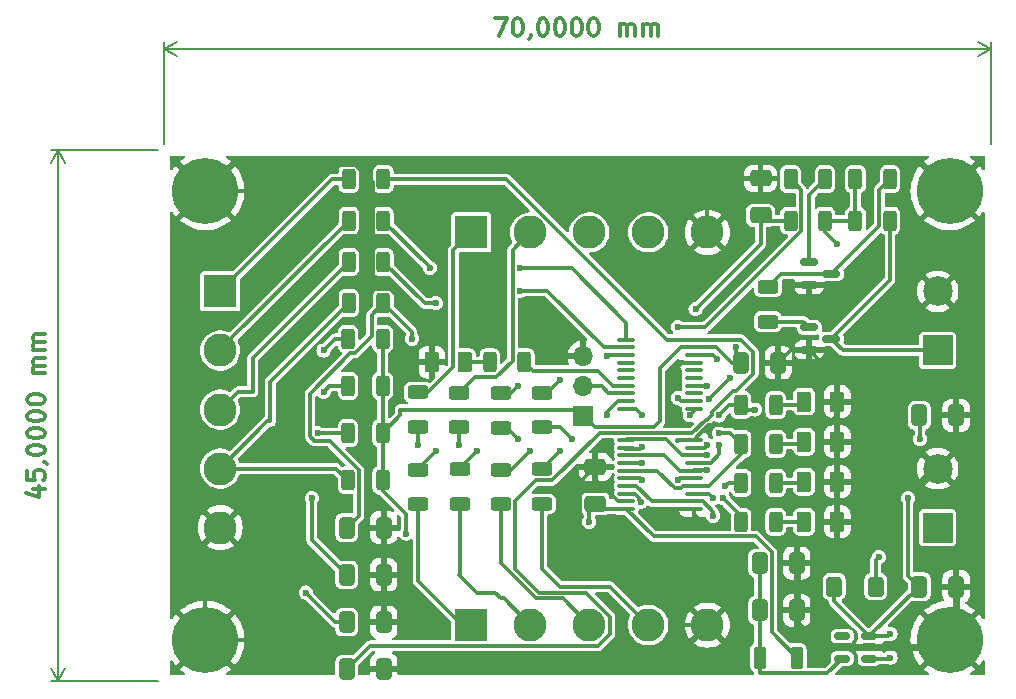
<source format=gbr>
%TF.GenerationSoftware,KiCad,Pcbnew,8.0.3*%
%TF.CreationDate,2024-08-26T20:28:07+08:00*%
%TF.ProjectId,bcd2civ,62636432-6369-4762-9e6b-696361645f70,rev?*%
%TF.SameCoordinates,Original*%
%TF.FileFunction,Copper,L1,Top*%
%TF.FilePolarity,Positive*%
%FSLAX46Y46*%
G04 Gerber Fmt 4.6, Leading zero omitted, Abs format (unit mm)*
G04 Created by KiCad (PCBNEW 8.0.3) date 2024-08-26 20:28:07*
%MOMM*%
%LPD*%
G01*
G04 APERTURE LIST*
G04 Aperture macros list*
%AMRoundRect*
0 Rectangle with rounded corners*
0 $1 Rounding radius*
0 $2 $3 $4 $5 $6 $7 $8 $9 X,Y pos of 4 corners*
0 Add a 4 corners polygon primitive as box body*
4,1,4,$2,$3,$4,$5,$6,$7,$8,$9,$2,$3,0*
0 Add four circle primitives for the rounded corners*
1,1,$1+$1,$2,$3*
1,1,$1+$1,$4,$5*
1,1,$1+$1,$6,$7*
1,1,$1+$1,$8,$9*
0 Add four rect primitives between the rounded corners*
20,1,$1+$1,$2,$3,$4,$5,0*
20,1,$1+$1,$4,$5,$6,$7,0*
20,1,$1+$1,$6,$7,$8,$9,0*
20,1,$1+$1,$8,$9,$2,$3,0*%
G04 Aperture macros list end*
%ADD10C,0.300000*%
%TA.AperFunction,NonConductor*%
%ADD11C,0.300000*%
%TD*%
%TA.AperFunction,NonConductor*%
%ADD12C,0.200000*%
%TD*%
%TA.AperFunction,SMDPad,CuDef*%
%ADD13RoundRect,0.250000X-0.412500X-0.650000X0.412500X-0.650000X0.412500X0.650000X-0.412500X0.650000X0*%
%TD*%
%TA.AperFunction,SMDPad,CuDef*%
%ADD14RoundRect,0.250000X0.650000X-0.412500X0.650000X0.412500X-0.650000X0.412500X-0.650000X-0.412500X0*%
%TD*%
%TA.AperFunction,ComponentPad*%
%ADD15C,5.600000*%
%TD*%
%TA.AperFunction,SMDPad,CuDef*%
%ADD16RoundRect,0.250000X-0.400000X-0.600000X0.400000X-0.600000X0.400000X0.600000X-0.400000X0.600000X0*%
%TD*%
%TA.AperFunction,SMDPad,CuDef*%
%ADD17RoundRect,0.250000X-0.625000X0.312500X-0.625000X-0.312500X0.625000X-0.312500X0.625000X0.312500X0*%
%TD*%
%TA.AperFunction,SMDPad,CuDef*%
%ADD18RoundRect,0.250000X-0.312500X-0.625000X0.312500X-0.625000X0.312500X0.625000X-0.312500X0.625000X0*%
%TD*%
%TA.AperFunction,SMDPad,CuDef*%
%ADD19RoundRect,0.250000X0.375000X0.625000X-0.375000X0.625000X-0.375000X-0.625000X0.375000X-0.625000X0*%
%TD*%
%TA.AperFunction,ComponentPad*%
%ADD20R,2.500000X2.500000*%
%TD*%
%TA.AperFunction,ComponentPad*%
%ADD21C,2.500000*%
%TD*%
%TA.AperFunction,SMDPad,CuDef*%
%ADD22RoundRect,0.250000X0.625000X-0.312500X0.625000X0.312500X-0.625000X0.312500X-0.625000X-0.312500X0*%
%TD*%
%TA.AperFunction,ComponentPad*%
%ADD23R,2.800000X2.800000*%
%TD*%
%TA.AperFunction,ComponentPad*%
%ADD24C,2.800000*%
%TD*%
%TA.AperFunction,SMDPad,CuDef*%
%ADD25RoundRect,0.250000X-0.375000X-0.625000X0.375000X-0.625000X0.375000X0.625000X-0.375000X0.625000X0*%
%TD*%
%TA.AperFunction,SMDPad,CuDef*%
%ADD26RoundRect,0.150000X-0.587500X-0.150000X0.587500X-0.150000X0.587500X0.150000X-0.587500X0.150000X0*%
%TD*%
%TA.AperFunction,SMDPad,CuDef*%
%ADD27RoundRect,0.100000X0.637500X0.100000X-0.637500X0.100000X-0.637500X-0.100000X0.637500X-0.100000X0*%
%TD*%
%TA.AperFunction,SMDPad,CuDef*%
%ADD28RoundRect,0.250000X-0.275000X-0.700000X0.275000X-0.700000X0.275000X0.700000X-0.275000X0.700000X0*%
%TD*%
%TA.AperFunction,SMDPad,CuDef*%
%ADD29RoundRect,0.150000X0.512500X0.150000X-0.512500X0.150000X-0.512500X-0.150000X0.512500X-0.150000X0*%
%TD*%
%TA.AperFunction,ComponentPad*%
%ADD30O,1.700000X1.700000*%
%TD*%
%TA.AperFunction,ComponentPad*%
%ADD31R,1.700000X1.700000*%
%TD*%
%TA.AperFunction,ViaPad*%
%ADD32C,0.600000*%
%TD*%
%TA.AperFunction,Conductor*%
%ADD33C,0.300000*%
%TD*%
%TA.AperFunction,Conductor*%
%ADD34C,0.600000*%
%TD*%
G04 APERTURE END LIST*
D10*
D11*
X90378328Y-141214284D02*
X91378328Y-141214284D01*
X89806900Y-141571426D02*
X90878328Y-141928569D01*
X90878328Y-141928569D02*
X90878328Y-140999998D01*
X89878328Y-139714284D02*
X89878328Y-140428570D01*
X89878328Y-140428570D02*
X90592614Y-140499998D01*
X90592614Y-140499998D02*
X90521185Y-140428570D01*
X90521185Y-140428570D02*
X90449757Y-140285713D01*
X90449757Y-140285713D02*
X90449757Y-139928570D01*
X90449757Y-139928570D02*
X90521185Y-139785713D01*
X90521185Y-139785713D02*
X90592614Y-139714284D01*
X90592614Y-139714284D02*
X90735471Y-139642855D01*
X90735471Y-139642855D02*
X91092614Y-139642855D01*
X91092614Y-139642855D02*
X91235471Y-139714284D01*
X91235471Y-139714284D02*
X91306900Y-139785713D01*
X91306900Y-139785713D02*
X91378328Y-139928570D01*
X91378328Y-139928570D02*
X91378328Y-140285713D01*
X91378328Y-140285713D02*
X91306900Y-140428570D01*
X91306900Y-140428570D02*
X91235471Y-140499998D01*
X91306900Y-138928570D02*
X91378328Y-138928570D01*
X91378328Y-138928570D02*
X91521185Y-138999999D01*
X91521185Y-138999999D02*
X91592614Y-139071427D01*
X89878328Y-137999998D02*
X89878328Y-137857141D01*
X89878328Y-137857141D02*
X89949757Y-137714284D01*
X89949757Y-137714284D02*
X90021185Y-137642856D01*
X90021185Y-137642856D02*
X90164042Y-137571427D01*
X90164042Y-137571427D02*
X90449757Y-137499998D01*
X90449757Y-137499998D02*
X90806900Y-137499998D01*
X90806900Y-137499998D02*
X91092614Y-137571427D01*
X91092614Y-137571427D02*
X91235471Y-137642856D01*
X91235471Y-137642856D02*
X91306900Y-137714284D01*
X91306900Y-137714284D02*
X91378328Y-137857141D01*
X91378328Y-137857141D02*
X91378328Y-137999998D01*
X91378328Y-137999998D02*
X91306900Y-138142856D01*
X91306900Y-138142856D02*
X91235471Y-138214284D01*
X91235471Y-138214284D02*
X91092614Y-138285713D01*
X91092614Y-138285713D02*
X90806900Y-138357141D01*
X90806900Y-138357141D02*
X90449757Y-138357141D01*
X90449757Y-138357141D02*
X90164042Y-138285713D01*
X90164042Y-138285713D02*
X90021185Y-138214284D01*
X90021185Y-138214284D02*
X89949757Y-138142856D01*
X89949757Y-138142856D02*
X89878328Y-137999998D01*
X89878328Y-136571427D02*
X89878328Y-136428570D01*
X89878328Y-136428570D02*
X89949757Y-136285713D01*
X89949757Y-136285713D02*
X90021185Y-136214285D01*
X90021185Y-136214285D02*
X90164042Y-136142856D01*
X90164042Y-136142856D02*
X90449757Y-136071427D01*
X90449757Y-136071427D02*
X90806900Y-136071427D01*
X90806900Y-136071427D02*
X91092614Y-136142856D01*
X91092614Y-136142856D02*
X91235471Y-136214285D01*
X91235471Y-136214285D02*
X91306900Y-136285713D01*
X91306900Y-136285713D02*
X91378328Y-136428570D01*
X91378328Y-136428570D02*
X91378328Y-136571427D01*
X91378328Y-136571427D02*
X91306900Y-136714285D01*
X91306900Y-136714285D02*
X91235471Y-136785713D01*
X91235471Y-136785713D02*
X91092614Y-136857142D01*
X91092614Y-136857142D02*
X90806900Y-136928570D01*
X90806900Y-136928570D02*
X90449757Y-136928570D01*
X90449757Y-136928570D02*
X90164042Y-136857142D01*
X90164042Y-136857142D02*
X90021185Y-136785713D01*
X90021185Y-136785713D02*
X89949757Y-136714285D01*
X89949757Y-136714285D02*
X89878328Y-136571427D01*
X89878328Y-135142856D02*
X89878328Y-134999999D01*
X89878328Y-134999999D02*
X89949757Y-134857142D01*
X89949757Y-134857142D02*
X90021185Y-134785714D01*
X90021185Y-134785714D02*
X90164042Y-134714285D01*
X90164042Y-134714285D02*
X90449757Y-134642856D01*
X90449757Y-134642856D02*
X90806900Y-134642856D01*
X90806900Y-134642856D02*
X91092614Y-134714285D01*
X91092614Y-134714285D02*
X91235471Y-134785714D01*
X91235471Y-134785714D02*
X91306900Y-134857142D01*
X91306900Y-134857142D02*
X91378328Y-134999999D01*
X91378328Y-134999999D02*
X91378328Y-135142856D01*
X91378328Y-135142856D02*
X91306900Y-135285714D01*
X91306900Y-135285714D02*
X91235471Y-135357142D01*
X91235471Y-135357142D02*
X91092614Y-135428571D01*
X91092614Y-135428571D02*
X90806900Y-135499999D01*
X90806900Y-135499999D02*
X90449757Y-135499999D01*
X90449757Y-135499999D02*
X90164042Y-135428571D01*
X90164042Y-135428571D02*
X90021185Y-135357142D01*
X90021185Y-135357142D02*
X89949757Y-135285714D01*
X89949757Y-135285714D02*
X89878328Y-135142856D01*
X89878328Y-133714285D02*
X89878328Y-133571428D01*
X89878328Y-133571428D02*
X89949757Y-133428571D01*
X89949757Y-133428571D02*
X90021185Y-133357143D01*
X90021185Y-133357143D02*
X90164042Y-133285714D01*
X90164042Y-133285714D02*
X90449757Y-133214285D01*
X90449757Y-133214285D02*
X90806900Y-133214285D01*
X90806900Y-133214285D02*
X91092614Y-133285714D01*
X91092614Y-133285714D02*
X91235471Y-133357143D01*
X91235471Y-133357143D02*
X91306900Y-133428571D01*
X91306900Y-133428571D02*
X91378328Y-133571428D01*
X91378328Y-133571428D02*
X91378328Y-133714285D01*
X91378328Y-133714285D02*
X91306900Y-133857143D01*
X91306900Y-133857143D02*
X91235471Y-133928571D01*
X91235471Y-133928571D02*
X91092614Y-134000000D01*
X91092614Y-134000000D02*
X90806900Y-134071428D01*
X90806900Y-134071428D02*
X90449757Y-134071428D01*
X90449757Y-134071428D02*
X90164042Y-134000000D01*
X90164042Y-134000000D02*
X90021185Y-133928571D01*
X90021185Y-133928571D02*
X89949757Y-133857143D01*
X89949757Y-133857143D02*
X89878328Y-133714285D01*
X91378328Y-131428572D02*
X90378328Y-131428572D01*
X90521185Y-131428572D02*
X90449757Y-131357143D01*
X90449757Y-131357143D02*
X90378328Y-131214286D01*
X90378328Y-131214286D02*
X90378328Y-131000000D01*
X90378328Y-131000000D02*
X90449757Y-130857143D01*
X90449757Y-130857143D02*
X90592614Y-130785715D01*
X90592614Y-130785715D02*
X91378328Y-130785715D01*
X90592614Y-130785715D02*
X90449757Y-130714286D01*
X90449757Y-130714286D02*
X90378328Y-130571429D01*
X90378328Y-130571429D02*
X90378328Y-130357143D01*
X90378328Y-130357143D02*
X90449757Y-130214286D01*
X90449757Y-130214286D02*
X90592614Y-130142857D01*
X90592614Y-130142857D02*
X91378328Y-130142857D01*
X91378328Y-129428572D02*
X90378328Y-129428572D01*
X90521185Y-129428572D02*
X90449757Y-129357143D01*
X90449757Y-129357143D02*
X90378328Y-129214286D01*
X90378328Y-129214286D02*
X90378328Y-129000000D01*
X90378328Y-129000000D02*
X90449757Y-128857143D01*
X90449757Y-128857143D02*
X90592614Y-128785715D01*
X90592614Y-128785715D02*
X91378328Y-128785715D01*
X90592614Y-128785715D02*
X90449757Y-128714286D01*
X90449757Y-128714286D02*
X90378328Y-128571429D01*
X90378328Y-128571429D02*
X90378328Y-128357143D01*
X90378328Y-128357143D02*
X90449757Y-128214286D01*
X90449757Y-128214286D02*
X90592614Y-128142857D01*
X90592614Y-128142857D02*
X91378328Y-128142857D01*
D12*
X101000000Y-112500000D02*
X91913580Y-112500000D01*
X101000000Y-157500000D02*
X91913580Y-157500000D01*
X92500000Y-112500000D02*
X92500000Y-157500000D01*
X92500000Y-112500000D02*
X92500000Y-157500000D01*
X92500000Y-112500000D02*
X93086421Y-113626504D01*
X92500000Y-112500000D02*
X91913579Y-113626504D01*
X92500000Y-157500000D02*
X91913579Y-156373496D01*
X92500000Y-157500000D02*
X93086421Y-156373496D01*
D10*
D11*
X129500001Y-101378328D02*
X130500001Y-101378328D01*
X130500001Y-101378328D02*
X129857144Y-102878328D01*
X131357144Y-101378328D02*
X131500001Y-101378328D01*
X131500001Y-101378328D02*
X131642858Y-101449757D01*
X131642858Y-101449757D02*
X131714287Y-101521185D01*
X131714287Y-101521185D02*
X131785715Y-101664042D01*
X131785715Y-101664042D02*
X131857144Y-101949757D01*
X131857144Y-101949757D02*
X131857144Y-102306900D01*
X131857144Y-102306900D02*
X131785715Y-102592614D01*
X131785715Y-102592614D02*
X131714287Y-102735471D01*
X131714287Y-102735471D02*
X131642858Y-102806900D01*
X131642858Y-102806900D02*
X131500001Y-102878328D01*
X131500001Y-102878328D02*
X131357144Y-102878328D01*
X131357144Y-102878328D02*
X131214287Y-102806900D01*
X131214287Y-102806900D02*
X131142858Y-102735471D01*
X131142858Y-102735471D02*
X131071429Y-102592614D01*
X131071429Y-102592614D02*
X131000001Y-102306900D01*
X131000001Y-102306900D02*
X131000001Y-101949757D01*
X131000001Y-101949757D02*
X131071429Y-101664042D01*
X131071429Y-101664042D02*
X131142858Y-101521185D01*
X131142858Y-101521185D02*
X131214287Y-101449757D01*
X131214287Y-101449757D02*
X131357144Y-101378328D01*
X132571429Y-102806900D02*
X132571429Y-102878328D01*
X132571429Y-102878328D02*
X132500000Y-103021185D01*
X132500000Y-103021185D02*
X132428572Y-103092614D01*
X133500001Y-101378328D02*
X133642858Y-101378328D01*
X133642858Y-101378328D02*
X133785715Y-101449757D01*
X133785715Y-101449757D02*
X133857144Y-101521185D01*
X133857144Y-101521185D02*
X133928572Y-101664042D01*
X133928572Y-101664042D02*
X134000001Y-101949757D01*
X134000001Y-101949757D02*
X134000001Y-102306900D01*
X134000001Y-102306900D02*
X133928572Y-102592614D01*
X133928572Y-102592614D02*
X133857144Y-102735471D01*
X133857144Y-102735471D02*
X133785715Y-102806900D01*
X133785715Y-102806900D02*
X133642858Y-102878328D01*
X133642858Y-102878328D02*
X133500001Y-102878328D01*
X133500001Y-102878328D02*
X133357144Y-102806900D01*
X133357144Y-102806900D02*
X133285715Y-102735471D01*
X133285715Y-102735471D02*
X133214286Y-102592614D01*
X133214286Y-102592614D02*
X133142858Y-102306900D01*
X133142858Y-102306900D02*
X133142858Y-101949757D01*
X133142858Y-101949757D02*
X133214286Y-101664042D01*
X133214286Y-101664042D02*
X133285715Y-101521185D01*
X133285715Y-101521185D02*
X133357144Y-101449757D01*
X133357144Y-101449757D02*
X133500001Y-101378328D01*
X134928572Y-101378328D02*
X135071429Y-101378328D01*
X135071429Y-101378328D02*
X135214286Y-101449757D01*
X135214286Y-101449757D02*
X135285715Y-101521185D01*
X135285715Y-101521185D02*
X135357143Y-101664042D01*
X135357143Y-101664042D02*
X135428572Y-101949757D01*
X135428572Y-101949757D02*
X135428572Y-102306900D01*
X135428572Y-102306900D02*
X135357143Y-102592614D01*
X135357143Y-102592614D02*
X135285715Y-102735471D01*
X135285715Y-102735471D02*
X135214286Y-102806900D01*
X135214286Y-102806900D02*
X135071429Y-102878328D01*
X135071429Y-102878328D02*
X134928572Y-102878328D01*
X134928572Y-102878328D02*
X134785715Y-102806900D01*
X134785715Y-102806900D02*
X134714286Y-102735471D01*
X134714286Y-102735471D02*
X134642857Y-102592614D01*
X134642857Y-102592614D02*
X134571429Y-102306900D01*
X134571429Y-102306900D02*
X134571429Y-101949757D01*
X134571429Y-101949757D02*
X134642857Y-101664042D01*
X134642857Y-101664042D02*
X134714286Y-101521185D01*
X134714286Y-101521185D02*
X134785715Y-101449757D01*
X134785715Y-101449757D02*
X134928572Y-101378328D01*
X136357143Y-101378328D02*
X136500000Y-101378328D01*
X136500000Y-101378328D02*
X136642857Y-101449757D01*
X136642857Y-101449757D02*
X136714286Y-101521185D01*
X136714286Y-101521185D02*
X136785714Y-101664042D01*
X136785714Y-101664042D02*
X136857143Y-101949757D01*
X136857143Y-101949757D02*
X136857143Y-102306900D01*
X136857143Y-102306900D02*
X136785714Y-102592614D01*
X136785714Y-102592614D02*
X136714286Y-102735471D01*
X136714286Y-102735471D02*
X136642857Y-102806900D01*
X136642857Y-102806900D02*
X136500000Y-102878328D01*
X136500000Y-102878328D02*
X136357143Y-102878328D01*
X136357143Y-102878328D02*
X136214286Y-102806900D01*
X136214286Y-102806900D02*
X136142857Y-102735471D01*
X136142857Y-102735471D02*
X136071428Y-102592614D01*
X136071428Y-102592614D02*
X136000000Y-102306900D01*
X136000000Y-102306900D02*
X136000000Y-101949757D01*
X136000000Y-101949757D02*
X136071428Y-101664042D01*
X136071428Y-101664042D02*
X136142857Y-101521185D01*
X136142857Y-101521185D02*
X136214286Y-101449757D01*
X136214286Y-101449757D02*
X136357143Y-101378328D01*
X137785714Y-101378328D02*
X137928571Y-101378328D01*
X137928571Y-101378328D02*
X138071428Y-101449757D01*
X138071428Y-101449757D02*
X138142857Y-101521185D01*
X138142857Y-101521185D02*
X138214285Y-101664042D01*
X138214285Y-101664042D02*
X138285714Y-101949757D01*
X138285714Y-101949757D02*
X138285714Y-102306900D01*
X138285714Y-102306900D02*
X138214285Y-102592614D01*
X138214285Y-102592614D02*
X138142857Y-102735471D01*
X138142857Y-102735471D02*
X138071428Y-102806900D01*
X138071428Y-102806900D02*
X137928571Y-102878328D01*
X137928571Y-102878328D02*
X137785714Y-102878328D01*
X137785714Y-102878328D02*
X137642857Y-102806900D01*
X137642857Y-102806900D02*
X137571428Y-102735471D01*
X137571428Y-102735471D02*
X137499999Y-102592614D01*
X137499999Y-102592614D02*
X137428571Y-102306900D01*
X137428571Y-102306900D02*
X137428571Y-101949757D01*
X137428571Y-101949757D02*
X137499999Y-101664042D01*
X137499999Y-101664042D02*
X137571428Y-101521185D01*
X137571428Y-101521185D02*
X137642857Y-101449757D01*
X137642857Y-101449757D02*
X137785714Y-101378328D01*
X140071427Y-102878328D02*
X140071427Y-101878328D01*
X140071427Y-102021185D02*
X140142856Y-101949757D01*
X140142856Y-101949757D02*
X140285713Y-101878328D01*
X140285713Y-101878328D02*
X140499999Y-101878328D01*
X140499999Y-101878328D02*
X140642856Y-101949757D01*
X140642856Y-101949757D02*
X140714285Y-102092614D01*
X140714285Y-102092614D02*
X140714285Y-102878328D01*
X140714285Y-102092614D02*
X140785713Y-101949757D01*
X140785713Y-101949757D02*
X140928570Y-101878328D01*
X140928570Y-101878328D02*
X141142856Y-101878328D01*
X141142856Y-101878328D02*
X141285713Y-101949757D01*
X141285713Y-101949757D02*
X141357142Y-102092614D01*
X141357142Y-102092614D02*
X141357142Y-102878328D01*
X142071427Y-102878328D02*
X142071427Y-101878328D01*
X142071427Y-102021185D02*
X142142856Y-101949757D01*
X142142856Y-101949757D02*
X142285713Y-101878328D01*
X142285713Y-101878328D02*
X142499999Y-101878328D01*
X142499999Y-101878328D02*
X142642856Y-101949757D01*
X142642856Y-101949757D02*
X142714285Y-102092614D01*
X142714285Y-102092614D02*
X142714285Y-102878328D01*
X142714285Y-102092614D02*
X142785713Y-101949757D01*
X142785713Y-101949757D02*
X142928570Y-101878328D01*
X142928570Y-101878328D02*
X143142856Y-101878328D01*
X143142856Y-101878328D02*
X143285713Y-101949757D01*
X143285713Y-101949757D02*
X143357142Y-102092614D01*
X143357142Y-102092614D02*
X143357142Y-102878328D01*
D12*
X171500000Y-112000000D02*
X171500000Y-103413580D01*
X101500000Y-112000000D02*
X101500000Y-103413580D01*
X171500000Y-104000000D02*
X101500000Y-104000000D01*
X171500000Y-104000000D02*
X101500000Y-104000000D01*
X171500000Y-104000000D02*
X170373496Y-104586421D01*
X171500000Y-104000000D02*
X170373496Y-103413579D01*
X101500000Y-104000000D02*
X102626504Y-103413579D01*
X101500000Y-104000000D02*
X102626504Y-104586421D01*
D13*
%TO.P,C10,2*%
%TO.N,GND*%
X153500000Y-130550000D03*
%TO.P,C10,1*%
%TO.N,+5V*%
X150375000Y-130550000D03*
%TD*%
D14*
%TO.P,C9,1*%
%TO.N,+5V*%
X138000000Y-142500000D03*
%TO.P,C9,2*%
%TO.N,GND*%
X138000000Y-139375000D03*
%TD*%
D15*
%TO.P,,1*%
%TO.N,GND*%
X105000000Y-154000000D03*
%TD*%
%TO.P,,1*%
%TO.N,GND*%
X168000000Y-116000000D03*
%TD*%
%TO.P,,1*%
%TO.N,GND*%
X168000000Y-154000000D03*
%TD*%
%TO.P,,1*%
%TO.N,GND*%
X105000000Y-116000000D03*
%TD*%
D16*
%TO.P,D1,1,K*%
%TO.N,Net-(D1-K)*%
X158250000Y-149500000D03*
%TO.P,D1,2,A*%
%TO.N,Net-(D1-A)*%
X161750000Y-149500000D03*
%TD*%
D17*
%TO.P,F2,1*%
%TO.N,Net-(U3-1Y1)*%
X126537500Y-139575000D03*
%TO.P,F2,2*%
%TO.N,OUT_B1*%
X126537500Y-142500000D03*
%TD*%
D18*
%TO.P,R14,1*%
%TO.N,Net-(U2-PD7)*%
X154537500Y-118500000D03*
%TO.P,R14,2*%
%TO.N,+5V*%
X157462500Y-118500000D03*
%TD*%
%TO.P,R13,1*%
%TO.N,D*%
X150355000Y-144000000D03*
%TO.P,R13,2*%
%TO.N,Net-(D6-A)*%
X153280000Y-144000000D03*
%TD*%
%TO.P,R4,1*%
%TO.N,Net-(J2-Pin_4)*%
X117075000Y-140500000D03*
%TO.P,R4,2*%
%TO.N,+5V*%
X120000000Y-140500000D03*
%TD*%
%TO.P,R10,1*%
%TO.N,A*%
X150355000Y-134130000D03*
%TO.P,R10,2*%
%TO.N,Net-(D3-A)*%
X153280000Y-134130000D03*
%TD*%
D19*
%TO.P,D4,2,A*%
%TO.N,Net-(D4-A)*%
X155700000Y-137220000D03*
%TO.P,D4,1,K*%
%TO.N,GND*%
X158500000Y-137220000D03*
%TD*%
D20*
%TO.P,J6,1,Pin_1*%
%TO.N,Net-(J6-Pin_1)*%
X167000000Y-129500000D03*
D21*
%TO.P,J6,2,Pin_2*%
%TO.N,GND*%
X167000000Y-124500000D03*
%TD*%
D13*
%TO.P,C2,1*%
%TO.N,Net-(D1-K)*%
X165437500Y-149500000D03*
%TO.P,C2,2*%
%TO.N,GND*%
X168562500Y-149500000D03*
%TD*%
D18*
%TO.P,R16,1*%
%TO.N,+5V*%
X160037500Y-115000000D03*
%TO.P,R16,2*%
%TO.N,Net-(Q1-C)*%
X162962500Y-115000000D03*
%TD*%
D19*
%TO.P,D3,2,A*%
%TO.N,Net-(D3-A)*%
X155700000Y-133830000D03*
%TO.P,D3,1,K*%
%TO.N,GND*%
X158500000Y-133830000D03*
%TD*%
D22*
%TO.P,F7,1*%
%TO.N,Net-(U3-2Y2)*%
X130000000Y-136037500D03*
%TO.P,F7,2*%
%TO.N,OUT_C2*%
X130000000Y-133112500D03*
%TD*%
D19*
%TO.P,D6,2,A*%
%TO.N,Net-(D6-A)*%
X155700000Y-144000000D03*
%TO.P,D6,1,K*%
%TO.N,GND*%
X158500000Y-144000000D03*
%TD*%
D14*
%TO.P,C11,1*%
%TO.N,Net-(U2-PD7)*%
X152000000Y-118062500D03*
%TO.P,C11,2*%
%TO.N,GND*%
X152000000Y-114937500D03*
%TD*%
D13*
%TO.P,C6,1*%
%TO.N,Net-(U1-VOUT)*%
X151937500Y-151500000D03*
%TO.P,C6,2*%
%TO.N,GND*%
X155062500Y-151500000D03*
%TD*%
D23*
%TO.P,J4,1,Pin_1*%
%TO.N,OUT_A1*%
X127500000Y-152750000D03*
D24*
%TO.P,J4,2,Pin_2*%
%TO.N,OUT_B1*%
X132500000Y-152750000D03*
%TO.P,J4,3,Pin_3*%
%TO.N,OUT_C1*%
X137500000Y-152750000D03*
%TO.P,J4,4,Pin_4*%
%TO.N,OUT_D1*%
X142500000Y-152750000D03*
%TO.P,J4,5,Pin_5*%
%TO.N,GND*%
X147500000Y-152750000D03*
%TD*%
D13*
%TO.P,C3,1*%
%TO.N,BAND_D*%
X116975000Y-144500000D03*
%TO.P,C3,2*%
%TO.N,GND*%
X120100000Y-144500000D03*
%TD*%
D18*
%TO.P,R7,1*%
%TO.N,Net-(J2-Pin_3)*%
X117137500Y-122000000D03*
%TO.P,R7,2*%
%TO.N,BAND_C*%
X120062500Y-122000000D03*
%TD*%
%TO.P,R1,1*%
%TO.N,Net-(J2-Pin_1)*%
X117075000Y-128500000D03*
%TO.P,R1,2*%
%TO.N,+5V*%
X120000000Y-128500000D03*
%TD*%
D13*
%TO.P,C8,1*%
%TO.N,BAND_A*%
X116975000Y-156500000D03*
%TO.P,C8,2*%
%TO.N,GND*%
X120100000Y-156500000D03*
%TD*%
D25*
%TO.P,D2,1,K*%
%TO.N,GND*%
X124175000Y-130500000D03*
%TO.P,D2,2,A*%
%TO.N,Net-(D2-A)*%
X126975000Y-130500000D03*
%TD*%
D13*
%TO.P,C4,1*%
%TO.N,Net-(U1-VOUT)*%
X151937500Y-147500000D03*
%TO.P,C4,2*%
%TO.N,GND*%
X155062500Y-147500000D03*
%TD*%
D22*
%TO.P,F6,1*%
%TO.N,Net-(U3-2Y1)*%
X126500000Y-136000000D03*
%TO.P,F6,2*%
%TO.N,OUT_B2*%
X126500000Y-133075000D03*
%TD*%
D18*
%TO.P,R2,1*%
%TO.N,Net-(J2-Pin_2)*%
X117075000Y-132500000D03*
%TO.P,R2,2*%
%TO.N,+5V*%
X120000000Y-132500000D03*
%TD*%
%TO.P,R11,1*%
%TO.N,B*%
X150355000Y-137420000D03*
%TO.P,R11,2*%
%TO.N,Net-(D4-A)*%
X153280000Y-137420000D03*
%TD*%
D26*
%TO.P,Q2,3,C*%
%TO.N,Net-(J6-Pin_1)*%
X158000000Y-128500000D03*
%TO.P,Q2,2,E*%
%TO.N,GND*%
X156125000Y-129450000D03*
%TO.P,Q2,1,B*%
%TO.N,Net-(Q2-B)*%
X156125000Y-127550000D03*
%TD*%
D27*
%TO.P,U2,20,PD3*%
%TO.N,C*%
X140637500Y-134425000D03*
%TO.P,U2,19,PD2*%
%TO.N,B*%
X140637500Y-133775000D03*
%TO.P,U2,18,PD1*%
%TO.N,SWD*%
X140637500Y-133125000D03*
%TO.P,U2,17,PC7*%
%TO.N,Net-(U2-PC7)*%
X140637500Y-132475000D03*
%TO.P,U2,16,PC6*%
%TO.N,unconnected-(U2-PC6-Pad16)*%
X140637500Y-131825000D03*
%TO.P,U2,15,PC5*%
%TO.N,unconnected-(U2-PC5-Pad15)*%
X140637500Y-131175000D03*
%TO.P,U2,14,PC4*%
%TO.N,unconnected-(U2-PC4-Pad14)*%
X140637500Y-130525000D03*
%TO.P,U2,13,PC3*%
%TO.N,BAND_D*%
X140637500Y-129875000D03*
%TO.P,U2,12,PC2*%
%TO.N,BAND_C*%
X140637500Y-129225000D03*
%TO.P,U2,11,PC1*%
%TO.N,BAND_B*%
X140637500Y-128575000D03*
%TO.P,U2,10,PC0*%
%TO.N,BAND_A*%
X146362500Y-128575000D03*
%TO.P,U2,9,VDD*%
%TO.N,+5V*%
X146362500Y-129225000D03*
%TO.P,U2,8,PD0*%
%TO.N,A*%
X146362500Y-129875000D03*
%TO.P,U2,7,VSS*%
%TO.N,GND*%
X146362500Y-130525000D03*
%TO.P,U2,6,PA2*%
%TO.N,unconnected-(U2-PA2-Pad6)*%
X146362500Y-131175000D03*
%TO.P,U2,5,PA1*%
%TO.N,unconnected-(U2-PA1-Pad5)*%
X146362500Y-131825000D03*
%TO.P,U2,4,PD7*%
%TO.N,Net-(U2-PD7)*%
X146362500Y-132475000D03*
%TO.P,U2,3,PD6*%
%TO.N,unconnected-(U2-PD6-Pad3)*%
X146362500Y-133125000D03*
%TO.P,U2,2,PD5*%
%TO.N,CI-V*%
X146362500Y-133775000D03*
%TO.P,U2,1,PD4*%
%TO.N,D*%
X146362500Y-134425000D03*
%TD*%
%TO.P,U3,1,1OE*%
%TO.N,GND*%
X146362500Y-142925000D03*
%TO.P,U3,2,1A0*%
%TO.N,A*%
X146362500Y-142275000D03*
%TO.P,U3,3,2Y0*%
%TO.N,Net-(U3-2Y0)*%
X146362500Y-141625000D03*
%TO.P,U3,4,1A1*%
%TO.N,B*%
X146362500Y-140975000D03*
%TO.P,U3,5,2Y1*%
%TO.N,Net-(U3-2Y1)*%
X146362500Y-140325000D03*
%TO.P,U3,6,1A2*%
%TO.N,C*%
X146362500Y-139675000D03*
%TO.P,U3,7,2Y2*%
%TO.N,Net-(U3-2Y2)*%
X146362500Y-139025000D03*
%TO.P,U3,8,1A3*%
%TO.N,D*%
X146362500Y-138375000D03*
%TO.P,U3,9,2Y3*%
%TO.N,Net-(U3-2Y3)*%
X146362500Y-137725000D03*
%TO.P,U3,10,GND*%
%TO.N,GND*%
X146362500Y-137075000D03*
%TO.P,U3,11,2A3*%
%TO.N,D*%
X140637500Y-137075000D03*
%TO.P,U3,12,1Y3*%
%TO.N,Net-(U3-1Y3)*%
X140637500Y-137725000D03*
%TO.P,U3,13,2A2*%
%TO.N,C*%
X140637500Y-138375000D03*
%TO.P,U3,14,1Y2*%
%TO.N,Net-(U3-1Y2)*%
X140637500Y-139025000D03*
%TO.P,U3,15,2A1*%
%TO.N,B*%
X140637500Y-139675000D03*
%TO.P,U3,16,1Y1*%
%TO.N,Net-(U3-1Y1)*%
X140637500Y-140325000D03*
%TO.P,U3,17,2A0*%
%TO.N,A*%
X140637500Y-140975000D03*
%TO.P,U3,18,1Y0*%
%TO.N,Net-(U3-1Y0)*%
X140637500Y-141625000D03*
%TO.P,U3,19,2OE*%
%TO.N,GND*%
X140637500Y-142275000D03*
%TO.P,U3,20,VCC*%
%TO.N,+5V*%
X140637500Y-142925000D03*
%TD*%
D22*
%TO.P,F5,1*%
%TO.N,Net-(U3-2Y0)*%
X123000000Y-135962500D03*
%TO.P,F5,2*%
%TO.N,OUT_A2*%
X123000000Y-133037500D03*
%TD*%
D18*
%TO.P,R9,1*%
%TO.N,Net-(D2-A)*%
X129075000Y-130500000D03*
%TO.P,R9,2*%
%TO.N,Net-(U2-PC7)*%
X132000000Y-130500000D03*
%TD*%
%TO.P,R8,1*%
%TO.N,Net-(J2-Pin_4)*%
X117137500Y-125500000D03*
%TO.P,R8,2*%
%TO.N,BAND_D*%
X120062500Y-125500000D03*
%TD*%
D13*
%TO.P,C7,1*%
%TO.N,BAND_B*%
X116975000Y-152500000D03*
%TO.P,C7,2*%
%TO.N,GND*%
X120100000Y-152500000D03*
%TD*%
D17*
%TO.P,R17,1*%
%TO.N,Net-(Q1-C)*%
X152625000Y-124125000D03*
%TO.P,R17,2*%
%TO.N,Net-(Q2-B)*%
X152625000Y-127050000D03*
%TD*%
D23*
%TO.P,J2,1,Pin_1*%
%TO.N,Net-(J2-Pin_1)*%
X106250000Y-124500000D03*
D24*
%TO.P,J2,2,Pin_2*%
%TO.N,Net-(J2-Pin_2)*%
X106250000Y-129500000D03*
%TO.P,J2,3,Pin_3*%
%TO.N,Net-(J2-Pin_3)*%
X106250000Y-134500000D03*
%TO.P,J2,4,Pin_4*%
%TO.N,Net-(J2-Pin_4)*%
X106250000Y-139500000D03*
%TO.P,J2,5,Pin_5*%
%TO.N,GND*%
X106250000Y-144500000D03*
%TD*%
D18*
%TO.P,R12,1*%
%TO.N,C*%
X150355000Y-140710000D03*
%TO.P,R12,2*%
%TO.N,Net-(D5-A)*%
X153280000Y-140710000D03*
%TD*%
D28*
%TO.P,L1,1,1*%
%TO.N,Net-(U1-VOUT)*%
X151925000Y-155500000D03*
%TO.P,L1,2,2*%
%TO.N,+5V*%
X155075000Y-155500000D03*
%TD*%
D19*
%TO.P,D5,2,A*%
%TO.N,Net-(D5-A)*%
X155700000Y-140610000D03*
%TO.P,D5,1,K*%
%TO.N,GND*%
X158500000Y-140610000D03*
%TD*%
D26*
%TO.P,Q1,3,C*%
%TO.N,Net-(Q1-C)*%
X158000000Y-123000000D03*
%TO.P,Q1,2,E*%
%TO.N,GND*%
X156125000Y-123950000D03*
%TO.P,Q1,1,B*%
%TO.N,Net-(Q1-B)*%
X156125000Y-122050000D03*
%TD*%
D29*
%TO.P,U1,1,VIN*%
%TO.N,Net-(D1-K)*%
X161187500Y-155587500D03*
%TO.P,U1,2,GND*%
%TO.N,GND*%
X161187500Y-154637500D03*
%TO.P,U1,3,EN*%
%TO.N,Net-(D1-K)*%
X161187500Y-153687500D03*
%TO.P,U1,4,NC*%
%TO.N,unconnected-(U1-NC-Pad4)*%
X158912500Y-153687500D03*
%TO.P,U1,5,VOUT*%
%TO.N,Net-(U1-VOUT)*%
X158912500Y-155587500D03*
%TD*%
D18*
%TO.P,R15,1*%
%TO.N,CI-V*%
X154537500Y-115000000D03*
%TO.P,R15,2*%
%TO.N,Net-(Q1-B)*%
X157462500Y-115000000D03*
%TD*%
D13*
%TO.P,C1,1*%
%TO.N,Net-(D1-K)*%
X165437500Y-135000000D03*
%TO.P,C1,2*%
%TO.N,GND*%
X168562500Y-135000000D03*
%TD*%
D22*
%TO.P,F8,1*%
%TO.N,Net-(U3-2Y3)*%
X133500000Y-136000000D03*
%TO.P,F8,2*%
%TO.N,OUT_D2*%
X133500000Y-133075000D03*
%TD*%
D23*
%TO.P,J5,1,Pin_1*%
%TO.N,OUT_A2*%
X127500000Y-119500000D03*
D24*
%TO.P,J5,2,Pin_2*%
%TO.N,OUT_B2*%
X132500000Y-119500000D03*
%TO.P,J5,3,Pin_3*%
%TO.N,OUT_C2*%
X137500000Y-119500000D03*
%TO.P,J5,4,Pin_4*%
%TO.N,OUT_D2*%
X142500000Y-119500000D03*
%TO.P,J5,5,Pin_5*%
%TO.N,GND*%
X147500000Y-119500000D03*
%TD*%
D17*
%TO.P,F1,1*%
%TO.N,Net-(U3-1Y0)*%
X123000000Y-139612500D03*
%TO.P,F1,2*%
%TO.N,OUT_A1*%
X123000000Y-142537500D03*
%TD*%
D18*
%TO.P,R6,1*%
%TO.N,Net-(J2-Pin_2)*%
X117137500Y-118500000D03*
%TO.P,R6,2*%
%TO.N,BAND_B*%
X120062500Y-118500000D03*
%TD*%
D30*
%TO.P,J3,3,Pin_3*%
%TO.N,GND*%
X137000000Y-130000000D03*
%TO.P,J3,2,Pin_2*%
%TO.N,SWD*%
X137000000Y-132540000D03*
D31*
%TO.P,J3,1,Pin_1*%
%TO.N,+5V*%
X137000000Y-135080000D03*
%TD*%
D20*
%TO.P,J1,1,Pin_1*%
%TO.N,Net-(D1-A)*%
X167000000Y-144500000D03*
D21*
%TO.P,J1,2,Pin_2*%
%TO.N,GND*%
X167000000Y-139500000D03*
%TD*%
D18*
%TO.P,R5,1*%
%TO.N,Net-(J2-Pin_1)*%
X117137500Y-115000000D03*
%TO.P,R5,2*%
%TO.N,BAND_A*%
X120062500Y-115000000D03*
%TD*%
D17*
%TO.P,F3,1*%
%TO.N,Net-(U3-1Y2)*%
X130000000Y-139612500D03*
%TO.P,F3,2*%
%TO.N,OUT_C1*%
X130000000Y-142537500D03*
%TD*%
%TO.P,F4,1*%
%TO.N,Net-(U3-1Y3)*%
X133500000Y-139575000D03*
%TO.P,F4,2*%
%TO.N,OUT_D1*%
X133500000Y-142500000D03*
%TD*%
D18*
%TO.P,R18,2*%
%TO.N,Net-(J6-Pin_1)*%
X162962500Y-118500000D03*
%TO.P,R18,1*%
%TO.N,+5V*%
X160037500Y-118500000D03*
%TD*%
D13*
%TO.P,C5,1*%
%TO.N,BAND_C*%
X116975000Y-148500000D03*
%TO.P,C5,2*%
%TO.N,GND*%
X120100000Y-148500000D03*
%TD*%
D18*
%TO.P,R3,1*%
%TO.N,Net-(J2-Pin_3)*%
X117075000Y-136500000D03*
%TO.P,R3,2*%
%TO.N,+5V*%
X120000000Y-136500000D03*
%TD*%
D32*
%TO.N,BAND_B*%
X113500000Y-150000000D03*
%TO.N,BAND_C*%
X114000000Y-142000000D03*
%TO.N,D*%
X146000000Y-135000000D03*
%TO.N,GND*%
X144350000Y-131500000D03*
%TO.N,A*%
X151500000Y-134500000D03*
X148000000Y-143500000D03*
%TO.N,GND*%
X147000000Y-144000000D03*
%TO.N,C*%
X149372464Y-131872464D03*
X147599605Y-133645324D03*
X142000000Y-135000000D03*
%TO.N,B*%
X148500000Y-136500000D03*
X139000000Y-135000000D03*
%TO.N,D*%
X147500000Y-138350000D03*
X148800003Y-142000000D03*
%TO.N,C*%
X147500000Y-139650000D03*
X149000000Y-141000000D03*
%TO.N,A*%
X148500000Y-135000000D03*
X148290380Y-130209620D03*
%TO.N,+5V*%
X149911858Y-129225000D03*
X158500000Y-120500000D03*
%TO.N,Net-(U2-PD7)*%
X147500000Y-132500000D03*
X146500000Y-126000000D03*
%TO.N,+5V*%
X137500000Y-144000000D03*
X122000000Y-145000000D03*
%TO.N,Net-(D1-A)*%
X162000000Y-147000000D03*
%TO.N,Net-(D1-K)*%
X164500000Y-142000000D03*
X165500000Y-137000000D03*
%TO.N,CI-V*%
X145000000Y-133500000D03*
X145000000Y-127500000D03*
%TO.N,GND*%
X160000000Y-124000000D03*
%TO.N,Net-(J2-Pin_3)*%
X114500000Y-136500000D03*
%TO.N,Net-(J2-Pin_2)*%
X115000000Y-133000000D03*
%TO.N,Net-(J2-Pin_1)*%
X115000000Y-129500000D03*
%TO.N,BAND_D*%
X139000000Y-130000000D03*
X122500000Y-128500000D03*
%TO.N,BAND_C*%
X131649999Y-124430762D03*
X124500000Y-125500000D03*
%TO.N,BAND_B*%
X131650000Y-122500000D03*
X124000000Y-122500000D03*
%TO.N,Net-(U3-2Y0)*%
X148000000Y-142000000D03*
X123000000Y-137500000D03*
%TO.N,Net-(U3-2Y1)*%
X145000000Y-140500000D03*
X126500000Y-137500000D03*
%TO.N,Net-(U3-2Y2)*%
X148500000Y-137500000D03*
X131500000Y-137000000D03*
%TO.N,Net-(U3-2Y3)*%
X136000000Y-137000000D03*
X147503031Y-137502132D03*
%TO.N,Net-(U3-1Y0)*%
X141875000Y-142294238D03*
X124500000Y-138000000D03*
%TO.N,Net-(U3-1Y1)*%
X142000000Y-140500000D03*
X128000000Y-138000000D03*
%TO.N,Net-(U3-1Y2)*%
X132500000Y-138000000D03*
X142000000Y-139000000D03*
%TO.N,Net-(U3-1Y3)*%
X142000000Y-137650000D03*
X135000000Y-138000000D03*
%TO.N,BAND_A*%
X116975000Y-156500000D03*
%TO.N,OUT_D2*%
X135000000Y-132000000D03*
%TO.N,OUT_C2*%
X131500000Y-132500000D03*
%TO.N,Net-(D1-K)*%
X163000000Y-155500000D03*
X163000000Y-153500000D03*
%TD*%
D33*
%TO.N,BAND_A*%
X150317956Y-128575000D02*
X145500000Y-128575000D01*
X149675761Y-132905000D02*
X149937956Y-132905000D01*
X147850000Y-134730761D02*
X149675761Y-132905000D01*
X147850000Y-134992956D02*
X147850000Y-134730761D01*
X149937956Y-132905000D02*
X151387500Y-131455456D01*
X147492956Y-135350000D02*
X147850000Y-134992956D01*
X147380394Y-135350000D02*
X147492956Y-135350000D01*
X151387500Y-131455456D02*
X151387500Y-129644544D01*
X146230394Y-136500000D02*
X147380394Y-135350000D01*
X138367956Y-136500000D02*
X146230394Y-136500000D01*
X134380456Y-140487500D02*
X138367956Y-136500000D01*
X132987500Y-140487500D02*
X134380456Y-140487500D01*
X131225000Y-142250000D02*
X132987500Y-140487500D01*
X151387500Y-129644544D02*
X150317956Y-128575000D01*
X133207106Y-150000000D02*
X131225000Y-148017894D01*
X137224874Y-150000000D02*
X133207106Y-150000000D01*
X139250000Y-153474874D02*
X139250000Y-152025126D01*
X138224874Y-154500000D02*
X139250000Y-153474874D01*
X118975000Y-154500000D02*
X138224874Y-154500000D01*
X116975000Y-156500000D02*
X118975000Y-154500000D01*
X139250000Y-152025126D02*
X137224874Y-150000000D01*
X131225000Y-148017894D02*
X131225000Y-142250000D01*
%TO.N,BAND_B*%
X116000000Y-152500000D02*
X113500000Y-150000000D01*
X116975000Y-152500000D02*
X116000000Y-152500000D01*
%TO.N,BAND_C*%
X114000000Y-145525000D02*
X114000000Y-142000000D01*
X116975000Y-148500000D02*
X114000000Y-145525000D01*
%TO.N,BAND_D*%
X119087500Y-126475000D02*
X120062500Y-125500000D01*
X117642956Y-129725000D02*
X119087500Y-128280456D01*
X119087500Y-128280456D02*
X119087500Y-126475000D01*
X117275000Y-129725000D02*
X117642956Y-129725000D01*
X113850000Y-133150000D02*
X117275000Y-129725000D01*
X113850000Y-136769239D02*
X113850000Y-133150000D01*
X114230761Y-137150000D02*
X113850000Y-136769239D01*
X115517956Y-137150000D02*
X114230761Y-137150000D01*
X117987500Y-143487500D02*
X117987500Y-139619544D01*
X116975000Y-144500000D02*
X117987500Y-143487500D01*
X117987500Y-139619544D02*
X115517956Y-137150000D01*
%TO.N,Net-(U3-2Y2)*%
X146387500Y-139000000D02*
X146362500Y-139025000D01*
X147769239Y-139000000D02*
X146387500Y-139000000D01*
X148500000Y-138269239D02*
X147769239Y-139000000D01*
X148500000Y-137500000D02*
X148500000Y-138269239D01*
%TO.N,D*%
X146362500Y-134637500D02*
X146000000Y-135000000D01*
X146362500Y-134425000D02*
X146362500Y-134637500D01*
%TO.N,B*%
X149435000Y-136500000D02*
X150355000Y-137420000D01*
X148500000Y-136500000D02*
X149435000Y-136500000D01*
%TO.N,GND*%
X147587500Y-135850000D02*
X157650000Y-135850000D01*
X158500000Y-135000000D02*
X158500000Y-133830000D01*
X146362500Y-137075000D02*
X147587500Y-135850000D01*
X158500000Y-137220000D02*
X158500000Y-135000000D01*
X157650000Y-135850000D02*
X158500000Y-135000000D01*
X145325000Y-130525000D02*
X144350000Y-131500000D01*
X146362500Y-130525000D02*
X145325000Y-130525000D01*
%TO.N,A*%
X151500000Y-134500000D02*
X150725000Y-134500000D01*
X150725000Y-134500000D02*
X150355000Y-134130000D01*
X148000000Y-143175001D02*
X148000000Y-143500000D01*
X146362500Y-142275000D02*
X147099999Y-142275000D01*
X147099999Y-142275000D02*
X148000000Y-143175001D01*
%TO.N,D*%
X145375000Y-138375000D02*
X146362500Y-138375000D01*
X140637500Y-137075000D02*
X140712500Y-137000000D01*
X140712500Y-137000000D02*
X144000000Y-137000000D01*
X144000000Y-137000000D02*
X145375000Y-138375000D01*
%TO.N,GND*%
X136750000Y-140625000D02*
X136750000Y-144250000D01*
X138000000Y-139375000D02*
X136750000Y-140625000D01*
X136750000Y-144250000D02*
X145250000Y-152750000D01*
X145250000Y-152750000D02*
X147500000Y-152750000D01*
X146362500Y-143362500D02*
X147000000Y-144000000D01*
X146362500Y-142925000D02*
X146362500Y-143362500D01*
%TO.N,C*%
X145175000Y-139675000D02*
X146362500Y-139675000D01*
X143850000Y-138350000D02*
X145175000Y-139675000D01*
X140637500Y-138375000D02*
X140662500Y-138350000D01*
X140662500Y-138350000D02*
X143850000Y-138350000D01*
%TO.N,Net-(U3-1Y3)*%
X140537500Y-137825000D02*
X140637500Y-137725000D01*
X142000000Y-137650000D02*
X141825000Y-137825000D01*
X141825000Y-137825000D02*
X140537500Y-137825000D01*
%TO.N,Net-(U3-1Y2)*%
X140662500Y-139000000D02*
X140637500Y-139025000D01*
X142000000Y-139000000D02*
X140662500Y-139000000D01*
%TO.N,C*%
X147599605Y-133645323D02*
X149372464Y-131872464D01*
X147599605Y-133645324D02*
X147599605Y-133645323D01*
X141425000Y-134425000D02*
X142000000Y-135000000D01*
X140637500Y-134425000D02*
X141425000Y-134425000D01*
%TO.N,B*%
X139900001Y-133775000D02*
X139000000Y-134675001D01*
X139000000Y-134675001D02*
X139000000Y-135000000D01*
X140637500Y-133775000D02*
X139900001Y-133775000D01*
X145444239Y-140975000D02*
X146362500Y-140975000D01*
X145269239Y-141150000D02*
X145444239Y-140975000D01*
X143255761Y-139675000D02*
X144730761Y-141150000D01*
X144730761Y-141150000D02*
X145269239Y-141150000D01*
X140637500Y-139675000D02*
X143255761Y-139675000D01*
%TO.N,D*%
X147500000Y-138350000D02*
X146387500Y-138350000D01*
X146387500Y-138350000D02*
X146362500Y-138375000D01*
X150355000Y-143554997D02*
X148800003Y-142000000D01*
X150355000Y-144000000D02*
X150355000Y-143554997D01*
%TO.N,C*%
X147500000Y-139650000D02*
X146387500Y-139650000D01*
X149290000Y-140710000D02*
X149000000Y-141000000D01*
X150355000Y-140710000D02*
X149290000Y-140710000D01*
X146387500Y-139650000D02*
X146362500Y-139675000D01*
%TO.N,B*%
X147675000Y-140975000D02*
X146362500Y-140975000D01*
X150355000Y-138295000D02*
X147675000Y-140975000D01*
X150355000Y-137420000D02*
X150355000Y-138295000D01*
%TO.N,A*%
X147955760Y-129875000D02*
X148290380Y-130209620D01*
X146362500Y-129875000D02*
X147955760Y-129875000D01*
X149370000Y-134130000D02*
X148500000Y-135000000D01*
X150355000Y-134130000D02*
X149370000Y-134130000D01*
%TO.N,Net-(Q1-C)*%
X162050000Y-118950000D02*
X158000000Y-123000000D01*
X162050000Y-115912500D02*
X162050000Y-118950000D01*
X162962500Y-115000000D02*
X162050000Y-115912500D01*
%TO.N,+5V*%
X149911858Y-130086858D02*
X150375000Y-130550000D01*
X149911858Y-129225000D02*
X149911858Y-130086858D01*
X157462500Y-119462500D02*
X158500000Y-120500000D01*
X157462500Y-118500000D02*
X157462500Y-119462500D01*
%TO.N,Net-(U2-PD7)*%
X146387500Y-132500000D02*
X146362500Y-132475000D01*
X147500000Y-132500000D02*
X146387500Y-132500000D01*
X152000000Y-120500000D02*
X146500000Y-126000000D01*
X152000000Y-118062500D02*
X152000000Y-120500000D01*
%TO.N,+5V*%
X137500000Y-143000000D02*
X138000000Y-142500000D01*
X137500000Y-144000000D02*
X137500000Y-143000000D01*
X120000000Y-141375000D02*
X122000000Y-143375000D01*
X122000000Y-143375000D02*
X122000000Y-145000000D01*
X120000000Y-140500000D02*
X120000000Y-141375000D01*
X142937500Y-145225000D02*
X140637500Y-142925000D01*
X152950000Y-146594544D02*
X151580456Y-145225000D01*
X151580456Y-145225000D02*
X142937500Y-145225000D01*
X152950000Y-153375000D02*
X152950000Y-146594544D01*
X155075000Y-155500000D02*
X152950000Y-153375000D01*
%TO.N,Net-(D1-A)*%
X161750000Y-147250000D02*
X162000000Y-147000000D01*
X161750000Y-149500000D02*
X161750000Y-147250000D01*
%TO.N,Net-(D1-K)*%
X165500000Y-135062500D02*
X165437500Y-135000000D01*
X165500000Y-137000000D02*
X165500000Y-135062500D01*
X165437500Y-149500000D02*
X164500000Y-148562500D01*
X164500000Y-148562500D02*
X164500000Y-142000000D01*
%TO.N,CI-V*%
X145275000Y-133775000D02*
X146362500Y-133775000D01*
X145000000Y-133500000D02*
X145275000Y-133775000D01*
X147330456Y-127500000D02*
X145000000Y-127500000D01*
X155450000Y-115912500D02*
X155450000Y-119380456D01*
X155450000Y-119380456D02*
X147330456Y-127500000D01*
X154537500Y-115000000D02*
X155450000Y-115912500D01*
%TO.N,Net-(U2-PD7)*%
X152437500Y-118500000D02*
X152000000Y-118062500D01*
X154537500Y-118500000D02*
X152437500Y-118500000D01*
%TO.N,GND*%
X159950000Y-123950000D02*
X160000000Y-124000000D01*
X156125000Y-123950000D02*
X159950000Y-123950000D01*
%TO.N,Net-(Q1-B)*%
X156125000Y-116337500D02*
X157462500Y-115000000D01*
X156125000Y-122050000D02*
X156125000Y-116337500D01*
%TO.N,Net-(Q1-C)*%
X153750000Y-123000000D02*
X158000000Y-123000000D01*
X152625000Y-124125000D02*
X153750000Y-123000000D01*
%TO.N,Net-(Q2-B)*%
X155625000Y-127050000D02*
X156125000Y-127550000D01*
X152625000Y-127050000D02*
X155625000Y-127050000D01*
%TO.N,+5V*%
X160037500Y-118500000D02*
X157462500Y-118500000D01*
X160037500Y-118500000D02*
X160037500Y-115000000D01*
%TO.N,Net-(J6-Pin_1)*%
X162962500Y-118500000D02*
X162962500Y-123537500D01*
X162962500Y-123537500D02*
X158000000Y-128500000D01*
X159000000Y-129500000D02*
X158000000Y-128500000D01*
X167000000Y-129500000D02*
X159000000Y-129500000D01*
%TO.N,GND*%
X148062500Y-114937500D02*
X147500000Y-115500000D01*
X147500000Y-115500000D02*
X147500000Y-119500000D01*
X152000000Y-114937500D02*
X148062500Y-114937500D01*
X117557044Y-154000000D02*
X105000000Y-154000000D01*
X119057044Y-152500000D02*
X117557044Y-154000000D01*
X120100000Y-152500000D02*
X119057044Y-152500000D01*
X143750000Y-156500000D02*
X147500000Y-152750000D01*
X120100000Y-156500000D02*
X143750000Y-156500000D01*
X120100000Y-148500000D02*
X120100000Y-152500000D01*
X120100000Y-144500000D02*
X120100000Y-148500000D01*
%TO.N,Net-(J2-Pin_3)*%
X117075000Y-136500000D02*
X114500000Y-136500000D01*
%TO.N,Net-(J2-Pin_2)*%
X115500000Y-132500000D02*
X115000000Y-133000000D01*
X117075000Y-132500000D02*
X115500000Y-132500000D01*
%TO.N,Net-(J2-Pin_1)*%
X116000000Y-128500000D02*
X115000000Y-129500000D01*
X117075000Y-128500000D02*
X116000000Y-128500000D01*
%TO.N,BAND_D*%
X139125000Y-129875000D02*
X140637500Y-129875000D01*
X139000000Y-130000000D02*
X139125000Y-129875000D01*
X122500000Y-127937500D02*
X122500000Y-128500000D01*
X120062500Y-125500000D02*
X122500000Y-127937500D01*
%TO.N,BAND_B*%
X140637500Y-127137500D02*
X140637500Y-128575000D01*
X136000000Y-122500000D02*
X140637500Y-127137500D01*
X131650000Y-122500000D02*
X136000000Y-122500000D01*
%TO.N,BAND_C*%
X138725000Y-129225000D02*
X140637500Y-129225000D01*
X133930762Y-124430762D02*
X138725000Y-129225000D01*
X131649999Y-124430762D02*
X133930762Y-124430762D01*
X123562500Y-125500000D02*
X124500000Y-125500000D01*
X120062500Y-122000000D02*
X123562500Y-125500000D01*
%TO.N,BAND_B*%
X124000000Y-122437500D02*
X124000000Y-122500000D01*
X120062500Y-118500000D02*
X124000000Y-122437500D01*
%TO.N,GND*%
X165390000Y-140610000D02*
X158500000Y-140610000D01*
X166500000Y-139500000D02*
X165390000Y-140610000D01*
X167000000Y-139500000D02*
X166500000Y-139500000D01*
X168562500Y-137937500D02*
X167000000Y-139500000D01*
X168562500Y-135000000D02*
X168562500Y-137937500D01*
X154600000Y-129450000D02*
X153500000Y-130550000D01*
X156125000Y-129450000D02*
X154600000Y-129450000D01*
X158500000Y-131825000D02*
X156125000Y-129450000D01*
X158500000Y-133830000D02*
X158500000Y-131825000D01*
X158500000Y-140610000D02*
X158500000Y-137220000D01*
X158500000Y-144000000D02*
X158500000Y-140610000D01*
%TO.N,Net-(D3-A)*%
X155400000Y-134130000D02*
X155700000Y-133830000D01*
X153280000Y-134130000D02*
X155400000Y-134130000D01*
%TO.N,Net-(D4-A)*%
X155500000Y-137420000D02*
X155700000Y-137220000D01*
X153280000Y-137420000D02*
X155500000Y-137420000D01*
%TO.N,Net-(D5-A)*%
X155600000Y-140710000D02*
X155700000Y-140610000D01*
X153280000Y-140710000D02*
X155600000Y-140710000D01*
%TO.N,Net-(D6-A)*%
X153280000Y-144000000D02*
X155700000Y-144000000D01*
%TO.N,+5V*%
X121500000Y-134500000D02*
X136420000Y-134500000D01*
X136420000Y-134500000D02*
X137000000Y-135080000D01*
X121500000Y-135000000D02*
X121500000Y-134500000D01*
X120000000Y-136500000D02*
X121500000Y-135000000D01*
X120000000Y-136500000D02*
X120000000Y-140500000D01*
X120000000Y-132500000D02*
X120000000Y-128500000D01*
X120000000Y-136500000D02*
X120000000Y-132500000D01*
%TO.N,Net-(U3-2Y0)*%
X147625000Y-141625000D02*
X148000000Y-142000000D01*
X146362500Y-141625000D02*
X147625000Y-141625000D01*
X123000000Y-135962500D02*
X123000000Y-137500000D01*
%TO.N,Net-(U3-2Y1)*%
X145175000Y-140325000D02*
X146362500Y-140325000D01*
X145000000Y-140500000D02*
X145175000Y-140325000D01*
X126500000Y-136000000D02*
X126500000Y-137500000D01*
%TO.N,Net-(U3-2Y2)*%
X130537500Y-136037500D02*
X131500000Y-137000000D01*
X130000000Y-136037500D02*
X130537500Y-136037500D01*
%TO.N,Net-(U3-2Y3)*%
X147280163Y-137725000D02*
X146362500Y-137725000D01*
X147503031Y-137502132D02*
X147280163Y-137725000D01*
X135000000Y-136000000D02*
X136000000Y-137000000D01*
X133500000Y-136000000D02*
X135000000Y-136000000D01*
%TO.N,Net-(U3-1Y0)*%
X141374999Y-141625000D02*
X140637500Y-141625000D01*
X141725000Y-141975001D02*
X141374999Y-141625000D01*
X141725000Y-142144238D02*
X141725000Y-141975001D01*
X141875000Y-142294238D02*
X141725000Y-142144238D01*
X123000000Y-139500000D02*
X124500000Y-138000000D01*
X123000000Y-139612500D02*
X123000000Y-139500000D01*
%TO.N,Net-(U3-1Y1)*%
X141825000Y-140325000D02*
X140637500Y-140325000D01*
X142000000Y-140500000D02*
X141825000Y-140325000D01*
X126537500Y-139462500D02*
X128000000Y-138000000D01*
X126537500Y-139575000D02*
X126537500Y-139462500D01*
%TO.N,Net-(U3-1Y2)*%
X130887500Y-139612500D02*
X132500000Y-138000000D01*
X130000000Y-139612500D02*
X130887500Y-139612500D01*
%TO.N,Net-(U3-1Y3)*%
X133500000Y-139500000D02*
X135000000Y-138000000D01*
X133500000Y-139575000D02*
X133500000Y-139500000D01*
%TO.N,BAND_A*%
X145500000Y-128575000D02*
X146362500Y-128575000D01*
X144049874Y-128575000D02*
X145500000Y-128575000D01*
X120062500Y-115000000D02*
X130474874Y-115000000D01*
X130474874Y-115000000D02*
X144049874Y-128575000D01*
%TO.N,OUT_D2*%
X133925000Y-133075000D02*
X135000000Y-132000000D01*
X133500000Y-133075000D02*
X133925000Y-133075000D01*
%TO.N,OUT_C2*%
X130887500Y-133112500D02*
X131500000Y-132500000D01*
X130000000Y-133112500D02*
X130887500Y-133112500D01*
%TO.N,OUT_B2*%
X131000000Y-121000000D02*
X132500000Y-119500000D01*
X129642956Y-131725000D02*
X131000000Y-130367956D01*
X127850000Y-131725000D02*
X129642956Y-131725000D01*
X126500000Y-133075000D02*
X127850000Y-131725000D01*
X131000000Y-130367956D02*
X131000000Y-121000000D01*
%TO.N,OUT_A2*%
X126000000Y-121000000D02*
X127500000Y-119500000D01*
X123875000Y-133037500D02*
X126000000Y-130912500D01*
X126000000Y-130912500D02*
X126000000Y-121000000D01*
X123000000Y-133037500D02*
X123875000Y-133037500D01*
%TO.N,Net-(D2-A)*%
X129075000Y-130500000D02*
X126975000Y-130500000D01*
%TO.N,Net-(U2-PC7)*%
X139475000Y-132475000D02*
X140637500Y-132475000D01*
X138200000Y-131200000D02*
X139475000Y-132475000D01*
X132700000Y-131200000D02*
X138200000Y-131200000D01*
X132000000Y-130500000D02*
X132700000Y-131200000D01*
%TO.N,A*%
X141475000Y-140975000D02*
X142775000Y-142275000D01*
X142775000Y-142275000D02*
X146362500Y-142275000D01*
X140637500Y-140975000D02*
X141475000Y-140975000D01*
%TO.N,GND*%
X139900001Y-142275000D02*
X140637500Y-142275000D01*
X138000000Y-140374999D02*
X139900001Y-142275000D01*
X138000000Y-139375000D02*
X138000000Y-140374999D01*
%TO.N,+5V*%
X138425000Y-142925000D02*
X138000000Y-142500000D01*
X140637500Y-142925000D02*
X138425000Y-142925000D01*
%TO.N,Net-(D1-K)*%
X162912500Y-155587500D02*
X163000000Y-155500000D01*
X161187500Y-155587500D02*
X162912500Y-155587500D01*
X161187500Y-153687500D02*
X162812500Y-153687500D01*
X162812500Y-153687500D02*
X163000000Y-153500000D01*
X165375000Y-149500000D02*
X165437500Y-149500000D01*
X161187500Y-153687500D02*
X165375000Y-149500000D01*
X158250000Y-150750000D02*
X158250000Y-149500000D01*
X161187500Y-153687500D02*
X158250000Y-150750000D01*
%TO.N,Net-(U1-VOUT)*%
X157650000Y-156850000D02*
X158912500Y-155587500D01*
X152000000Y-156850000D02*
X157650000Y-156850000D01*
X151925000Y-156775000D02*
X152000000Y-156850000D01*
X151925000Y-155500000D02*
X151925000Y-156775000D01*
X151937500Y-151500000D02*
X151937500Y-147500000D01*
X151925000Y-151512500D02*
X151937500Y-151500000D01*
X151925000Y-155500000D02*
X151925000Y-151512500D01*
D34*
%TO.N,GND*%
X155062500Y-151500000D02*
X155062500Y-147500000D01*
X155062500Y-152562500D02*
X155062500Y-151500000D01*
X157137500Y-154637500D02*
X155062500Y-152562500D01*
X161187500Y-154637500D02*
X157137500Y-154637500D01*
X167362500Y-154637500D02*
X161187500Y-154637500D01*
X168000000Y-154000000D02*
X167362500Y-154637500D01*
D33*
X124175000Y-127819544D02*
X124175000Y-130500000D01*
X120630456Y-124275000D02*
X124175000Y-127819544D01*
X119494544Y-124275000D02*
X120630456Y-124275000D01*
X119150000Y-123930456D02*
X119494544Y-124275000D01*
X117705456Y-113775000D02*
X119150000Y-115219544D01*
X111900000Y-113775000D02*
X117705456Y-113775000D01*
X109675000Y-116000000D02*
X111900000Y-113775000D01*
X105000000Y-116000000D02*
X109675000Y-116000000D01*
X119150000Y-115219544D02*
X119150000Y-123930456D01*
D34*
X168562500Y-153437500D02*
X168000000Y-154000000D01*
X168562500Y-149500000D02*
X168562500Y-153437500D01*
D33*
%TO.N,Net-(J2-Pin_1)*%
X115750000Y-115000000D02*
X106250000Y-124500000D01*
X117137500Y-115000000D02*
X115750000Y-115000000D01*
%TO.N,SWD*%
X139125000Y-133125000D02*
X140637500Y-133125000D01*
X138540000Y-132540000D02*
X139125000Y-133125000D01*
X137000000Y-132540000D02*
X138540000Y-132540000D01*
%TO.N,+5V*%
X148225000Y-129225000D02*
X146362500Y-129225000D01*
X149550000Y-130550000D02*
X148225000Y-129225000D01*
X150375000Y-130550000D02*
X149550000Y-130550000D01*
X143500000Y-131000000D02*
X145275000Y-129225000D01*
X138000000Y-136000000D02*
X143000000Y-136000000D01*
X143000000Y-136000000D02*
X143500000Y-135500000D01*
X143500000Y-135500000D02*
X143500000Y-131000000D01*
X145275000Y-129225000D02*
X146362500Y-129225000D01*
X137000000Y-135000000D02*
X138000000Y-136000000D01*
X137000000Y-135080000D02*
X137000000Y-135000000D01*
%TO.N,GND*%
X102500000Y-151500000D02*
X105000000Y-154000000D01*
X105000000Y-116000000D02*
X102500000Y-118500000D01*
X102500000Y-118500000D02*
X102500000Y-151500000D01*
X105000000Y-145750000D02*
X106250000Y-144500000D01*
X105000000Y-154000000D02*
X105000000Y-145750000D01*
%TO.N,Net-(J2-Pin_4)*%
X116075000Y-139500000D02*
X106250000Y-139500000D01*
X117075000Y-140500000D02*
X116075000Y-139500000D01*
X110250000Y-135500000D02*
X106250000Y-139500000D01*
X110500000Y-135500000D02*
X110250000Y-135500000D01*
X110500000Y-132137500D02*
X110500000Y-135500000D01*
X117137500Y-125500000D02*
X110500000Y-132137500D01*
%TO.N,Net-(J2-Pin_3)*%
X107750000Y-133000000D02*
X106250000Y-134500000D01*
X109000000Y-133000000D02*
X107750000Y-133000000D01*
X109000000Y-130137500D02*
X109000000Y-133000000D01*
X117137500Y-122000000D02*
X109000000Y-130137500D01*
%TO.N,Net-(J2-Pin_2)*%
X106250000Y-129387500D02*
X106250000Y-129500000D01*
X117137500Y-118500000D02*
X106250000Y-129387500D01*
%TO.N,OUT_C1*%
X133000000Y-150500000D02*
X135250000Y-150500000D01*
X130000000Y-147500000D02*
X133000000Y-150500000D01*
X130000000Y-142537500D02*
X130000000Y-147500000D01*
X135250000Y-150500000D02*
X137500000Y-152750000D01*
%TO.N,OUT_D1*%
X135000000Y-149500000D02*
X139250000Y-149500000D01*
X133500000Y-148000000D02*
X135000000Y-149500000D01*
X139250000Y-149500000D02*
X142500000Y-152750000D01*
X133500000Y-142500000D02*
X133500000Y-148000000D01*
%TO.N,OUT_B1*%
X130000000Y-150500000D02*
X130250000Y-150500000D01*
X129500000Y-150000000D02*
X130000000Y-150500000D01*
X128000000Y-150000000D02*
X129500000Y-150000000D01*
X126500000Y-148500000D02*
X128000000Y-150000000D01*
X130250000Y-150500000D02*
X132500000Y-152750000D01*
X126537500Y-142500000D02*
X126537500Y-148462500D01*
X126537500Y-148462500D02*
X126500000Y-148500000D01*
%TO.N,OUT_A1*%
X126750000Y-152750000D02*
X127500000Y-152750000D01*
X123000000Y-149000000D02*
X126750000Y-152750000D01*
X123000000Y-142537500D02*
X123000000Y-149000000D01*
%TD*%
%TA.AperFunction,Conductor*%
%TO.N,GND*%
G36*
X103779588Y-155042330D02*
G01*
X103957670Y-155220412D01*
X104059300Y-155294251D01*
X102847257Y-156506294D01*
X102860495Y-156518836D01*
X103145367Y-156735388D01*
X103145370Y-156735390D01*
X103201644Y-156769249D01*
X103248939Y-156820678D01*
X103260922Y-156889513D01*
X103233787Y-156953899D01*
X103176151Y-156993393D01*
X103137716Y-156999500D01*
X102124500Y-156999500D01*
X102057461Y-156979815D01*
X102011706Y-156927011D01*
X102000500Y-156875500D01*
X102000500Y-155860307D01*
X102020185Y-155793268D01*
X102072989Y-155747513D01*
X102142147Y-155737569D01*
X102205703Y-155766594D01*
X102227134Y-155790720D01*
X102369033Y-156000006D01*
X102369035Y-156000008D01*
X102496441Y-156150002D01*
X102496442Y-156150002D01*
X103705747Y-154940697D01*
X103779588Y-155042330D01*
G37*
%TD.AperFunction*%
%TA.AperFunction,Conductor*%
G36*
X166204755Y-113020185D02*
G01*
X166250510Y-113072989D01*
X166260454Y-113142147D01*
X166231429Y-113205703D01*
X166201644Y-113230751D01*
X166145370Y-113264609D01*
X166145367Y-113264611D01*
X165860486Y-113481170D01*
X165860485Y-113481171D01*
X165847257Y-113493702D01*
X165847256Y-113493703D01*
X167059301Y-114705748D01*
X166957670Y-114779588D01*
X166779588Y-114957670D01*
X166705748Y-115059301D01*
X165496442Y-113849995D01*
X165496441Y-113849996D01*
X165369033Y-113999992D01*
X165168218Y-114296172D01*
X165000606Y-114612322D01*
X165000597Y-114612340D01*
X164868149Y-114944760D01*
X164868147Y-114944767D01*
X164772421Y-115289542D01*
X164772415Y-115289568D01*
X164714527Y-115642668D01*
X164714526Y-115642685D01*
X164695153Y-115999997D01*
X164695153Y-116000002D01*
X164714526Y-116357314D01*
X164714527Y-116357331D01*
X164772415Y-116710431D01*
X164772421Y-116710457D01*
X164868147Y-117055232D01*
X164868149Y-117055239D01*
X165000597Y-117387659D01*
X165000606Y-117387677D01*
X165168218Y-117703827D01*
X165369024Y-117999994D01*
X165369035Y-118000008D01*
X165496441Y-118150002D01*
X165496442Y-118150002D01*
X166705747Y-116940697D01*
X166779588Y-117042330D01*
X166957670Y-117220412D01*
X167059300Y-117294251D01*
X165847257Y-118506294D01*
X165860495Y-118518836D01*
X166145367Y-118735388D01*
X166145370Y-118735390D01*
X166451990Y-118919876D01*
X166776739Y-119070122D01*
X166776744Y-119070123D01*
X167115855Y-119184383D01*
X167465339Y-119261311D01*
X167821075Y-119299999D01*
X167821085Y-119300000D01*
X168178915Y-119300000D01*
X168178924Y-119299999D01*
X168534660Y-119261311D01*
X168884144Y-119184383D01*
X169223255Y-119070123D01*
X169223260Y-119070122D01*
X169548009Y-118919876D01*
X169854629Y-118735390D01*
X169854632Y-118735388D01*
X170139509Y-118518831D01*
X170152742Y-118506295D01*
X170152742Y-118506294D01*
X168940699Y-117294251D01*
X169042330Y-117220412D01*
X169220412Y-117042330D01*
X169294251Y-116940698D01*
X170503556Y-118150002D01*
X170630969Y-118000002D01*
X170772866Y-117790720D01*
X170826781Y-117746279D01*
X170896163Y-117738041D01*
X170958985Y-117768621D01*
X170995301Y-117828312D01*
X170999500Y-117860307D01*
X170999500Y-152139692D01*
X170979815Y-152206731D01*
X170927011Y-152252486D01*
X170857853Y-152262430D01*
X170794297Y-152233405D01*
X170772867Y-152209279D01*
X170630975Y-152000005D01*
X170630964Y-151999991D01*
X170503556Y-151849996D01*
X169294251Y-153059301D01*
X169220412Y-152957670D01*
X169042330Y-152779588D01*
X168940698Y-152705748D01*
X170152742Y-151493704D01*
X170139504Y-151481163D01*
X169854632Y-151264611D01*
X169854629Y-151264609D01*
X169548012Y-151080125D01*
X169384732Y-151004583D01*
X169332154Y-150958569D01*
X169312801Y-150891433D01*
X169332815Y-150824491D01*
X169371703Y-150786505D01*
X169443343Y-150742317D01*
X169567315Y-150618345D01*
X169659356Y-150469124D01*
X169659358Y-150469119D01*
X169714505Y-150302697D01*
X169714506Y-150302690D01*
X169724999Y-150199986D01*
X169725000Y-150199973D01*
X169725000Y-149750000D01*
X167400001Y-149750000D01*
X167400001Y-150199986D01*
X167410494Y-150302697D01*
X167465641Y-150469119D01*
X167465645Y-150469128D01*
X167520310Y-150557754D01*
X167538750Y-150625146D01*
X167517827Y-150691810D01*
X167464185Y-150736579D01*
X167441428Y-150743951D01*
X167115855Y-150815615D01*
X166776744Y-150929876D01*
X166776739Y-150929877D01*
X166451990Y-151080123D01*
X166145370Y-151264609D01*
X166145367Y-151264611D01*
X165860486Y-151481170D01*
X165860485Y-151481171D01*
X165847257Y-151493702D01*
X165847256Y-151493703D01*
X167059301Y-152705748D01*
X166957670Y-152779588D01*
X166779588Y-152957670D01*
X166705748Y-153059301D01*
X165496442Y-151849995D01*
X165496441Y-151849996D01*
X165369033Y-151999992D01*
X165168218Y-152296172D01*
X165000606Y-152612322D01*
X165000597Y-152612340D01*
X164868149Y-152944760D01*
X164868147Y-152944767D01*
X164772421Y-153289542D01*
X164772415Y-153289568D01*
X164714527Y-153642668D01*
X164714526Y-153642685D01*
X164695153Y-153999997D01*
X164695153Y-154000002D01*
X164714526Y-154357314D01*
X164714527Y-154357331D01*
X164772415Y-154710431D01*
X164772421Y-154710457D01*
X164868147Y-155055232D01*
X164868149Y-155055239D01*
X165000597Y-155387659D01*
X165000606Y-155387677D01*
X165168218Y-155703827D01*
X165369024Y-155999994D01*
X165369035Y-156000008D01*
X165496441Y-156150002D01*
X165496442Y-156150002D01*
X166705747Y-154940697D01*
X166779588Y-155042330D01*
X166957670Y-155220412D01*
X167059300Y-155294251D01*
X165847257Y-156506294D01*
X165860495Y-156518836D01*
X166145367Y-156735388D01*
X166145370Y-156735390D01*
X166201644Y-156769249D01*
X166248939Y-156820678D01*
X166260922Y-156889513D01*
X166233787Y-156953899D01*
X166176151Y-156993393D01*
X166137716Y-156999500D01*
X158436965Y-156999500D01*
X158369926Y-156979815D01*
X158324171Y-156927011D01*
X158314227Y-156857853D01*
X158343252Y-156794297D01*
X158349284Y-156787819D01*
X158544182Y-156592922D01*
X158912785Y-156224319D01*
X158974108Y-156190834D01*
X159000466Y-156188000D01*
X159479270Y-156188000D01*
X159509699Y-156185146D01*
X159509701Y-156185146D01*
X159573790Y-156162719D01*
X159637882Y-156140293D01*
X159747150Y-156059650D01*
X159827793Y-155950382D01*
X159850219Y-155886290D01*
X159872646Y-155822201D01*
X159872646Y-155822199D01*
X159875500Y-155791769D01*
X159875500Y-155383230D01*
X159872646Y-155352800D01*
X159872646Y-155352798D01*
X159827793Y-155224619D01*
X159827792Y-155224617D01*
X159807527Y-155197159D01*
X159747150Y-155115350D01*
X159637882Y-155034707D01*
X159637880Y-155034706D01*
X159509700Y-154989853D01*
X159479270Y-154987000D01*
X159479266Y-154987000D01*
X158345734Y-154987000D01*
X158345730Y-154987000D01*
X158315300Y-154989853D01*
X158315298Y-154989853D01*
X158187119Y-155034706D01*
X158187117Y-155034707D01*
X158077850Y-155115350D01*
X157997207Y-155224617D01*
X157997206Y-155224619D01*
X157952353Y-155352798D01*
X157952353Y-155352800D01*
X157949500Y-155383230D01*
X157949500Y-155791769D01*
X157952353Y-155822200D01*
X157953728Y-155828494D01*
X157948799Y-155898190D01*
X157920264Y-155942630D01*
X157499714Y-156363182D01*
X157438394Y-156396666D01*
X157412035Y-156399500D01*
X156021500Y-156399500D01*
X155954461Y-156379815D01*
X155908706Y-156327011D01*
X155898385Y-156260716D01*
X155900500Y-156243103D01*
X155900500Y-154887501D01*
X160027704Y-154887501D01*
X160027899Y-154889986D01*
X160073718Y-155047698D01*
X160157314Y-155189052D01*
X160157321Y-155189061D01*
X160196549Y-155228288D01*
X160230035Y-155289611D01*
X160226648Y-155344924D01*
X160228964Y-155345430D01*
X160227353Y-155352805D01*
X160224500Y-155383230D01*
X160224500Y-155791769D01*
X160227353Y-155822199D01*
X160227353Y-155822201D01*
X160269494Y-155942630D01*
X160272207Y-155950382D01*
X160352850Y-156059650D01*
X160462118Y-156140293D01*
X160489865Y-156150002D01*
X160590299Y-156185146D01*
X160620730Y-156188000D01*
X160620734Y-156188000D01*
X161754270Y-156188000D01*
X161784699Y-156185146D01*
X161784701Y-156185146D01*
X161848790Y-156162719D01*
X161912882Y-156140293D01*
X161920861Y-156134404D01*
X162018655Y-156062230D01*
X162084284Y-156038259D01*
X162092288Y-156038000D01*
X162704999Y-156038000D01*
X162752451Y-156047438D01*
X162843238Y-156085044D01*
X162921619Y-156095363D01*
X162999999Y-156105682D01*
X163000000Y-156105682D01*
X163000001Y-156105682D01*
X163052254Y-156098802D01*
X163156762Y-156085044D01*
X163302841Y-156024536D01*
X163428282Y-155928282D01*
X163524536Y-155802841D01*
X163585044Y-155656762D01*
X163605682Y-155500000D01*
X163585044Y-155343238D01*
X163524536Y-155197159D01*
X163428282Y-155071718D01*
X163302841Y-154975464D01*
X163290096Y-154970185D01*
X163156762Y-154914956D01*
X163156760Y-154914955D01*
X163000001Y-154894318D01*
X162999999Y-154894318D01*
X162843239Y-154914955D01*
X162843237Y-154914956D01*
X162697160Y-154975463D01*
X162571714Y-155071721D01*
X162558851Y-155088486D01*
X162502423Y-155129689D01*
X162460475Y-155137000D01*
X162440490Y-155137000D01*
X162373451Y-155117315D01*
X162327696Y-155064511D01*
X162317752Y-154995353D01*
X162321413Y-154978406D01*
X162347100Y-154889988D01*
X162347295Y-154887501D01*
X162347295Y-154887500D01*
X160027705Y-154887500D01*
X160027704Y-154887501D01*
X155900500Y-154887501D01*
X155900500Y-154756903D01*
X155900500Y-154756898D01*
X155889877Y-154668436D01*
X155834361Y-154527658D01*
X155834360Y-154527657D01*
X155834360Y-154527656D01*
X155742922Y-154407077D01*
X155622343Y-154315639D01*
X155481561Y-154260122D01*
X155435926Y-154254642D01*
X155393102Y-154249500D01*
X154756898Y-154249500D01*
X154693710Y-154257087D01*
X154668434Y-154260123D01*
X154603376Y-154285778D01*
X154533790Y-154292059D01*
X154471854Y-154259721D01*
X154470207Y-154258104D01*
X153963593Y-153751490D01*
X153695334Y-153483230D01*
X157949500Y-153483230D01*
X157949500Y-153891769D01*
X157952353Y-153922199D01*
X157952353Y-153922201D01*
X157992977Y-154038294D01*
X157997207Y-154050382D01*
X158077850Y-154159650D01*
X158187118Y-154240293D01*
X158229845Y-154255244D01*
X158315299Y-154285146D01*
X158345730Y-154288000D01*
X158345734Y-154288000D01*
X159479270Y-154288000D01*
X159509699Y-154285146D01*
X159509701Y-154285146D01*
X159581294Y-154260094D01*
X159637882Y-154240293D01*
X159747150Y-154159650D01*
X159827793Y-154050382D01*
X159853467Y-153977011D01*
X159872646Y-153922201D01*
X159872646Y-153922199D01*
X159875500Y-153891769D01*
X159875500Y-153483230D01*
X159872646Y-153452800D01*
X159872646Y-153452798D01*
X159827793Y-153324619D01*
X159827792Y-153324617D01*
X159796925Y-153282793D01*
X159772955Y-153217166D01*
X159780727Y-153182570D01*
X159762184Y-153189487D01*
X159693911Y-153174635D01*
X159679705Y-153165573D01*
X159637886Y-153134709D01*
X159637880Y-153134706D01*
X159509700Y-153089853D01*
X159479270Y-153087000D01*
X159479266Y-153087000D01*
X158345734Y-153087000D01*
X158345730Y-153087000D01*
X158315300Y-153089853D01*
X158315298Y-153089853D01*
X158187119Y-153134706D01*
X158187117Y-153134707D01*
X158077850Y-153215350D01*
X157997207Y-153324617D01*
X157997206Y-153324619D01*
X157952353Y-153452798D01*
X157952353Y-153452800D01*
X157949500Y-153483230D01*
X153695334Y-153483230D01*
X153436819Y-153224715D01*
X153403334Y-153163392D01*
X153400500Y-153137034D01*
X153400500Y-152199986D01*
X153900001Y-152199986D01*
X153910494Y-152302697D01*
X153965641Y-152469119D01*
X153965643Y-152469124D01*
X154057684Y-152618345D01*
X154181654Y-152742315D01*
X154330875Y-152834356D01*
X154330880Y-152834358D01*
X154497302Y-152889505D01*
X154497309Y-152889506D01*
X154600019Y-152899999D01*
X154812499Y-152899999D01*
X155312500Y-152899999D01*
X155524972Y-152899999D01*
X155524986Y-152899998D01*
X155627697Y-152889505D01*
X155794119Y-152834358D01*
X155794124Y-152834356D01*
X155943345Y-152742315D01*
X156067315Y-152618345D01*
X156159356Y-152469124D01*
X156159358Y-152469119D01*
X156214505Y-152302697D01*
X156214506Y-152302690D01*
X156224999Y-152199986D01*
X156225000Y-152199973D01*
X156225000Y-151750000D01*
X155312500Y-151750000D01*
X155312500Y-152899999D01*
X154812499Y-152899999D01*
X154812500Y-152899998D01*
X154812500Y-151750000D01*
X153900001Y-151750000D01*
X153900001Y-152199986D01*
X153400500Y-152199986D01*
X153400500Y-150800013D01*
X153900000Y-150800013D01*
X153900000Y-151250000D01*
X154812500Y-151250000D01*
X155312500Y-151250000D01*
X156224999Y-151250000D01*
X156224999Y-150800028D01*
X156224998Y-150800013D01*
X156214505Y-150697302D01*
X156159358Y-150530880D01*
X156159356Y-150530875D01*
X156067315Y-150381654D01*
X155943345Y-150257684D01*
X155794124Y-150165643D01*
X155794119Y-150165641D01*
X155627697Y-150110494D01*
X155627690Y-150110493D01*
X155524986Y-150100000D01*
X155312500Y-150100000D01*
X155312500Y-151250000D01*
X154812500Y-151250000D01*
X154812500Y-150100000D01*
X154600029Y-150100000D01*
X154600012Y-150100001D01*
X154497302Y-150110494D01*
X154330880Y-150165641D01*
X154330875Y-150165643D01*
X154181654Y-150257684D01*
X154057684Y-150381654D01*
X153965643Y-150530875D01*
X153965641Y-150530880D01*
X153910494Y-150697302D01*
X153910493Y-150697309D01*
X153900000Y-150800013D01*
X153400500Y-150800013D01*
X153400500Y-148199986D01*
X153900001Y-148199986D01*
X153910494Y-148302697D01*
X153965641Y-148469119D01*
X153965643Y-148469124D01*
X154057684Y-148618345D01*
X154181654Y-148742315D01*
X154330875Y-148834356D01*
X154330880Y-148834358D01*
X154497302Y-148889505D01*
X154497309Y-148889506D01*
X154600019Y-148899999D01*
X154812499Y-148899999D01*
X155312500Y-148899999D01*
X155524972Y-148899999D01*
X155524986Y-148899998D01*
X155627697Y-148889505D01*
X155726098Y-148856898D01*
X157299500Y-148856898D01*
X157299500Y-150143102D01*
X157302207Y-150165641D01*
X157310122Y-150231561D01*
X157310122Y-150231563D01*
X157310123Y-150231564D01*
X157327722Y-150276192D01*
X157365639Y-150372343D01*
X157457077Y-150492922D01*
X157577656Y-150584360D01*
X157577657Y-150584360D01*
X157577658Y-150584361D01*
X157718436Y-150639877D01*
X157718440Y-150639877D01*
X157720990Y-150640883D01*
X157776134Y-150683789D01*
X157799327Y-150749697D01*
X157799500Y-150756238D01*
X157799500Y-150809309D01*
X157813214Y-150860489D01*
X157830201Y-150923887D01*
X157889511Y-151026614D01*
X157889513Y-151026616D01*
X159841019Y-152978122D01*
X159874504Y-153039445D01*
X159870670Y-153093054D01*
X159906383Y-153085540D01*
X159971680Y-153110402D01*
X159984377Y-153121480D01*
X160195265Y-153332368D01*
X160228750Y-153393691D01*
X160228728Y-153446509D01*
X160227353Y-153452803D01*
X160224500Y-153483230D01*
X160224500Y-153891769D01*
X160227353Y-153922199D01*
X160228964Y-153929573D01*
X160226528Y-153930104D01*
X160229465Y-153987878D01*
X160196551Y-154046708D01*
X160157321Y-154085939D01*
X160157313Y-154085949D01*
X160073718Y-154227301D01*
X160027899Y-154385013D01*
X160027704Y-154387498D01*
X160027705Y-154387500D01*
X162347295Y-154387500D01*
X162347295Y-154387498D01*
X162347100Y-154385011D01*
X162321413Y-154296594D01*
X162321613Y-154226725D01*
X162359556Y-154168055D01*
X162423194Y-154139212D01*
X162440490Y-154138000D01*
X162871808Y-154138000D01*
X162871809Y-154138000D01*
X162962173Y-154113786D01*
X162977261Y-154109743D01*
X162993156Y-154106582D01*
X162999996Y-154105681D01*
X163000000Y-154105682D01*
X163156762Y-154085044D01*
X163302841Y-154024536D01*
X163428282Y-153928282D01*
X163524536Y-153802841D01*
X163585044Y-153656762D01*
X163605682Y-153500000D01*
X163601616Y-153469119D01*
X163585044Y-153343239D01*
X163585044Y-153343238D01*
X163524536Y-153197159D01*
X163428282Y-153071718D01*
X163302841Y-152975464D01*
X163156762Y-152914956D01*
X163156760Y-152914955D01*
X163000001Y-152894318D01*
X162999999Y-152894318D01*
X162922002Y-152904586D01*
X162852966Y-152893820D01*
X162800711Y-152847440D01*
X162781826Y-152780171D01*
X162802307Y-152713370D01*
X162818132Y-152693970D01*
X164787240Y-150724861D01*
X164848561Y-150691378D01*
X164889703Y-150689429D01*
X164981896Y-150700500D01*
X164981898Y-150700500D01*
X165893097Y-150700500D01*
X165893102Y-150700500D01*
X165981564Y-150689877D01*
X166122342Y-150634361D01*
X166242922Y-150542922D01*
X166334361Y-150422342D01*
X166389877Y-150281564D01*
X166400500Y-150193102D01*
X166400500Y-148806898D01*
X166399673Y-148800013D01*
X167400000Y-148800013D01*
X167400000Y-149250000D01*
X168312500Y-149250000D01*
X168812500Y-149250000D01*
X169724999Y-149250000D01*
X169724999Y-148800028D01*
X169724998Y-148800013D01*
X169714505Y-148697302D01*
X169659358Y-148530880D01*
X169659356Y-148530875D01*
X169567315Y-148381654D01*
X169443345Y-148257684D01*
X169294124Y-148165643D01*
X169294119Y-148165641D01*
X169127697Y-148110494D01*
X169127690Y-148110493D01*
X169024986Y-148100000D01*
X168812500Y-148100000D01*
X168812500Y-149250000D01*
X168312500Y-149250000D01*
X168312500Y-148100000D01*
X168100029Y-148100000D01*
X168100012Y-148100001D01*
X167997302Y-148110494D01*
X167830880Y-148165641D01*
X167830875Y-148165643D01*
X167681654Y-148257684D01*
X167557684Y-148381654D01*
X167465643Y-148530875D01*
X167465641Y-148530880D01*
X167410494Y-148697302D01*
X167410493Y-148697309D01*
X167400000Y-148800013D01*
X166399673Y-148800013D01*
X166389877Y-148718436D01*
X166334361Y-148577658D01*
X166334360Y-148577657D01*
X166334360Y-148577656D01*
X166242922Y-148457077D01*
X166122343Y-148365639D01*
X165992247Y-148314336D01*
X165981564Y-148310123D01*
X165981563Y-148310122D01*
X165981561Y-148310122D01*
X165935926Y-148304642D01*
X165893102Y-148299500D01*
X165074500Y-148299500D01*
X165007461Y-148279815D01*
X164961706Y-148227011D01*
X164950500Y-148175500D01*
X164950500Y-143205131D01*
X165449500Y-143205131D01*
X165449500Y-145794856D01*
X165449502Y-145794882D01*
X165452413Y-145819987D01*
X165452415Y-145819991D01*
X165497793Y-145922764D01*
X165497794Y-145922765D01*
X165577235Y-146002206D01*
X165680009Y-146047585D01*
X165705135Y-146050500D01*
X168294864Y-146050499D01*
X168294879Y-146050497D01*
X168294882Y-146050497D01*
X168319987Y-146047586D01*
X168319988Y-146047585D01*
X168319991Y-146047585D01*
X168422765Y-146002206D01*
X168502206Y-145922765D01*
X168547585Y-145819991D01*
X168550500Y-145794865D01*
X168550499Y-143205136D01*
X168548146Y-143184843D01*
X168547586Y-143180012D01*
X168547585Y-143180010D01*
X168547585Y-143180009D01*
X168502206Y-143077235D01*
X168422765Y-142997794D01*
X168387172Y-142982078D01*
X168319992Y-142952415D01*
X168294865Y-142949500D01*
X165705143Y-142949500D01*
X165705117Y-142949502D01*
X165680012Y-142952413D01*
X165680008Y-142952415D01*
X165577235Y-142997793D01*
X165497794Y-143077234D01*
X165452415Y-143180006D01*
X165452415Y-143180008D01*
X165449500Y-143205131D01*
X164950500Y-143205131D01*
X164950500Y-142441419D01*
X164970185Y-142374380D01*
X164976124Y-142365933D01*
X165003639Y-142330074D01*
X165024536Y-142302841D01*
X165085044Y-142156762D01*
X165105682Y-142000000D01*
X165104836Y-141993577D01*
X165088885Y-141872412D01*
X165085044Y-141843238D01*
X165024536Y-141697159D01*
X164928282Y-141571718D01*
X164802841Y-141475464D01*
X164781347Y-141466561D01*
X164656762Y-141414956D01*
X164656760Y-141414955D01*
X164500001Y-141394318D01*
X164499999Y-141394318D01*
X164343239Y-141414955D01*
X164343237Y-141414956D01*
X164197160Y-141475463D01*
X164071718Y-141571718D01*
X163975463Y-141697160D01*
X163914956Y-141843237D01*
X163914955Y-141843239D01*
X163894318Y-141999998D01*
X163894318Y-142000001D01*
X163914955Y-142156760D01*
X163914957Y-142156765D01*
X163975461Y-142302836D01*
X163975464Y-142302841D01*
X164023876Y-142365933D01*
X164049070Y-142431102D01*
X164049500Y-142441419D01*
X164049500Y-148621809D01*
X164067739Y-148689877D01*
X164080201Y-148736387D01*
X164139511Y-148839114D01*
X164139513Y-148839116D01*
X164438181Y-149137784D01*
X164471666Y-149199107D01*
X164474500Y-149225465D01*
X164474500Y-149712035D01*
X164454815Y-149779074D01*
X164438181Y-149799716D01*
X161275181Y-152962716D01*
X161213858Y-152996201D01*
X161144166Y-152991217D01*
X161099819Y-152962716D01*
X158908655Y-150771552D01*
X158875170Y-150710229D01*
X158880154Y-150640537D01*
X158921411Y-150585067D01*
X159042922Y-150492922D01*
X159098373Y-150419799D01*
X159134361Y-150372342D01*
X159189877Y-150231564D01*
X159200500Y-150143102D01*
X159200500Y-148856898D01*
X160799500Y-148856898D01*
X160799500Y-150143102D01*
X160802207Y-150165641D01*
X160810122Y-150231561D01*
X160810122Y-150231563D01*
X160810123Y-150231564D01*
X160827722Y-150276192D01*
X160865639Y-150372343D01*
X160957077Y-150492922D01*
X161077656Y-150584360D01*
X161077657Y-150584360D01*
X161077658Y-150584361D01*
X161218436Y-150639877D01*
X161306898Y-150650500D01*
X161306903Y-150650500D01*
X162193097Y-150650500D01*
X162193102Y-150650500D01*
X162281564Y-150639877D01*
X162422342Y-150584361D01*
X162542922Y-150492922D01*
X162634361Y-150372342D01*
X162689877Y-150231564D01*
X162700500Y-150143102D01*
X162700500Y-148856898D01*
X162689877Y-148768436D01*
X162634361Y-148627658D01*
X162634360Y-148627657D01*
X162634360Y-148627656D01*
X162542922Y-148507077D01*
X162422341Y-148415638D01*
X162422339Y-148415637D01*
X162279010Y-148359115D01*
X162223866Y-148316209D01*
X162200673Y-148250302D01*
X162200500Y-148243761D01*
X162200500Y-147649781D01*
X162220185Y-147582742D01*
X162272989Y-147536987D01*
X162277048Y-147535220D01*
X162288610Y-147530430D01*
X162302841Y-147524536D01*
X162428282Y-147428282D01*
X162524536Y-147302841D01*
X162585044Y-147156762D01*
X162605682Y-147000000D01*
X162585044Y-146843238D01*
X162524536Y-146697159D01*
X162428282Y-146571718D01*
X162302841Y-146475464D01*
X162258453Y-146457078D01*
X162156762Y-146414956D01*
X162156760Y-146414955D01*
X162000001Y-146394318D01*
X161999999Y-146394318D01*
X161843239Y-146414955D01*
X161843237Y-146414956D01*
X161697160Y-146475463D01*
X161571718Y-146571718D01*
X161475463Y-146697160D01*
X161414955Y-146843238D01*
X161403495Y-146930287D01*
X161387943Y-146976101D01*
X161330201Y-147076112D01*
X161330200Y-147076117D01*
X161299500Y-147190691D01*
X161299500Y-148243761D01*
X161279815Y-148310800D01*
X161227011Y-148356555D01*
X161220990Y-148359115D01*
X161077660Y-148415637D01*
X161077658Y-148415638D01*
X160957077Y-148507077D01*
X160865639Y-148627656D01*
X160810122Y-148768438D01*
X160806331Y-148800013D01*
X160799500Y-148856898D01*
X159200500Y-148856898D01*
X159189877Y-148768436D01*
X159134361Y-148627658D01*
X159134360Y-148627657D01*
X159134360Y-148627656D01*
X159042922Y-148507077D01*
X158922343Y-148415639D01*
X158826192Y-148377722D01*
X158781564Y-148360123D01*
X158781563Y-148360122D01*
X158781561Y-148360122D01*
X158735926Y-148354642D01*
X158693102Y-148349500D01*
X157806898Y-148349500D01*
X157767853Y-148354188D01*
X157718438Y-148360122D01*
X157577656Y-148415639D01*
X157457077Y-148507077D01*
X157365639Y-148627656D01*
X157310122Y-148768438D01*
X157306331Y-148800013D01*
X157299500Y-148856898D01*
X155726098Y-148856898D01*
X155794119Y-148834358D01*
X155794124Y-148834356D01*
X155943345Y-148742315D01*
X156067315Y-148618345D01*
X156159356Y-148469124D01*
X156159358Y-148469119D01*
X156214505Y-148302697D01*
X156214506Y-148302690D01*
X156224999Y-148199986D01*
X156225000Y-148199973D01*
X156225000Y-147750000D01*
X155312500Y-147750000D01*
X155312500Y-148899999D01*
X154812499Y-148899999D01*
X154812500Y-148899998D01*
X154812500Y-147750000D01*
X153900001Y-147750000D01*
X153900001Y-148199986D01*
X153400500Y-148199986D01*
X153400500Y-146800013D01*
X153900000Y-146800013D01*
X153900000Y-147250000D01*
X154812500Y-147250000D01*
X155312500Y-147250000D01*
X156224999Y-147250000D01*
X156224999Y-146800028D01*
X156224998Y-146800013D01*
X156214505Y-146697302D01*
X156159358Y-146530880D01*
X156159356Y-146530875D01*
X156067315Y-146381654D01*
X155943345Y-146257684D01*
X155794124Y-146165643D01*
X155794119Y-146165641D01*
X155627697Y-146110494D01*
X155627690Y-146110493D01*
X155524986Y-146100000D01*
X155312500Y-146100000D01*
X155312500Y-147250000D01*
X154812500Y-147250000D01*
X154812500Y-146100000D01*
X154600029Y-146100000D01*
X154600012Y-146100001D01*
X154497302Y-146110494D01*
X154330880Y-146165641D01*
X154330875Y-146165643D01*
X154181654Y-146257684D01*
X154057684Y-146381654D01*
X153965643Y-146530875D01*
X153965641Y-146530880D01*
X153910494Y-146697302D01*
X153910493Y-146697309D01*
X153900000Y-146800013D01*
X153400500Y-146800013D01*
X153400500Y-146535237D01*
X153400500Y-146535235D01*
X153369799Y-146420658D01*
X153369799Y-146420657D01*
X153369799Y-146420656D01*
X153310492Y-146317933D01*
X153310488Y-146317928D01*
X151857072Y-144864513D01*
X151857070Y-144864511D01*
X151800022Y-144831574D01*
X151754344Y-144805201D01*
X151742236Y-144801957D01*
X151730129Y-144798713D01*
X151730126Y-144798712D01*
X151651696Y-144777697D01*
X151639765Y-144774500D01*
X151639764Y-144774500D01*
X151342000Y-144774500D01*
X151274961Y-144754815D01*
X151229206Y-144702011D01*
X151218000Y-144650500D01*
X151218000Y-143331903D01*
X151218000Y-143331898D01*
X152417000Y-143331898D01*
X152417000Y-144668102D01*
X152421072Y-144702011D01*
X152427622Y-144756561D01*
X152427622Y-144756563D01*
X152427623Y-144756564D01*
X152430277Y-144763294D01*
X152483139Y-144897343D01*
X152574577Y-145017922D01*
X152695156Y-145109360D01*
X152695157Y-145109360D01*
X152695158Y-145109361D01*
X152835936Y-145164877D01*
X152924398Y-145175500D01*
X152924403Y-145175500D01*
X153635597Y-145175500D01*
X153635602Y-145175500D01*
X153724064Y-145164877D01*
X153864842Y-145109361D01*
X153985422Y-145017922D01*
X154076861Y-144897342D01*
X154132377Y-144756564D01*
X154143000Y-144668102D01*
X154143000Y-144574500D01*
X154162685Y-144507461D01*
X154215489Y-144461706D01*
X154267000Y-144450500D01*
X154650500Y-144450500D01*
X154717539Y-144470185D01*
X154763294Y-144522989D01*
X154774500Y-144574500D01*
X154774500Y-144668102D01*
X154778572Y-144702011D01*
X154785122Y-144756561D01*
X154785122Y-144756563D01*
X154785123Y-144756564D01*
X154787777Y-144763294D01*
X154840639Y-144897343D01*
X154932077Y-145017922D01*
X155052656Y-145109360D01*
X155052657Y-145109360D01*
X155052658Y-145109361D01*
X155193436Y-145164877D01*
X155281898Y-145175500D01*
X155281903Y-145175500D01*
X156118097Y-145175500D01*
X156118102Y-145175500D01*
X156206564Y-145164877D01*
X156347342Y-145109361D01*
X156467922Y-145017922D01*
X156559361Y-144897342D01*
X156614877Y-144756564D01*
X156624673Y-144674986D01*
X157375001Y-144674986D01*
X157385494Y-144777697D01*
X157440641Y-144944119D01*
X157440643Y-144944124D01*
X157532684Y-145093345D01*
X157656654Y-145217315D01*
X157805875Y-145309356D01*
X157805880Y-145309358D01*
X157972302Y-145364505D01*
X157972309Y-145364506D01*
X158075019Y-145374999D01*
X158249999Y-145374999D01*
X158750000Y-145374999D01*
X158924972Y-145374999D01*
X158924986Y-145374998D01*
X159027697Y-145364505D01*
X159194119Y-145309358D01*
X159194124Y-145309356D01*
X159343345Y-145217315D01*
X159467315Y-145093345D01*
X159559356Y-144944124D01*
X159559358Y-144944119D01*
X159614505Y-144777697D01*
X159614506Y-144777690D01*
X159624999Y-144674986D01*
X159625000Y-144674973D01*
X159625000Y-144250000D01*
X158750000Y-144250000D01*
X158750000Y-145374999D01*
X158249999Y-145374999D01*
X158250000Y-145374998D01*
X158250000Y-144250000D01*
X157375001Y-144250000D01*
X157375001Y-144674986D01*
X156624673Y-144674986D01*
X156625500Y-144668102D01*
X156625500Y-143331898D01*
X156624673Y-143325013D01*
X157375000Y-143325013D01*
X157375000Y-143750000D01*
X158250000Y-143750000D01*
X158750000Y-143750000D01*
X159624999Y-143750000D01*
X159624999Y-143325028D01*
X159624998Y-143325013D01*
X159614505Y-143222302D01*
X159559358Y-143055880D01*
X159559356Y-143055875D01*
X159467315Y-142906654D01*
X159343345Y-142782684D01*
X159194124Y-142690643D01*
X159194119Y-142690641D01*
X159027697Y-142635494D01*
X159027690Y-142635493D01*
X158924986Y-142625000D01*
X158750000Y-142625000D01*
X158750000Y-143750000D01*
X158250000Y-143750000D01*
X158250000Y-142625000D01*
X158075029Y-142625000D01*
X158075012Y-142625001D01*
X157972302Y-142635494D01*
X157805880Y-142690641D01*
X157805875Y-142690643D01*
X157656654Y-142782684D01*
X157532684Y-142906654D01*
X157440643Y-143055875D01*
X157440641Y-143055880D01*
X157385494Y-143222302D01*
X157385493Y-143222309D01*
X157375000Y-143325013D01*
X156624673Y-143325013D01*
X156614877Y-143243436D01*
X156559361Y-143102658D01*
X156559360Y-143102657D01*
X156559360Y-143102656D01*
X156467922Y-142982077D01*
X156347343Y-142890639D01*
X156206561Y-142835122D01*
X156160926Y-142829642D01*
X156118102Y-142824500D01*
X155281898Y-142824500D01*
X155242853Y-142829188D01*
X155193438Y-142835122D01*
X155052656Y-142890639D01*
X154932077Y-142982077D01*
X154840639Y-143102656D01*
X154785122Y-143243438D01*
X154783003Y-143261088D01*
X154774500Y-143331898D01*
X154774500Y-143331903D01*
X154774500Y-143425500D01*
X154754815Y-143492539D01*
X154702011Y-143538294D01*
X154650500Y-143549500D01*
X154267000Y-143549500D01*
X154199961Y-143529815D01*
X154154206Y-143477011D01*
X154143000Y-143425500D01*
X154143000Y-143331903D01*
X154143000Y-143331898D01*
X154132377Y-143243436D01*
X154076861Y-143102658D01*
X154076860Y-143102657D01*
X154076860Y-143102656D01*
X153985422Y-142982077D01*
X153864843Y-142890639D01*
X153724061Y-142835122D01*
X153678426Y-142829642D01*
X153635602Y-142824500D01*
X152924398Y-142824500D01*
X152885353Y-142829188D01*
X152835938Y-142835122D01*
X152695156Y-142890639D01*
X152574577Y-142982077D01*
X152483139Y-143102656D01*
X152427622Y-143243438D01*
X152425503Y-143261088D01*
X152417000Y-143331898D01*
X151218000Y-143331898D01*
X151207377Y-143243436D01*
X151151861Y-143102658D01*
X151151860Y-143102657D01*
X151151860Y-143102656D01*
X151060422Y-142982077D01*
X150939843Y-142890639D01*
X150799061Y-142835122D01*
X150753426Y-142829642D01*
X150710602Y-142824500D01*
X150710597Y-142824500D01*
X150312969Y-142824500D01*
X150245930Y-142804815D01*
X150225288Y-142788181D01*
X149430684Y-141993577D01*
X149397199Y-141932254D01*
X149395428Y-141922095D01*
X149385047Y-141843238D01*
X149324539Y-141697159D01*
X149324538Y-141697158D01*
X149324538Y-141697157D01*
X149308614Y-141676405D01*
X149283419Y-141611236D01*
X149297457Y-141542791D01*
X149331500Y-141502544D01*
X149343268Y-141493515D01*
X149408435Y-141468322D01*
X149476880Y-141482361D01*
X149526870Y-141531175D01*
X149534106Y-141546401D01*
X149558138Y-141607341D01*
X149649577Y-141727922D01*
X149770156Y-141819360D01*
X149770157Y-141819360D01*
X149770158Y-141819361D01*
X149910936Y-141874877D01*
X149999398Y-141885500D01*
X149999403Y-141885500D01*
X150710597Y-141885500D01*
X150710602Y-141885500D01*
X150799064Y-141874877D01*
X150939842Y-141819361D01*
X151060422Y-141727922D01*
X151151861Y-141607342D01*
X151207377Y-141466564D01*
X151218000Y-141378102D01*
X151218000Y-140041898D01*
X152417000Y-140041898D01*
X152417000Y-141378102D01*
X152419594Y-141399700D01*
X152427622Y-141466561D01*
X152483139Y-141607343D01*
X152574577Y-141727922D01*
X152695156Y-141819360D01*
X152695157Y-141819360D01*
X152695158Y-141819361D01*
X152835936Y-141874877D01*
X152924398Y-141885500D01*
X152924403Y-141885500D01*
X153635597Y-141885500D01*
X153635602Y-141885500D01*
X153724064Y-141874877D01*
X153864842Y-141819361D01*
X153985422Y-141727922D01*
X154076861Y-141607342D01*
X154132377Y-141466564D01*
X154143000Y-141378102D01*
X154143000Y-141284500D01*
X154162685Y-141217461D01*
X154215489Y-141171706D01*
X154267000Y-141160500D01*
X154650661Y-141160500D01*
X154717700Y-141180185D01*
X154763455Y-141232989D01*
X154773784Y-141274456D01*
X154774059Y-141274424D01*
X154774322Y-141276614D01*
X154774439Y-141277084D01*
X154774499Y-141278091D01*
X154774500Y-141278096D01*
X154774500Y-141278102D01*
X154775325Y-141284973D01*
X154785122Y-141366561D01*
X154840639Y-141507343D01*
X154932077Y-141627922D01*
X155052656Y-141719360D01*
X155052657Y-141719360D01*
X155052658Y-141719361D01*
X155193436Y-141774877D01*
X155281898Y-141785500D01*
X155281903Y-141785500D01*
X156118097Y-141785500D01*
X156118102Y-141785500D01*
X156206564Y-141774877D01*
X156347342Y-141719361D01*
X156467922Y-141627922D01*
X156559361Y-141507342D01*
X156614877Y-141366564D01*
X156624673Y-141284986D01*
X157375001Y-141284986D01*
X157385494Y-141387697D01*
X157440641Y-141554119D01*
X157440643Y-141554124D01*
X157532684Y-141703345D01*
X157656654Y-141827315D01*
X157805875Y-141919356D01*
X157805880Y-141919358D01*
X157972302Y-141974505D01*
X157972309Y-141974506D01*
X158075019Y-141984999D01*
X158249999Y-141984999D01*
X158750000Y-141984999D01*
X158924972Y-141984999D01*
X158924986Y-141984998D01*
X159027697Y-141974505D01*
X159194119Y-141919358D01*
X159194124Y-141919356D01*
X159343345Y-141827315D01*
X159467315Y-141703345D01*
X159559356Y-141554124D01*
X159559358Y-141554119D01*
X159614505Y-141387697D01*
X159614506Y-141387690D01*
X159624999Y-141284986D01*
X159625000Y-141284973D01*
X159625000Y-140860000D01*
X158750000Y-140860000D01*
X158750000Y-141984999D01*
X158249999Y-141984999D01*
X158250000Y-141984998D01*
X158250000Y-140860000D01*
X157375001Y-140860000D01*
X157375001Y-141284986D01*
X156624673Y-141284986D01*
X156625500Y-141278102D01*
X156625500Y-139941898D01*
X156624673Y-139935013D01*
X157375000Y-139935013D01*
X157375000Y-140360000D01*
X158250000Y-140360000D01*
X158750000Y-140360000D01*
X159624999Y-140360000D01*
X159624999Y-139935028D01*
X159624998Y-139935013D01*
X159614505Y-139832302D01*
X159559358Y-139665880D01*
X159559356Y-139665875D01*
X159467315Y-139516654D01*
X159450656Y-139499995D01*
X165245093Y-139499995D01*
X165245093Y-139500004D01*
X165264692Y-139761545D01*
X165264693Y-139761550D01*
X165323058Y-140017270D01*
X165418883Y-140261426D01*
X165418882Y-140261426D01*
X165550027Y-140488573D01*
X165597874Y-140548571D01*
X166398958Y-139747488D01*
X166423978Y-139807890D01*
X166495112Y-139914351D01*
X166585649Y-140004888D01*
X166692110Y-140076022D01*
X166752510Y-140101041D01*
X165950830Y-140902720D01*
X166122546Y-141019793D01*
X166122550Y-141019795D01*
X166358854Y-141133594D01*
X166358858Y-141133595D01*
X166609494Y-141210907D01*
X166609500Y-141210909D01*
X166868848Y-141249999D01*
X166868857Y-141250000D01*
X167131143Y-141250000D01*
X167131151Y-141249999D01*
X167390499Y-141210909D01*
X167390505Y-141210907D01*
X167641143Y-141133595D01*
X167877445Y-141019798D01*
X167877447Y-141019797D01*
X168049168Y-140902720D01*
X167247488Y-140101041D01*
X167307890Y-140076022D01*
X167414351Y-140004888D01*
X167504888Y-139914351D01*
X167576022Y-139807890D01*
X167601041Y-139747488D01*
X168402125Y-140548572D01*
X168449971Y-140488573D01*
X168581116Y-140261426D01*
X168676941Y-140017270D01*
X168735306Y-139761550D01*
X168735307Y-139761545D01*
X168754907Y-139500004D01*
X168754907Y-139499995D01*
X168735307Y-139238454D01*
X168735306Y-139238449D01*
X168676941Y-138982729D01*
X168581116Y-138738573D01*
X168581117Y-138738573D01*
X168449972Y-138511426D01*
X168402124Y-138451427D01*
X167601041Y-139252510D01*
X167576022Y-139192110D01*
X167504888Y-139085649D01*
X167414351Y-138995112D01*
X167307890Y-138923978D01*
X167247488Y-138898958D01*
X168049168Y-138097278D01*
X167877454Y-137980206D01*
X167877445Y-137980201D01*
X167641142Y-137866404D01*
X167641144Y-137866404D01*
X167390505Y-137789092D01*
X167390499Y-137789090D01*
X167131151Y-137750000D01*
X166868848Y-137750000D01*
X166609500Y-137789090D01*
X166609494Y-137789092D01*
X166358858Y-137866404D01*
X166358854Y-137866405D01*
X166122547Y-137980205D01*
X166122539Y-137980210D01*
X165950830Y-138097277D01*
X166752511Y-138898958D01*
X166692110Y-138923978D01*
X166585649Y-138995112D01*
X166495112Y-139085649D01*
X166423978Y-139192110D01*
X166398958Y-139252510D01*
X165597875Y-138451427D01*
X165597874Y-138451427D01*
X165550028Y-138511425D01*
X165418883Y-138738573D01*
X165323058Y-138982729D01*
X165264693Y-139238449D01*
X165264692Y-139238454D01*
X165245093Y-139499995D01*
X159450656Y-139499995D01*
X159343345Y-139392684D01*
X159194124Y-139300643D01*
X159194119Y-139300641D01*
X159027697Y-139245494D01*
X159027690Y-139245493D01*
X158924986Y-139235000D01*
X158750000Y-139235000D01*
X158750000Y-140360000D01*
X158250000Y-140360000D01*
X158250000Y-139235000D01*
X158075029Y-139235000D01*
X158075012Y-139235001D01*
X157972302Y-139245494D01*
X157805880Y-139300641D01*
X157805875Y-139300643D01*
X157656654Y-139392684D01*
X157532684Y-139516654D01*
X157440643Y-139665875D01*
X157440641Y-139665880D01*
X157385494Y-139832302D01*
X157385493Y-139832309D01*
X157375000Y-139935013D01*
X156624673Y-139935013D01*
X156614877Y-139853436D01*
X156559361Y-139712658D01*
X156559360Y-139712657D01*
X156559360Y-139712656D01*
X156467922Y-139592077D01*
X156347343Y-139500639D01*
X156214384Y-139448207D01*
X156206564Y-139445123D01*
X156206563Y-139445122D01*
X156206561Y-139445122D01*
X156160926Y-139439642D01*
X156118102Y-139434500D01*
X155281898Y-139434500D01*
X155242853Y-139439188D01*
X155193438Y-139445122D01*
X155052656Y-139500639D01*
X154932077Y-139592077D01*
X154840639Y-139712656D01*
X154785122Y-139853438D01*
X154781745Y-139881566D01*
X154774500Y-139941898D01*
X154774500Y-139941903D01*
X154774500Y-140135500D01*
X154754815Y-140202539D01*
X154702011Y-140248294D01*
X154650500Y-140259500D01*
X154267000Y-140259500D01*
X154199961Y-140239815D01*
X154154206Y-140187011D01*
X154143000Y-140135500D01*
X154143000Y-140041903D01*
X154143000Y-140041898D01*
X154132377Y-139953436D01*
X154076861Y-139812658D01*
X154076860Y-139812657D01*
X154076860Y-139812656D01*
X153985422Y-139692077D01*
X153864843Y-139600639D01*
X153724061Y-139545122D01*
X153678426Y-139539642D01*
X153635602Y-139534500D01*
X152924398Y-139534500D01*
X152885353Y-139539188D01*
X152835938Y-139545122D01*
X152695156Y-139600639D01*
X152574577Y-139692077D01*
X152483139Y-139812656D01*
X152427622Y-139953438D01*
X152423614Y-139986819D01*
X152417000Y-140041898D01*
X151218000Y-140041898D01*
X151207377Y-139953436D01*
X151151861Y-139812658D01*
X151151860Y-139812657D01*
X151151860Y-139812656D01*
X151060422Y-139692077D01*
X150939843Y-139600639D01*
X150799061Y-139545122D01*
X150753426Y-139539642D01*
X150710602Y-139534500D01*
X150051965Y-139534500D01*
X149984926Y-139514815D01*
X149939171Y-139462011D01*
X149929227Y-139392853D01*
X149958252Y-139329297D01*
X149964284Y-139322819D01*
X150310092Y-138977011D01*
X150658690Y-138628412D01*
X150720011Y-138594929D01*
X150731566Y-138592982D01*
X150799064Y-138584877D01*
X150939842Y-138529361D01*
X151060422Y-138437922D01*
X151151861Y-138317342D01*
X151207377Y-138176564D01*
X151218000Y-138088102D01*
X151218000Y-136751898D01*
X152417000Y-136751898D01*
X152417000Y-138088102D01*
X152422626Y-138134954D01*
X152427622Y-138176561D01*
X152483139Y-138317343D01*
X152574577Y-138437922D01*
X152695156Y-138529360D01*
X152695157Y-138529360D01*
X152695158Y-138529361D01*
X152835936Y-138584877D01*
X152924398Y-138595500D01*
X152924403Y-138595500D01*
X153635597Y-138595500D01*
X153635602Y-138595500D01*
X153724064Y-138584877D01*
X153864842Y-138529361D01*
X153985422Y-138437922D01*
X154076861Y-138317342D01*
X154132377Y-138176564D01*
X154143000Y-138088102D01*
X154143000Y-137994500D01*
X154162685Y-137927461D01*
X154215489Y-137881706D01*
X154267000Y-137870500D01*
X154662386Y-137870500D01*
X154729425Y-137890185D01*
X154775180Y-137942989D01*
X154782495Y-137969023D01*
X154783173Y-137968852D01*
X154785120Y-137976556D01*
X154785122Y-137976563D01*
X154785123Y-137976564D01*
X154791883Y-137993705D01*
X154840639Y-138117343D01*
X154932077Y-138237922D01*
X155052656Y-138329360D01*
X155052657Y-138329360D01*
X155052658Y-138329361D01*
X155193436Y-138384877D01*
X155281898Y-138395500D01*
X155281903Y-138395500D01*
X156118097Y-138395500D01*
X156118102Y-138395500D01*
X156206564Y-138384877D01*
X156347342Y-138329361D01*
X156467922Y-138237922D01*
X156559361Y-138117342D01*
X156614877Y-137976564D01*
X156624673Y-137894986D01*
X157375001Y-137894986D01*
X157385494Y-137997697D01*
X157440641Y-138164119D01*
X157440643Y-138164124D01*
X157532684Y-138313345D01*
X157656654Y-138437315D01*
X157805875Y-138529356D01*
X157805880Y-138529358D01*
X157972302Y-138584505D01*
X157972309Y-138584506D01*
X158075019Y-138594999D01*
X158249999Y-138594999D01*
X158750000Y-138594999D01*
X158924972Y-138594999D01*
X158924986Y-138594998D01*
X159027697Y-138584505D01*
X159194119Y-138529358D01*
X159194124Y-138529356D01*
X159343345Y-138437315D01*
X159467315Y-138313345D01*
X159559356Y-138164124D01*
X159559358Y-138164119D01*
X159614505Y-137997697D01*
X159614506Y-137997690D01*
X159624999Y-137894986D01*
X159625000Y-137894973D01*
X159625000Y-137470000D01*
X158750000Y-137470000D01*
X158750000Y-138594999D01*
X158249999Y-138594999D01*
X158250000Y-138594998D01*
X158250000Y-137470000D01*
X157375001Y-137470000D01*
X157375001Y-137894986D01*
X156624673Y-137894986D01*
X156625500Y-137888102D01*
X156625500Y-136551898D01*
X156624673Y-136545013D01*
X157375000Y-136545013D01*
X157375000Y-136970000D01*
X158250000Y-136970000D01*
X158750000Y-136970000D01*
X159624999Y-136970000D01*
X159624999Y-136545028D01*
X159624998Y-136545013D01*
X159614505Y-136442302D01*
X159559358Y-136275880D01*
X159559356Y-136275875D01*
X159467315Y-136126654D01*
X159343345Y-136002684D01*
X159194124Y-135910643D01*
X159194119Y-135910641D01*
X159027697Y-135855494D01*
X159027690Y-135855493D01*
X158924986Y-135845000D01*
X158750000Y-135845000D01*
X158750000Y-136970000D01*
X158250000Y-136970000D01*
X158250000Y-135845000D01*
X158075029Y-135845000D01*
X158075012Y-135845001D01*
X157972302Y-135855494D01*
X157805880Y-135910641D01*
X157805875Y-135910643D01*
X157656654Y-136002684D01*
X157532684Y-136126654D01*
X157440643Y-136275875D01*
X157440641Y-136275880D01*
X157385494Y-136442302D01*
X157385493Y-136442309D01*
X157375000Y-136545013D01*
X156624673Y-136545013D01*
X156614877Y-136463436D01*
X156559361Y-136322658D01*
X156559360Y-136322657D01*
X156559360Y-136322656D01*
X156467922Y-136202077D01*
X156347343Y-136110639D01*
X156206561Y-136055122D01*
X156159739Y-136049500D01*
X156118102Y-136044500D01*
X155281898Y-136044500D01*
X155242853Y-136049188D01*
X155193438Y-136055122D01*
X155052656Y-136110639D01*
X154932077Y-136202077D01*
X154840639Y-136322656D01*
X154785122Y-136463438D01*
X154782946Y-136481561D01*
X154774500Y-136551898D01*
X154774500Y-136551903D01*
X154774500Y-136845500D01*
X154754815Y-136912539D01*
X154702011Y-136958294D01*
X154650500Y-136969500D01*
X154267000Y-136969500D01*
X154199961Y-136949815D01*
X154154206Y-136897011D01*
X154143000Y-136845500D01*
X154143000Y-136751903D01*
X154143000Y-136751898D01*
X154132377Y-136663436D01*
X154076861Y-136522658D01*
X154076860Y-136522657D01*
X154076860Y-136522656D01*
X153985422Y-136402077D01*
X153864843Y-136310639D01*
X153753720Y-136266818D01*
X153724064Y-136255123D01*
X153724063Y-136255122D01*
X153724061Y-136255122D01*
X153678426Y-136249642D01*
X153635602Y-136244500D01*
X152924398Y-136244500D01*
X152885353Y-136249188D01*
X152835938Y-136255122D01*
X152695156Y-136310639D01*
X152574577Y-136402077D01*
X152483139Y-136522656D01*
X152427622Y-136663438D01*
X152423573Y-136697159D01*
X152417000Y-136751898D01*
X151218000Y-136751898D01*
X151207377Y-136663436D01*
X151151861Y-136522658D01*
X151151860Y-136522657D01*
X151151860Y-136522656D01*
X151060422Y-136402077D01*
X150939843Y-136310639D01*
X150828720Y-136266818D01*
X150799064Y-136255123D01*
X150799063Y-136255122D01*
X150799061Y-136255122D01*
X150753426Y-136249642D01*
X150710602Y-136244500D01*
X149999398Y-136244500D01*
X149917007Y-136254394D01*
X149903041Y-136256071D01*
X149902839Y-136254394D01*
X149842559Y-136252096D01*
X149794320Y-136222217D01*
X149711616Y-136139513D01*
X149711614Y-136139511D01*
X149647969Y-136102765D01*
X149608885Y-136080199D01*
X149577228Y-136071718D01*
X149515290Y-136055122D01*
X149494309Y-136049500D01*
X149494308Y-136049500D01*
X148941419Y-136049500D01*
X148874380Y-136029815D01*
X148865933Y-136023876D01*
X148802842Y-135975464D01*
X148656762Y-135914956D01*
X148656760Y-135914955D01*
X148500001Y-135894318D01*
X148499999Y-135894318D01*
X148343239Y-135914955D01*
X148343237Y-135914956D01*
X148197160Y-135975463D01*
X148071718Y-136071718D01*
X147975463Y-136197160D01*
X147914956Y-136343237D01*
X147914955Y-136343239D01*
X147894318Y-136499998D01*
X147894318Y-136500001D01*
X147914955Y-136656760D01*
X147914956Y-136656762D01*
X147975465Y-136802843D01*
X147979528Y-136809881D01*
X147976870Y-136811415D01*
X147996805Y-136863011D01*
X147982753Y-136931453D01*
X147933930Y-136981433D01*
X147865835Y-136997083D01*
X147811234Y-136980692D01*
X147805870Y-136977595D01*
X147722649Y-136943124D01*
X147660103Y-136917216D01*
X147605701Y-136873376D01*
X147587396Y-136826022D01*
X147586660Y-136826220D01*
X147584823Y-136819365D01*
X147584616Y-136818829D01*
X147584554Y-136818364D01*
X147524100Y-136672414D01*
X147427924Y-136547075D01*
X147302586Y-136450899D01*
X147201102Y-136408864D01*
X147146698Y-136365024D01*
X147124633Y-136298729D01*
X147141912Y-136231030D01*
X147160866Y-136206630D01*
X147548897Y-135818599D01*
X147604483Y-135786507D01*
X147622932Y-135781564D01*
X147642631Y-135776286D01*
X147642634Y-135776284D01*
X147660789Y-135771420D01*
X147666840Y-135769800D01*
X147666840Y-135769799D01*
X147666843Y-135769799D01*
X147769570Y-135710489D01*
X147983541Y-135496516D01*
X148044862Y-135463033D01*
X148114554Y-135468017D01*
X148146704Y-135485821D01*
X148197159Y-135524536D01*
X148343238Y-135585044D01*
X148406982Y-135593436D01*
X148499999Y-135605682D01*
X148500000Y-135605682D01*
X148500001Y-135605682D01*
X148552254Y-135598802D01*
X148656762Y-135585044D01*
X148802841Y-135524536D01*
X148928282Y-135428282D01*
X149024536Y-135302841D01*
X149085044Y-135156762D01*
X149095424Y-135077915D01*
X149123688Y-135014021D01*
X149130669Y-135006433D01*
X149297650Y-134839452D01*
X149358971Y-134805969D01*
X149428663Y-134810953D01*
X149484596Y-134852825D01*
X149500684Y-134881645D01*
X149502622Y-134886561D01*
X149502623Y-134886564D01*
X149523444Y-134939361D01*
X149558139Y-135027343D01*
X149649577Y-135147922D01*
X149770156Y-135239360D01*
X149770157Y-135239360D01*
X149770158Y-135239361D01*
X149910936Y-135294877D01*
X149999398Y-135305500D01*
X149999403Y-135305500D01*
X150710597Y-135305500D01*
X150710602Y-135305500D01*
X150799064Y-135294877D01*
X150939842Y-135239361D01*
X151060422Y-135147922D01*
X151106476Y-135087190D01*
X151162666Y-135045668D01*
X151232387Y-135041115D01*
X151252730Y-135047554D01*
X151343238Y-135085044D01*
X151388585Y-135091014D01*
X151499999Y-135105682D01*
X151500000Y-135105682D01*
X151500001Y-135105682D01*
X151576839Y-135095566D01*
X151656762Y-135085044D01*
X151802841Y-135024536D01*
X151928282Y-134928282D01*
X152024536Y-134802841D01*
X152085044Y-134656762D01*
X152105535Y-134501114D01*
X152105682Y-134500001D01*
X152105682Y-134499998D01*
X152085044Y-134343239D01*
X152085044Y-134343238D01*
X152024536Y-134197159D01*
X151928282Y-134071718D01*
X151802841Y-133975464D01*
X151758453Y-133957078D01*
X151656762Y-133914956D01*
X151656760Y-133914955D01*
X151500001Y-133894318D01*
X151499999Y-133894318D01*
X151358185Y-133912988D01*
X151289150Y-133902222D01*
X151236894Y-133855842D01*
X151218000Y-133790049D01*
X151218000Y-133461903D01*
X151218000Y-133461898D01*
X152417000Y-133461898D01*
X152417000Y-134798102D01*
X152420719Y-134829073D01*
X152427622Y-134886561D01*
X152483139Y-135027343D01*
X152574577Y-135147922D01*
X152695156Y-135239360D01*
X152695157Y-135239360D01*
X152695158Y-135239361D01*
X152835936Y-135294877D01*
X152924398Y-135305500D01*
X152924403Y-135305500D01*
X153635597Y-135305500D01*
X153635602Y-135305500D01*
X153724064Y-135294877D01*
X153864842Y-135239361D01*
X153985422Y-135147922D01*
X154076861Y-135027342D01*
X154132377Y-134886564D01*
X154143000Y-134798102D01*
X154143000Y-134704500D01*
X154162685Y-134637461D01*
X154215489Y-134591706D01*
X154267000Y-134580500D01*
X154698338Y-134580500D01*
X154765377Y-134600185D01*
X154811132Y-134652989D01*
X154813693Y-134659011D01*
X154840638Y-134727342D01*
X154932077Y-134847922D01*
X155052656Y-134939360D01*
X155052657Y-134939360D01*
X155052658Y-134939361D01*
X155193436Y-134994877D01*
X155281898Y-135005500D01*
X155281903Y-135005500D01*
X156118097Y-135005500D01*
X156118102Y-135005500D01*
X156206564Y-134994877D01*
X156347342Y-134939361D01*
X156467922Y-134847922D01*
X156559361Y-134727342D01*
X156614877Y-134586564D01*
X156624673Y-134504986D01*
X157375001Y-134504986D01*
X157385494Y-134607697D01*
X157440641Y-134774119D01*
X157440643Y-134774124D01*
X157532684Y-134923345D01*
X157656654Y-135047315D01*
X157805875Y-135139356D01*
X157805880Y-135139358D01*
X157972302Y-135194505D01*
X157972309Y-135194506D01*
X158075019Y-135204999D01*
X158249999Y-135204999D01*
X158750000Y-135204999D01*
X158924972Y-135204999D01*
X158924986Y-135204998D01*
X159027697Y-135194505D01*
X159194119Y-135139358D01*
X159194124Y-135139356D01*
X159343345Y-135047315D01*
X159467315Y-134923345D01*
X159559356Y-134774124D01*
X159559358Y-134774119D01*
X159614505Y-134607697D01*
X159614506Y-134607690D01*
X159624999Y-134504986D01*
X159625000Y-134504973D01*
X159625000Y-134306898D01*
X164474500Y-134306898D01*
X164474500Y-135693102D01*
X164475327Y-135699986D01*
X164485122Y-135781561D01*
X164540639Y-135922343D01*
X164632077Y-136042922D01*
X164752656Y-136134360D01*
X164752657Y-136134360D01*
X164752658Y-136134361D01*
X164893436Y-136189877D01*
X164940285Y-136195502D01*
X165004497Y-136223039D01*
X165043631Y-136280921D01*
X165049500Y-136318618D01*
X165049500Y-136558580D01*
X165029815Y-136625619D01*
X165023876Y-136634066D01*
X164975464Y-136697157D01*
X164914956Y-136843237D01*
X164914955Y-136843239D01*
X164894318Y-136999998D01*
X164894318Y-137000001D01*
X164914955Y-137156760D01*
X164914956Y-137156762D01*
X164974413Y-137300305D01*
X164975464Y-137302841D01*
X165071718Y-137428282D01*
X165197159Y-137524536D01*
X165343238Y-137585044D01*
X165407278Y-137593475D01*
X165499999Y-137605682D01*
X165500000Y-137605682D01*
X165500001Y-137605682D01*
X165592676Y-137593481D01*
X165656762Y-137585044D01*
X165802841Y-137524536D01*
X165928282Y-137428282D01*
X166024536Y-137302841D01*
X166085044Y-137156762D01*
X166101579Y-137031166D01*
X166105682Y-137000001D01*
X166105682Y-136999998D01*
X166085044Y-136843239D01*
X166085044Y-136843238D01*
X166024536Y-136697159D01*
X166024535Y-136697158D01*
X166024535Y-136697157D01*
X165976124Y-136634066D01*
X165950930Y-136568896D01*
X165950500Y-136558580D01*
X165950500Y-136286521D01*
X165970185Y-136219482D01*
X166022989Y-136173727D01*
X166028990Y-136171174D01*
X166122342Y-136134361D01*
X166242922Y-136042922D01*
X166334361Y-135922342D01*
X166389877Y-135781564D01*
X166399673Y-135699986D01*
X167400001Y-135699986D01*
X167410494Y-135802697D01*
X167465641Y-135969119D01*
X167465643Y-135969124D01*
X167557684Y-136118345D01*
X167681654Y-136242315D01*
X167830875Y-136334356D01*
X167830880Y-136334358D01*
X167997302Y-136389505D01*
X167997309Y-136389506D01*
X168100019Y-136399999D01*
X168312499Y-136399999D01*
X168812500Y-136399999D01*
X169024972Y-136399999D01*
X169024986Y-136399998D01*
X169127697Y-136389505D01*
X169294119Y-136334358D01*
X169294124Y-136334356D01*
X169443345Y-136242315D01*
X169567315Y-136118345D01*
X169659356Y-135969124D01*
X169659358Y-135969119D01*
X169714505Y-135802697D01*
X169714506Y-135802690D01*
X169724999Y-135699986D01*
X169725000Y-135699973D01*
X169725000Y-135250000D01*
X168812500Y-135250000D01*
X168812500Y-136399999D01*
X168312499Y-136399999D01*
X168312500Y-136399998D01*
X168312500Y-135250000D01*
X167400001Y-135250000D01*
X167400001Y-135699986D01*
X166399673Y-135699986D01*
X166400500Y-135693102D01*
X166400500Y-134306898D01*
X166399673Y-134300013D01*
X167400000Y-134300013D01*
X167400000Y-134750000D01*
X168312500Y-134750000D01*
X168812500Y-134750000D01*
X169724999Y-134750000D01*
X169724999Y-134300028D01*
X169724998Y-134300013D01*
X169714505Y-134197302D01*
X169659358Y-134030880D01*
X169659356Y-134030875D01*
X169567315Y-133881654D01*
X169443345Y-133757684D01*
X169294124Y-133665643D01*
X169294119Y-133665641D01*
X169127697Y-133610494D01*
X169127690Y-133610493D01*
X169024986Y-133600000D01*
X168812500Y-133600000D01*
X168812500Y-134750000D01*
X168312500Y-134750000D01*
X168312500Y-133600000D01*
X168100029Y-133600000D01*
X168100012Y-133600001D01*
X167997302Y-133610494D01*
X167830880Y-133665641D01*
X167830875Y-133665643D01*
X167681654Y-133757684D01*
X167557684Y-133881654D01*
X167465643Y-134030875D01*
X167465641Y-134030880D01*
X167410494Y-134197302D01*
X167410493Y-134197309D01*
X167400000Y-134300013D01*
X166399673Y-134300013D01*
X166389877Y-134218436D01*
X166334361Y-134077658D01*
X166334360Y-134077657D01*
X166334360Y-134077656D01*
X166242922Y-133957077D01*
X166122343Y-133865639D01*
X165981561Y-133810122D01*
X165935926Y-133804642D01*
X165893102Y-133799500D01*
X164981898Y-133799500D01*
X164942853Y-133804188D01*
X164893438Y-133810122D01*
X164752656Y-133865639D01*
X164632077Y-133957077D01*
X164540639Y-134077656D01*
X164485122Y-134218438D01*
X164481212Y-134251006D01*
X164474500Y-134306898D01*
X159625000Y-134306898D01*
X159625000Y-134080000D01*
X158750000Y-134080000D01*
X158750000Y-135204999D01*
X158249999Y-135204999D01*
X158250000Y-135204998D01*
X158250000Y-134080000D01*
X157375001Y-134080000D01*
X157375001Y-134504986D01*
X156624673Y-134504986D01*
X156625500Y-134498102D01*
X156625500Y-133161898D01*
X156624673Y-133155013D01*
X157375000Y-133155013D01*
X157375000Y-133580000D01*
X158250000Y-133580000D01*
X158750000Y-133580000D01*
X159624999Y-133580000D01*
X159624999Y-133155028D01*
X159624998Y-133155013D01*
X159614505Y-133052302D01*
X159559358Y-132885880D01*
X159559356Y-132885875D01*
X159467315Y-132736654D01*
X159343345Y-132612684D01*
X159194124Y-132520643D01*
X159194119Y-132520641D01*
X159027697Y-132465494D01*
X159027690Y-132465493D01*
X158924986Y-132455000D01*
X158750000Y-132455000D01*
X158750000Y-133580000D01*
X158250000Y-133580000D01*
X158250000Y-132455000D01*
X158075029Y-132455000D01*
X158075012Y-132455001D01*
X157972302Y-132465494D01*
X157805880Y-132520641D01*
X157805875Y-132520643D01*
X157656654Y-132612684D01*
X157532684Y-132736654D01*
X157440643Y-132885875D01*
X157440641Y-132885880D01*
X157385494Y-133052302D01*
X157385493Y-133052309D01*
X157375000Y-133155013D01*
X156624673Y-133155013D01*
X156614877Y-133073436D01*
X156559361Y-132932658D01*
X156559360Y-132932657D01*
X156559360Y-132932656D01*
X156467922Y-132812077D01*
X156347343Y-132720639D01*
X156206561Y-132665122D01*
X156160926Y-132659642D01*
X156118102Y-132654500D01*
X155281898Y-132654500D01*
X155242853Y-132659188D01*
X155193438Y-132665122D01*
X155052656Y-132720639D01*
X154932077Y-132812077D01*
X154840639Y-132932656D01*
X154785122Y-133073438D01*
X154779188Y-133122853D01*
X154774500Y-133161898D01*
X154774500Y-133161903D01*
X154774500Y-133555500D01*
X154754815Y-133622539D01*
X154702011Y-133668294D01*
X154650500Y-133679500D01*
X154267000Y-133679500D01*
X154199961Y-133659815D01*
X154154206Y-133607011D01*
X154143000Y-133555500D01*
X154143000Y-133461903D01*
X154143000Y-133461898D01*
X154132377Y-133373436D01*
X154076861Y-133232658D01*
X154076860Y-133232657D01*
X154076860Y-133232656D01*
X153985422Y-133112077D01*
X153864843Y-133020639D01*
X153751935Y-132976114D01*
X153724064Y-132965123D01*
X153724063Y-132965122D01*
X153724061Y-132965122D01*
X153678426Y-132959642D01*
X153635602Y-132954500D01*
X152924398Y-132954500D01*
X152885353Y-132959188D01*
X152835938Y-132965122D01*
X152695156Y-133020639D01*
X152574577Y-133112077D01*
X152483139Y-133232656D01*
X152427622Y-133373438D01*
X152425262Y-133393096D01*
X152417000Y-133461898D01*
X151218000Y-133461898D01*
X151207377Y-133373436D01*
X151151861Y-133232658D01*
X151151860Y-133232657D01*
X151151860Y-133232656D01*
X151060422Y-133112077D01*
X150939843Y-133020639D01*
X150799059Y-132965121D01*
X150798669Y-132965075D01*
X150798371Y-132964947D01*
X150791352Y-132963173D01*
X150791633Y-132962057D01*
X150734456Y-132937534D01*
X150695327Y-132879649D01*
X150693703Y-132809798D01*
X150725777Y-132754281D01*
X151747990Y-131732070D01*
X151807299Y-131629343D01*
X151812653Y-131609361D01*
X151817059Y-131592921D01*
X151826872Y-131556294D01*
X151838000Y-131514765D01*
X151838000Y-131249986D01*
X152337501Y-131249986D01*
X152347994Y-131352697D01*
X152403141Y-131519119D01*
X152403143Y-131519124D01*
X152495184Y-131668345D01*
X152619154Y-131792315D01*
X152768375Y-131884356D01*
X152768380Y-131884358D01*
X152934802Y-131939505D01*
X152934809Y-131939506D01*
X153037519Y-131949999D01*
X153249999Y-131949999D01*
X153750000Y-131949999D01*
X153962472Y-131949999D01*
X153962486Y-131949998D01*
X154065197Y-131939505D01*
X154231619Y-131884358D01*
X154231624Y-131884356D01*
X154380845Y-131792315D01*
X154504815Y-131668345D01*
X154596856Y-131519124D01*
X154596858Y-131519119D01*
X154652005Y-131352697D01*
X154652006Y-131352690D01*
X154662499Y-131249986D01*
X154662500Y-131249973D01*
X154662500Y-130800000D01*
X153750000Y-130800000D01*
X153750000Y-131949999D01*
X153249999Y-131949999D01*
X153250000Y-131949998D01*
X153250000Y-130800000D01*
X152337501Y-130800000D01*
X152337501Y-131249986D01*
X151838000Y-131249986D01*
X151838000Y-129850013D01*
X152337500Y-129850013D01*
X152337500Y-130300000D01*
X153250000Y-130300000D01*
X153750000Y-130300000D01*
X154662499Y-130300000D01*
X154662499Y-129850028D01*
X154662498Y-129850015D01*
X154654572Y-129772430D01*
X154658490Y-129751351D01*
X154649594Y-129739642D01*
X154647759Y-129734488D01*
X154637834Y-129704538D01*
X154886009Y-129704538D01*
X154892740Y-129712981D01*
X154897006Y-129725232D01*
X154936216Y-129860193D01*
X154936217Y-129860196D01*
X155019814Y-130001552D01*
X155019821Y-130001561D01*
X155135938Y-130117678D01*
X155135947Y-130117685D01*
X155277303Y-130201282D01*
X155277306Y-130201283D01*
X155435004Y-130247099D01*
X155435010Y-130247100D01*
X155471850Y-130249999D01*
X155471866Y-130250000D01*
X155875000Y-130250000D01*
X156375000Y-130250000D01*
X156778134Y-130250000D01*
X156778149Y-130249999D01*
X156814989Y-130247100D01*
X156814995Y-130247099D01*
X156972693Y-130201283D01*
X156972696Y-130201282D01*
X157114052Y-130117685D01*
X157114061Y-130117678D01*
X157230178Y-130001561D01*
X157230185Y-130001552D01*
X157313781Y-129860198D01*
X157359600Y-129702486D01*
X157359795Y-129700001D01*
X157359795Y-129700000D01*
X156375000Y-129700000D01*
X156375000Y-130250000D01*
X155875000Y-130250000D01*
X155875000Y-129700000D01*
X154890205Y-129700000D01*
X154886009Y-129704538D01*
X154637834Y-129704538D01*
X154596858Y-129580880D01*
X154596856Y-129580875D01*
X154504815Y-129431654D01*
X154380845Y-129307684D01*
X154231624Y-129215643D01*
X154231619Y-129215641D01*
X154184412Y-129199998D01*
X154890204Y-129199998D01*
X154890205Y-129200000D01*
X155875000Y-129200000D01*
X155875000Y-128650000D01*
X155471850Y-128650000D01*
X155435010Y-128652899D01*
X155435004Y-128652900D01*
X155277306Y-128698716D01*
X155277303Y-128698717D01*
X155135947Y-128782314D01*
X155135938Y-128782321D01*
X155019821Y-128898438D01*
X155019814Y-128898447D01*
X154936218Y-129039801D01*
X154890399Y-129197513D01*
X154890204Y-129199998D01*
X154184412Y-129199998D01*
X154065197Y-129160494D01*
X154065190Y-129160493D01*
X153962486Y-129150000D01*
X153750000Y-129150000D01*
X153750000Y-130300000D01*
X153250000Y-130300000D01*
X153250000Y-129150000D01*
X153037529Y-129150000D01*
X153037512Y-129150001D01*
X152934802Y-129160494D01*
X152768380Y-129215641D01*
X152768375Y-129215643D01*
X152619154Y-129307684D01*
X152495184Y-129431654D01*
X152403143Y-129580875D01*
X152403141Y-129580880D01*
X152347994Y-129747302D01*
X152347993Y-129747309D01*
X152337500Y-129850013D01*
X151838000Y-129850013D01*
X151838000Y-129585235D01*
X151807299Y-129470658D01*
X151795548Y-129450304D01*
X151793530Y-129446808D01*
X151793530Y-129446809D01*
X151747990Y-129367930D01*
X150594570Y-128214511D01*
X150514098Y-128168050D01*
X150491844Y-128155201D01*
X150474298Y-128150500D01*
X150467629Y-128148713D01*
X150467626Y-128148712D01*
X150424356Y-128137118D01*
X150377265Y-128124500D01*
X150377264Y-128124500D01*
X147612564Y-128124500D01*
X147545525Y-128104815D01*
X147499770Y-128052011D01*
X147489826Y-127982853D01*
X147518851Y-127919297D01*
X147550564Y-127893113D01*
X147607070Y-127860489D01*
X151237819Y-124229740D01*
X151299142Y-124196255D01*
X151368834Y-124201239D01*
X151424767Y-124243111D01*
X151449184Y-124308575D01*
X151449500Y-124317421D01*
X151449500Y-124480602D01*
X151451830Y-124500004D01*
X151460122Y-124569061D01*
X151515639Y-124709843D01*
X151607077Y-124830422D01*
X151727656Y-124921860D01*
X151727657Y-124921860D01*
X151727658Y-124921861D01*
X151868436Y-124977377D01*
X151956898Y-124988000D01*
X151956903Y-124988000D01*
X153293097Y-124988000D01*
X153293102Y-124988000D01*
X153381564Y-124977377D01*
X153522342Y-124921861D01*
X153642922Y-124830422D01*
X153734361Y-124709842D01*
X153789877Y-124569064D01*
X153800500Y-124480602D01*
X153800500Y-124200001D01*
X154890204Y-124200001D01*
X154890399Y-124202486D01*
X154936218Y-124360198D01*
X155019814Y-124501552D01*
X155019821Y-124501561D01*
X155135938Y-124617678D01*
X155135947Y-124617685D01*
X155277303Y-124701282D01*
X155277306Y-124701283D01*
X155435004Y-124747099D01*
X155435010Y-124747100D01*
X155471850Y-124749999D01*
X155471866Y-124750000D01*
X155875000Y-124750000D01*
X156375000Y-124750000D01*
X156778134Y-124750000D01*
X156778149Y-124749999D01*
X156814989Y-124747100D01*
X156814995Y-124747099D01*
X156972693Y-124701283D01*
X156972696Y-124701282D01*
X157114052Y-124617685D01*
X157114061Y-124617678D01*
X157230178Y-124501561D01*
X157230185Y-124501552D01*
X157313781Y-124360198D01*
X157359600Y-124202486D01*
X157359795Y-124200001D01*
X157359795Y-124200000D01*
X156375000Y-124200000D01*
X156375000Y-124750000D01*
X155875000Y-124750000D01*
X155875000Y-124200000D01*
X154890205Y-124200000D01*
X154890204Y-124200001D01*
X153800500Y-124200001D01*
X153800500Y-123769398D01*
X153789877Y-123680936D01*
X153788929Y-123673041D01*
X153790608Y-123672839D01*
X153792897Y-123612577D01*
X153822779Y-123564322D01*
X153900285Y-123486817D01*
X153961608Y-123453334D01*
X153987965Y-123450500D01*
X154797010Y-123450500D01*
X154864049Y-123470185D01*
X154909804Y-123522989D01*
X154919748Y-123592147D01*
X154916087Y-123609094D01*
X154890399Y-123697511D01*
X154890204Y-123699998D01*
X154890205Y-123700000D01*
X157359795Y-123700000D01*
X157372587Y-123686161D01*
X157376855Y-123665848D01*
X157425909Y-123616093D01*
X157486107Y-123600500D01*
X158641770Y-123600500D01*
X158672199Y-123597646D01*
X158672201Y-123597646D01*
X158736290Y-123575219D01*
X158800382Y-123552793D01*
X158909650Y-123472150D01*
X158990293Y-123362882D01*
X159026585Y-123259166D01*
X159035146Y-123234701D01*
X159035146Y-123234699D01*
X159038000Y-123204269D01*
X159038000Y-122795730D01*
X159035146Y-122765302D01*
X159018538Y-122717837D01*
X159014977Y-122648059D01*
X159047897Y-122589204D01*
X162102199Y-119534902D01*
X162163520Y-119501419D01*
X162233212Y-119506403D01*
X162264803Y-119523781D01*
X162377655Y-119609359D01*
X162377658Y-119609361D01*
X162433490Y-119631378D01*
X162488633Y-119674282D01*
X162511827Y-119740190D01*
X162512000Y-119746732D01*
X162512000Y-123299534D01*
X162492315Y-123366573D01*
X162475681Y-123387215D01*
X157999716Y-127863181D01*
X157938393Y-127896666D01*
X157912035Y-127899500D01*
X157358230Y-127899500D01*
X157327800Y-127902353D01*
X157327798Y-127902354D01*
X157325500Y-127903158D01*
X157323696Y-127903249D01*
X157320427Y-127903964D01*
X157320308Y-127903422D01*
X157255721Y-127906712D01*
X157195097Y-127871978D01*
X157162876Y-127809981D01*
X157161099Y-127774534D01*
X157163000Y-127754266D01*
X157163000Y-127345734D01*
X157162668Y-127342196D01*
X157160146Y-127315300D01*
X157160146Y-127315298D01*
X157126506Y-127219163D01*
X157115293Y-127187118D01*
X157034650Y-127077850D01*
X156925382Y-126997207D01*
X156925380Y-126997206D01*
X156797200Y-126952353D01*
X156766770Y-126949500D01*
X156766766Y-126949500D01*
X156212965Y-126949500D01*
X156145926Y-126929815D01*
X156125284Y-126913181D01*
X155901616Y-126689513D01*
X155901614Y-126689511D01*
X155850250Y-126659856D01*
X155798888Y-126630201D01*
X155786780Y-126626957D01*
X155774673Y-126623713D01*
X155774670Y-126623712D01*
X155736478Y-126613478D01*
X155684309Y-126599500D01*
X155684308Y-126599500D01*
X153871733Y-126599500D01*
X153804694Y-126579815D01*
X153758939Y-126527011D01*
X153756378Y-126520990D01*
X153755168Y-126517922D01*
X153734361Y-126465158D01*
X153734360Y-126465157D01*
X153734360Y-126465156D01*
X153642922Y-126344577D01*
X153522343Y-126253139D01*
X153415250Y-126210907D01*
X153381564Y-126197623D01*
X153381563Y-126197622D01*
X153381561Y-126197622D01*
X153335926Y-126192142D01*
X153293102Y-126187000D01*
X151956898Y-126187000D01*
X151917853Y-126191688D01*
X151868438Y-126197622D01*
X151727656Y-126253139D01*
X151607077Y-126344577D01*
X151515639Y-126465156D01*
X151460122Y-126605938D01*
X151457988Y-126623712D01*
X151449500Y-126694398D01*
X151449500Y-127405602D01*
X151455126Y-127452454D01*
X151460122Y-127494061D01*
X151460122Y-127494063D01*
X151460123Y-127494064D01*
X151477722Y-127538692D01*
X151515639Y-127634843D01*
X151607077Y-127755422D01*
X151727656Y-127846860D01*
X151727657Y-127846860D01*
X151727658Y-127846861D01*
X151868436Y-127902377D01*
X151956898Y-127913000D01*
X151956903Y-127913000D01*
X153293097Y-127913000D01*
X153293102Y-127913000D01*
X153381564Y-127902377D01*
X153522342Y-127846861D01*
X153642922Y-127755422D01*
X153734361Y-127634842D01*
X153756378Y-127579008D01*
X153799284Y-127523866D01*
X153865192Y-127500673D01*
X153871733Y-127500500D01*
X154963000Y-127500500D01*
X155030039Y-127520185D01*
X155075794Y-127572989D01*
X155087000Y-127624500D01*
X155087000Y-127754269D01*
X155089853Y-127784699D01*
X155089853Y-127784701D01*
X155134706Y-127912880D01*
X155134707Y-127912882D01*
X155215350Y-128022150D01*
X155324618Y-128102793D01*
X155356446Y-128113930D01*
X155452799Y-128147646D01*
X155483230Y-128150500D01*
X155483234Y-128150500D01*
X156766770Y-128150500D01*
X156797199Y-128147646D01*
X156799484Y-128146847D01*
X156801279Y-128146755D01*
X156804573Y-128146036D01*
X156804692Y-128146580D01*
X156869263Y-128143283D01*
X156929891Y-128178010D01*
X156962120Y-128240003D01*
X156963901Y-128275462D01*
X156962001Y-128295730D01*
X156962000Y-128295738D01*
X156962000Y-128531051D01*
X156942315Y-128598090D01*
X156889511Y-128643845D01*
X156820353Y-128653789D01*
X156815720Y-128653033D01*
X156814991Y-128652899D01*
X156778149Y-128650000D01*
X156375000Y-128650000D01*
X156375000Y-129200000D01*
X157359795Y-129200000D01*
X157372587Y-129186161D01*
X157376855Y-129165848D01*
X157425909Y-129116093D01*
X157486107Y-129100500D01*
X157912035Y-129100500D01*
X157979074Y-129120185D01*
X157999716Y-129136819D01*
X158723387Y-129860490D01*
X158816077Y-129914004D01*
X158816078Y-129914005D01*
X158822218Y-129917549D01*
X158826114Y-129919799D01*
X158940691Y-129950500D01*
X165325501Y-129950500D01*
X165392540Y-129970185D01*
X165438295Y-130022989D01*
X165449501Y-130074500D01*
X165449501Y-130794856D01*
X165449502Y-130794882D01*
X165452413Y-130819987D01*
X165452415Y-130819991D01*
X165497793Y-130922764D01*
X165497794Y-130922765D01*
X165577235Y-131002206D01*
X165680009Y-131047585D01*
X165705135Y-131050500D01*
X168294864Y-131050499D01*
X168294879Y-131050497D01*
X168294882Y-131050497D01*
X168319987Y-131047586D01*
X168319988Y-131047585D01*
X168319991Y-131047585D01*
X168422765Y-131002206D01*
X168502206Y-130922765D01*
X168547585Y-130819991D01*
X168550500Y-130794865D01*
X168550499Y-128205136D01*
X168549574Y-128197156D01*
X168547586Y-128180012D01*
X168547585Y-128180010D01*
X168547585Y-128180009D01*
X168502206Y-128077235D01*
X168422765Y-127997794D01*
X168410864Y-127992539D01*
X168319992Y-127952415D01*
X168294865Y-127949500D01*
X165705143Y-127949500D01*
X165705117Y-127949502D01*
X165680012Y-127952413D01*
X165680008Y-127952415D01*
X165577235Y-127997793D01*
X165497794Y-128077234D01*
X165452415Y-128180006D01*
X165452415Y-128180008D01*
X165449500Y-128205131D01*
X165449500Y-128925500D01*
X165429815Y-128992539D01*
X165377011Y-129038294D01*
X165325500Y-129049500D01*
X159237965Y-129049500D01*
X159170926Y-129029815D01*
X159150284Y-129013181D01*
X159047899Y-128910796D01*
X159014414Y-128849473D01*
X159018539Y-128782159D01*
X159025140Y-128763294D01*
X159035146Y-128734699D01*
X159038000Y-128704266D01*
X159038000Y-128295734D01*
X159035146Y-128265301D01*
X159018538Y-128217837D01*
X159014977Y-128148059D01*
X159047897Y-128089204D01*
X162637109Y-124499995D01*
X165245093Y-124499995D01*
X165245093Y-124500004D01*
X165264692Y-124761545D01*
X165264693Y-124761550D01*
X165323058Y-125017270D01*
X165418883Y-125261426D01*
X165418882Y-125261426D01*
X165550027Y-125488573D01*
X165597874Y-125548571D01*
X166398958Y-124747488D01*
X166423978Y-124807890D01*
X166495112Y-124914351D01*
X166585649Y-125004888D01*
X166692110Y-125076022D01*
X166752510Y-125101041D01*
X165950830Y-125902720D01*
X166122546Y-126019793D01*
X166122550Y-126019795D01*
X166358854Y-126133594D01*
X166358858Y-126133595D01*
X166609494Y-126210907D01*
X166609500Y-126210909D01*
X166868848Y-126249999D01*
X166868857Y-126250000D01*
X167131143Y-126250000D01*
X167131151Y-126249999D01*
X167390499Y-126210909D01*
X167390505Y-126210907D01*
X167641143Y-126133595D01*
X167877445Y-126019798D01*
X167877447Y-126019797D01*
X168049168Y-125902720D01*
X167247488Y-125101041D01*
X167307890Y-125076022D01*
X167414351Y-125004888D01*
X167504888Y-124914351D01*
X167576022Y-124807890D01*
X167601041Y-124747488D01*
X168402125Y-125548572D01*
X168449971Y-125488573D01*
X168581116Y-125261426D01*
X168676941Y-125017270D01*
X168735306Y-124761550D01*
X168735307Y-124761545D01*
X168754907Y-124500004D01*
X168754907Y-124499995D01*
X168735307Y-124238454D01*
X168735306Y-124238449D01*
X168676941Y-123982729D01*
X168581116Y-123738573D01*
X168581117Y-123738573D01*
X168449972Y-123511426D01*
X168402124Y-123451427D01*
X167601041Y-124252510D01*
X167576022Y-124192110D01*
X167504888Y-124085649D01*
X167414351Y-123995112D01*
X167307890Y-123923978D01*
X167247488Y-123898958D01*
X168049168Y-123097278D01*
X167877454Y-122980206D01*
X167877445Y-122980201D01*
X167641142Y-122866404D01*
X167641144Y-122866404D01*
X167390505Y-122789092D01*
X167390499Y-122789090D01*
X167131151Y-122750000D01*
X166868848Y-122750000D01*
X166609500Y-122789090D01*
X166609494Y-122789092D01*
X166358858Y-122866404D01*
X166358854Y-122866405D01*
X166122547Y-122980205D01*
X166122539Y-122980210D01*
X165950830Y-123097277D01*
X166752511Y-123898958D01*
X166692110Y-123923978D01*
X166585649Y-123995112D01*
X166495112Y-124085649D01*
X166423978Y-124192110D01*
X166398958Y-124252510D01*
X165597875Y-123451427D01*
X165597874Y-123451427D01*
X165550028Y-123511425D01*
X165418883Y-123738573D01*
X165323058Y-123982729D01*
X165264693Y-124238449D01*
X165264692Y-124238454D01*
X165245093Y-124499995D01*
X162637109Y-124499995D01*
X163322990Y-123814114D01*
X163335519Y-123792412D01*
X163382298Y-123711389D01*
X163382298Y-123711388D01*
X163382299Y-123711387D01*
X163390458Y-123680936D01*
X163413000Y-123596809D01*
X163413000Y-119746732D01*
X163432685Y-119679693D01*
X163485489Y-119633938D01*
X163491490Y-119631385D01*
X163547342Y-119609361D01*
X163667922Y-119517922D01*
X163759361Y-119397342D01*
X163814877Y-119256564D01*
X163825500Y-119168102D01*
X163825500Y-117831898D01*
X163814877Y-117743436D01*
X163759361Y-117602658D01*
X163759360Y-117602657D01*
X163759360Y-117602656D01*
X163667922Y-117482077D01*
X163547343Y-117390639D01*
X163424500Y-117342196D01*
X163406564Y-117335123D01*
X163406563Y-117335122D01*
X163406561Y-117335122D01*
X163360926Y-117329642D01*
X163318102Y-117324500D01*
X162624500Y-117324500D01*
X162557461Y-117304815D01*
X162511706Y-117252011D01*
X162500500Y-117200500D01*
X162500500Y-116299500D01*
X162520185Y-116232461D01*
X162572989Y-116186706D01*
X162624500Y-116175500D01*
X163318097Y-116175500D01*
X163318102Y-116175500D01*
X163406564Y-116164877D01*
X163547342Y-116109361D01*
X163667922Y-116017922D01*
X163759361Y-115897342D01*
X163814877Y-115756564D01*
X163825500Y-115668102D01*
X163825500Y-114331898D01*
X163814877Y-114243436D01*
X163759361Y-114102658D01*
X163759360Y-114102657D01*
X163759360Y-114102656D01*
X163667922Y-113982077D01*
X163547343Y-113890639D01*
X163444279Y-113849996D01*
X163406564Y-113835123D01*
X163406563Y-113835122D01*
X163406561Y-113835122D01*
X163360926Y-113829642D01*
X163318102Y-113824500D01*
X162606898Y-113824500D01*
X162567853Y-113829188D01*
X162518438Y-113835122D01*
X162377656Y-113890639D01*
X162257077Y-113982077D01*
X162165639Y-114102656D01*
X162110122Y-114243438D01*
X162107842Y-114262430D01*
X162099500Y-114331898D01*
X162099500Y-114331903D01*
X162099500Y-115174535D01*
X162079815Y-115241574D01*
X162063181Y-115262216D01*
X161689513Y-115635883D01*
X161689509Y-115635889D01*
X161630201Y-115738612D01*
X161630200Y-115738617D01*
X161599500Y-115853191D01*
X161599500Y-118712035D01*
X161579815Y-118779074D01*
X161563181Y-118799716D01*
X161112181Y-119250716D01*
X161050858Y-119284201D01*
X160981166Y-119279217D01*
X160925233Y-119237345D01*
X160900816Y-119171881D01*
X160900500Y-119163035D01*
X160900500Y-117831903D01*
X160900500Y-117831898D01*
X160889877Y-117743436D01*
X160834361Y-117602658D01*
X160834360Y-117602657D01*
X160834360Y-117602656D01*
X160742922Y-117482077D01*
X160622343Y-117390639D01*
X160596134Y-117380303D01*
X160566508Y-117368621D01*
X160511366Y-117325716D01*
X160488173Y-117259808D01*
X160488000Y-117253267D01*
X160488000Y-116246732D01*
X160507685Y-116179693D01*
X160560489Y-116133938D01*
X160566490Y-116131385D01*
X160622342Y-116109361D01*
X160742922Y-116017922D01*
X160834361Y-115897342D01*
X160889877Y-115756564D01*
X160900500Y-115668102D01*
X160900500Y-114331898D01*
X160889877Y-114243436D01*
X160834361Y-114102658D01*
X160834360Y-114102657D01*
X160834360Y-114102656D01*
X160742922Y-113982077D01*
X160622343Y-113890639D01*
X160519279Y-113849996D01*
X160481564Y-113835123D01*
X160481563Y-113835122D01*
X160481561Y-113835122D01*
X160435926Y-113829642D01*
X160393102Y-113824500D01*
X159681898Y-113824500D01*
X159642853Y-113829188D01*
X159593438Y-113835122D01*
X159452656Y-113890639D01*
X159332077Y-113982077D01*
X159240639Y-114102656D01*
X159185122Y-114243438D01*
X159182842Y-114262430D01*
X159174500Y-114331898D01*
X159174500Y-115668102D01*
X159174623Y-115669124D01*
X159185122Y-115756561D01*
X159240639Y-115897343D01*
X159332077Y-116017922D01*
X159426474Y-116089505D01*
X159452658Y-116109361D01*
X159508490Y-116131378D01*
X159563633Y-116174282D01*
X159586827Y-116240190D01*
X159587000Y-116246732D01*
X159587000Y-117253267D01*
X159567315Y-117320306D01*
X159514511Y-117366061D01*
X159508504Y-117368615D01*
X159488329Y-117376572D01*
X159452656Y-117390639D01*
X159332077Y-117482077D01*
X159240639Y-117602656D01*
X159185122Y-117743438D01*
X159180962Y-117778088D01*
X159174500Y-117831898D01*
X159174500Y-117831903D01*
X159174500Y-117925500D01*
X159154815Y-117992539D01*
X159102011Y-118038294D01*
X159050500Y-118049500D01*
X158449500Y-118049500D01*
X158382461Y-118029815D01*
X158336706Y-117977011D01*
X158325500Y-117925500D01*
X158325500Y-117831903D01*
X158325500Y-117831898D01*
X158314877Y-117743436D01*
X158259361Y-117602658D01*
X158259360Y-117602657D01*
X158259360Y-117602656D01*
X158167922Y-117482077D01*
X158047343Y-117390639D01*
X157924500Y-117342196D01*
X157906564Y-117335123D01*
X157906563Y-117335122D01*
X157906561Y-117335122D01*
X157860926Y-117329642D01*
X157818102Y-117324500D01*
X157106898Y-117324500D01*
X157067853Y-117329188D01*
X157018438Y-117335122D01*
X156877656Y-117390639D01*
X156774425Y-117468922D01*
X156709113Y-117493745D01*
X156640749Y-117479317D01*
X156591039Y-117430219D01*
X156575500Y-117370118D01*
X156575500Y-116575465D01*
X156595185Y-116508426D01*
X156611819Y-116487784D01*
X156746050Y-116353553D01*
X156901822Y-116197780D01*
X156963143Y-116164297D01*
X157010401Y-116165087D01*
X157010541Y-116163929D01*
X157018436Y-116164877D01*
X157106898Y-116175500D01*
X157106903Y-116175500D01*
X157818097Y-116175500D01*
X157818102Y-116175500D01*
X157906564Y-116164877D01*
X158047342Y-116109361D01*
X158167922Y-116017922D01*
X158259361Y-115897342D01*
X158314877Y-115756564D01*
X158325500Y-115668102D01*
X158325500Y-114331898D01*
X158314877Y-114243436D01*
X158259361Y-114102658D01*
X158259360Y-114102657D01*
X158259360Y-114102656D01*
X158167922Y-113982077D01*
X158047343Y-113890639D01*
X157944279Y-113849996D01*
X157906564Y-113835123D01*
X157906563Y-113835122D01*
X157906561Y-113835122D01*
X157860926Y-113829642D01*
X157818102Y-113824500D01*
X157106898Y-113824500D01*
X157067853Y-113829188D01*
X157018438Y-113835122D01*
X156877656Y-113890639D01*
X156757077Y-113982077D01*
X156665639Y-114102656D01*
X156610122Y-114243438D01*
X156607842Y-114262430D01*
X156599500Y-114331898D01*
X156599500Y-114331903D01*
X156599500Y-115174534D01*
X156579815Y-115241573D01*
X156563181Y-115262215D01*
X156063488Y-115761907D01*
X156002165Y-115795392D01*
X155932473Y-115790408D01*
X155876540Y-115748536D01*
X155868426Y-115736236D01*
X155810489Y-115635886D01*
X155436818Y-115262215D01*
X155403334Y-115200893D01*
X155400500Y-115174535D01*
X155400500Y-114331903D01*
X155400500Y-114331898D01*
X155389877Y-114243436D01*
X155334361Y-114102658D01*
X155334360Y-114102657D01*
X155334360Y-114102656D01*
X155242922Y-113982077D01*
X155122343Y-113890639D01*
X155019279Y-113849996D01*
X154981564Y-113835123D01*
X154981563Y-113835122D01*
X154981561Y-113835122D01*
X154935926Y-113829642D01*
X154893102Y-113824500D01*
X154181898Y-113824500D01*
X154142853Y-113829188D01*
X154093438Y-113835122D01*
X153952656Y-113890639D01*
X153832077Y-113982077D01*
X153740639Y-114102656D01*
X153685122Y-114243438D01*
X153682842Y-114262430D01*
X153674500Y-114331898D01*
X153674500Y-115668102D01*
X153674623Y-115669124D01*
X153685122Y-115756561D01*
X153740639Y-115897343D01*
X153832077Y-116017922D01*
X153952656Y-116109360D01*
X153952657Y-116109360D01*
X153952658Y-116109361D01*
X154093436Y-116164877D01*
X154181898Y-116175500D01*
X154181903Y-116175500D01*
X154875500Y-116175500D01*
X154942539Y-116195185D01*
X154988294Y-116247989D01*
X154999500Y-116299500D01*
X154999500Y-117200500D01*
X154979815Y-117267539D01*
X154927011Y-117313294D01*
X154875500Y-117324500D01*
X154181898Y-117324500D01*
X154142853Y-117329188D01*
X154093438Y-117335122D01*
X153952656Y-117390639D01*
X153832077Y-117482077D01*
X153740639Y-117602656D01*
X153685122Y-117743438D01*
X153680962Y-117778088D01*
X153674500Y-117831898D01*
X153674500Y-117831903D01*
X153674500Y-117925500D01*
X153654815Y-117992539D01*
X153602011Y-118038294D01*
X153550500Y-118049500D01*
X153324500Y-118049500D01*
X153257461Y-118029815D01*
X153211706Y-117977011D01*
X153200500Y-117925500D01*
X153200500Y-117606903D01*
X153200500Y-117606898D01*
X153189877Y-117518436D01*
X153134361Y-117377658D01*
X153134360Y-117377657D01*
X153134360Y-117377656D01*
X153042922Y-117257077D01*
X152922343Y-117165639D01*
X152781561Y-117110122D01*
X152735926Y-117104642D01*
X152693102Y-117099500D01*
X151306898Y-117099500D01*
X151267853Y-117104188D01*
X151218438Y-117110122D01*
X151077656Y-117165639D01*
X150957077Y-117257077D01*
X150865639Y-117377656D01*
X150810122Y-117518438D01*
X150805059Y-117560603D01*
X150799500Y-117606898D01*
X150799500Y-118518102D01*
X150805126Y-118564954D01*
X150810122Y-118606561D01*
X150865639Y-118747343D01*
X150957077Y-118867922D01*
X151077656Y-118959360D01*
X151077657Y-118959360D01*
X151077658Y-118959361D01*
X151218436Y-119014877D01*
X151306898Y-119025500D01*
X151425500Y-119025500D01*
X151492539Y-119045185D01*
X151538294Y-119097989D01*
X151549500Y-119149500D01*
X151549500Y-120262034D01*
X151529815Y-120329073D01*
X151513181Y-120349715D01*
X146493578Y-125369317D01*
X146432255Y-125402802D01*
X146422084Y-125404575D01*
X146343238Y-125414956D01*
X146197160Y-125475463D01*
X146071718Y-125571718D01*
X145975463Y-125697160D01*
X145914956Y-125843237D01*
X145914955Y-125843239D01*
X145894318Y-125999998D01*
X145894318Y-126000001D01*
X145914955Y-126156760D01*
X145914956Y-126156762D01*
X145974748Y-126301114D01*
X145975464Y-126302841D01*
X146071718Y-126428282D01*
X146197159Y-126524536D01*
X146343238Y-126585044D01*
X146421619Y-126595363D01*
X146499999Y-126605682D01*
X146500000Y-126605682D01*
X146500001Y-126605682D01*
X146552254Y-126598802D01*
X146656762Y-126585044D01*
X146802841Y-126524536D01*
X146928282Y-126428282D01*
X147024536Y-126302841D01*
X147085044Y-126156762D01*
X147095424Y-126077914D01*
X147123688Y-126014020D01*
X147130669Y-126006432D01*
X152360490Y-120776614D01*
X152419799Y-120673886D01*
X152429010Y-120639511D01*
X152450500Y-120559309D01*
X152450500Y-119149500D01*
X152470185Y-119082461D01*
X152522989Y-119036706D01*
X152574500Y-119025500D01*
X152693097Y-119025500D01*
X152693102Y-119025500D01*
X152781564Y-119014877D01*
X152922342Y-118959361D01*
X152922342Y-118959360D01*
X152922889Y-118959145D01*
X152968379Y-118950500D01*
X153550500Y-118950500D01*
X153617539Y-118970185D01*
X153663294Y-119022989D01*
X153674500Y-119074500D01*
X153674500Y-119168102D01*
X153680126Y-119214954D01*
X153685122Y-119256561D01*
X153740639Y-119397343D01*
X153832077Y-119517922D01*
X153952656Y-119609360D01*
X153952657Y-119609360D01*
X153952658Y-119609361D01*
X154093436Y-119664877D01*
X154181898Y-119675500D01*
X154218491Y-119675500D01*
X154285530Y-119695185D01*
X154331285Y-119747989D01*
X154341229Y-119817147D01*
X154312204Y-119880703D01*
X154306172Y-119887181D01*
X147180172Y-127013181D01*
X147118849Y-127046666D01*
X147092491Y-127049500D01*
X145441419Y-127049500D01*
X145374380Y-127029815D01*
X145365933Y-127023876D01*
X145302842Y-126975464D01*
X145156762Y-126914956D01*
X145156760Y-126914955D01*
X145000001Y-126894318D01*
X144999999Y-126894318D01*
X144843239Y-126914955D01*
X144843237Y-126914956D01*
X144697160Y-126975463D01*
X144571718Y-127071718D01*
X144475463Y-127197160D01*
X144414956Y-127343237D01*
X144414955Y-127343239D01*
X144394318Y-127499998D01*
X144394318Y-127500001D01*
X144414955Y-127656760D01*
X144414956Y-127656762D01*
X144463737Y-127774531D01*
X144475464Y-127802841D01*
X144569212Y-127925016D01*
X144594405Y-127990182D01*
X144580367Y-128058627D01*
X144531553Y-128108617D01*
X144470835Y-128124500D01*
X144287839Y-128124500D01*
X144220800Y-128104815D01*
X144200158Y-128088181D01*
X137524158Y-121412181D01*
X137490673Y-121350858D01*
X137495657Y-121281166D01*
X137537529Y-121225233D01*
X137602993Y-121200816D01*
X137611839Y-121200500D01*
X137627435Y-121200500D01*
X137879458Y-121162513D01*
X138123004Y-121087389D01*
X138341687Y-120982077D01*
X138352626Y-120976809D01*
X138352626Y-120976808D01*
X138352634Y-120976805D01*
X138563217Y-120833232D01*
X138750050Y-120659877D01*
X138908959Y-120460612D01*
X139036393Y-120239888D01*
X139129508Y-120002637D01*
X139186222Y-119754157D01*
X139199205Y-119580903D01*
X139205268Y-119500004D01*
X139205268Y-119499995D01*
X140794732Y-119499995D01*
X140794732Y-119500004D01*
X140813777Y-119754154D01*
X140864466Y-119976239D01*
X140870492Y-120002637D01*
X140963607Y-120239888D01*
X141091041Y-120460612D01*
X141249950Y-120659877D01*
X141436783Y-120833232D01*
X141647366Y-120976805D01*
X141647371Y-120976807D01*
X141647372Y-120976808D01*
X141647373Y-120976809D01*
X141746480Y-121024536D01*
X141876992Y-121087387D01*
X141876993Y-121087387D01*
X141876996Y-121087389D01*
X142120542Y-121162513D01*
X142372565Y-121200500D01*
X142627435Y-121200500D01*
X142879458Y-121162513D01*
X143123004Y-121087389D01*
X143341687Y-120982077D01*
X143352626Y-120976809D01*
X143352626Y-120976808D01*
X143352634Y-120976805D01*
X143563217Y-120833232D01*
X143750050Y-120659877D01*
X143908959Y-120460612D01*
X144036393Y-120239888D01*
X144129508Y-120002637D01*
X144186222Y-119754157D01*
X144199205Y-119580903D01*
X144205268Y-119500004D01*
X144205268Y-119499998D01*
X145595147Y-119499998D01*
X145595147Y-119500001D01*
X145614536Y-119771090D01*
X145614537Y-119771097D01*
X145672305Y-120036654D01*
X145767285Y-120291306D01*
X145767287Y-120291310D01*
X145897532Y-120529835D01*
X145897537Y-120529843D01*
X145991321Y-120655123D01*
X145991322Y-120655124D01*
X146860690Y-119785756D01*
X146879668Y-119831574D01*
X146956274Y-119946224D01*
X147053776Y-120043726D01*
X147168426Y-120120332D01*
X147214242Y-120139309D01*
X146344874Y-121008676D01*
X146470163Y-121102466D01*
X146470164Y-121102467D01*
X146708689Y-121232712D01*
X146708693Y-121232714D01*
X146963345Y-121327694D01*
X147228902Y-121385462D01*
X147228909Y-121385463D01*
X147499999Y-121404853D01*
X147500001Y-121404853D01*
X147771090Y-121385463D01*
X147771097Y-121385462D01*
X148036654Y-121327694D01*
X148291306Y-121232714D01*
X148291310Y-121232712D01*
X148529844Y-121102462D01*
X148655123Y-121008677D01*
X148655124Y-121008676D01*
X147785757Y-120139309D01*
X147831574Y-120120332D01*
X147946224Y-120043726D01*
X148043726Y-119946224D01*
X148120332Y-119831574D01*
X148139309Y-119785757D01*
X149008676Y-120655124D01*
X149008677Y-120655123D01*
X149102462Y-120529844D01*
X149232712Y-120291310D01*
X149232714Y-120291306D01*
X149327694Y-120036654D01*
X149385462Y-119771097D01*
X149385463Y-119771090D01*
X149404853Y-119500001D01*
X149404853Y-119499998D01*
X149385463Y-119228909D01*
X149385462Y-119228902D01*
X149327694Y-118963345D01*
X149232714Y-118708693D01*
X149232712Y-118708689D01*
X149102467Y-118470164D01*
X149102466Y-118470163D01*
X149008676Y-118344874D01*
X148139309Y-119214242D01*
X148120332Y-119168426D01*
X148043726Y-119053776D01*
X147946224Y-118956274D01*
X147831574Y-118879668D01*
X147785757Y-118860690D01*
X148655124Y-117991322D01*
X148655123Y-117991321D01*
X148529843Y-117897537D01*
X148529835Y-117897532D01*
X148291310Y-117767287D01*
X148291306Y-117767285D01*
X148036654Y-117672305D01*
X147771097Y-117614537D01*
X147771090Y-117614536D01*
X147500001Y-117595147D01*
X147499999Y-117595147D01*
X147228909Y-117614536D01*
X147228902Y-117614537D01*
X146963345Y-117672305D01*
X146708693Y-117767285D01*
X146708689Y-117767287D01*
X146470164Y-117897532D01*
X146470156Y-117897537D01*
X146344875Y-117991321D01*
X146344874Y-117991322D01*
X147214242Y-118860690D01*
X147168426Y-118879668D01*
X147053776Y-118956274D01*
X146956274Y-119053776D01*
X146879668Y-119168426D01*
X146860690Y-119214242D01*
X145991322Y-118344874D01*
X145991321Y-118344875D01*
X145897537Y-118470156D01*
X145897532Y-118470164D01*
X145767287Y-118708689D01*
X145767285Y-118708693D01*
X145672305Y-118963345D01*
X145614537Y-119228902D01*
X145614536Y-119228909D01*
X145595147Y-119499998D01*
X144205268Y-119499998D01*
X144205268Y-119499995D01*
X144186222Y-119245845D01*
X144182356Y-119228909D01*
X144129508Y-118997363D01*
X144036393Y-118760112D01*
X143908959Y-118539388D01*
X143750050Y-118340123D01*
X143563217Y-118166768D01*
X143352634Y-118023195D01*
X143352630Y-118023193D01*
X143352627Y-118023191D01*
X143352626Y-118023190D01*
X143123006Y-117912612D01*
X143123008Y-117912612D01*
X142879466Y-117837489D01*
X142879462Y-117837488D01*
X142879458Y-117837487D01*
X142758231Y-117819214D01*
X142627440Y-117799500D01*
X142627435Y-117799500D01*
X142372565Y-117799500D01*
X142372559Y-117799500D01*
X142215609Y-117823157D01*
X142120542Y-117837487D01*
X142120539Y-117837488D01*
X142120533Y-117837489D01*
X141876992Y-117912612D01*
X141647373Y-118023190D01*
X141647372Y-118023191D01*
X141436782Y-118166768D01*
X141249952Y-118340121D01*
X141249950Y-118340123D01*
X141091041Y-118539388D01*
X140963608Y-118760109D01*
X140870492Y-118997362D01*
X140870490Y-118997369D01*
X140813777Y-119245845D01*
X140794732Y-119499995D01*
X139205268Y-119499995D01*
X139186222Y-119245845D01*
X139182356Y-119228909D01*
X139129508Y-118997363D01*
X139036393Y-118760112D01*
X138908959Y-118539388D01*
X138750050Y-118340123D01*
X138563217Y-118166768D01*
X138352634Y-118023195D01*
X138352630Y-118023193D01*
X138352627Y-118023191D01*
X138352626Y-118023190D01*
X138123006Y-117912612D01*
X138123008Y-117912612D01*
X137879466Y-117837489D01*
X137879462Y-117837488D01*
X137879458Y-117837487D01*
X137758231Y-117819214D01*
X137627440Y-117799500D01*
X137627435Y-117799500D01*
X137372565Y-117799500D01*
X137372559Y-117799500D01*
X137215609Y-117823157D01*
X137120542Y-117837487D01*
X137120539Y-117837488D01*
X137120533Y-117837489D01*
X136876992Y-117912612D01*
X136647373Y-118023190D01*
X136647372Y-118023191D01*
X136436782Y-118166768D01*
X136249952Y-118340121D01*
X136249950Y-118340123D01*
X136091041Y-118539388D01*
X135963608Y-118760109D01*
X135870492Y-118997362D01*
X135870490Y-118997369D01*
X135813777Y-119245844D01*
X135802190Y-119400465D01*
X135777551Y-119465846D01*
X135721475Y-119507526D01*
X135651767Y-119512274D01*
X135590856Y-119478879D01*
X131511963Y-115399986D01*
X150600001Y-115399986D01*
X150610494Y-115502697D01*
X150665641Y-115669119D01*
X150665643Y-115669124D01*
X150757684Y-115818345D01*
X150881654Y-115942315D01*
X151030875Y-116034356D01*
X151030880Y-116034358D01*
X151197302Y-116089505D01*
X151197309Y-116089506D01*
X151300019Y-116099999D01*
X151749999Y-116099999D01*
X152250000Y-116099999D01*
X152699972Y-116099999D01*
X152699986Y-116099998D01*
X152802697Y-116089505D01*
X152969119Y-116034358D01*
X152969124Y-116034356D01*
X153118345Y-115942315D01*
X153242315Y-115818345D01*
X153334356Y-115669124D01*
X153334358Y-115669119D01*
X153389505Y-115502697D01*
X153389506Y-115502690D01*
X153399999Y-115399986D01*
X153400000Y-115399973D01*
X153400000Y-115187500D01*
X152250000Y-115187500D01*
X152250000Y-116099999D01*
X151749999Y-116099999D01*
X151750000Y-116099998D01*
X151750000Y-115187500D01*
X150600001Y-115187500D01*
X150600001Y-115399986D01*
X131511963Y-115399986D01*
X130751490Y-114639513D01*
X130751488Y-114639511D01*
X130700124Y-114609856D01*
X130648762Y-114580201D01*
X130636654Y-114576957D01*
X130624547Y-114573713D01*
X130624544Y-114573712D01*
X130586352Y-114563478D01*
X130534183Y-114549500D01*
X130534182Y-114549500D01*
X121049500Y-114549500D01*
X120982461Y-114529815D01*
X120936706Y-114477011D01*
X120936271Y-114475013D01*
X150600000Y-114475013D01*
X150600000Y-114687500D01*
X151750000Y-114687500D01*
X152250000Y-114687500D01*
X153399999Y-114687500D01*
X153399999Y-114475028D01*
X153399998Y-114475013D01*
X153389505Y-114372302D01*
X153334358Y-114205880D01*
X153334356Y-114205875D01*
X153242315Y-114056654D01*
X153118345Y-113932684D01*
X152969124Y-113840643D01*
X152969119Y-113840641D01*
X152802697Y-113785494D01*
X152802690Y-113785493D01*
X152699986Y-113775000D01*
X152250000Y-113775000D01*
X152250000Y-114687500D01*
X151750000Y-114687500D01*
X151750000Y-113775000D01*
X151300028Y-113775000D01*
X151300012Y-113775001D01*
X151197302Y-113785494D01*
X151030880Y-113840641D01*
X151030875Y-113840643D01*
X150881654Y-113932684D01*
X150757684Y-114056654D01*
X150665643Y-114205875D01*
X150665641Y-114205880D01*
X150610494Y-114372302D01*
X150610493Y-114372309D01*
X150600000Y-114475013D01*
X120936271Y-114475013D01*
X120925500Y-114425500D01*
X120925500Y-114331903D01*
X120925500Y-114331898D01*
X120914877Y-114243436D01*
X120859361Y-114102658D01*
X120859360Y-114102657D01*
X120859360Y-114102656D01*
X120767922Y-113982077D01*
X120647343Y-113890639D01*
X120544279Y-113849996D01*
X120506564Y-113835123D01*
X120506563Y-113835122D01*
X120506561Y-113835122D01*
X120460926Y-113829642D01*
X120418102Y-113824500D01*
X119706898Y-113824500D01*
X119667853Y-113829188D01*
X119618438Y-113835122D01*
X119477656Y-113890639D01*
X119357077Y-113982077D01*
X119265639Y-114102656D01*
X119210122Y-114243438D01*
X119207842Y-114262430D01*
X119199500Y-114331898D01*
X119199500Y-115668102D01*
X119199623Y-115669124D01*
X119210122Y-115756561D01*
X119265639Y-115897343D01*
X119357077Y-116017922D01*
X119477656Y-116109360D01*
X119477657Y-116109360D01*
X119477658Y-116109361D01*
X119618436Y-116164877D01*
X119706898Y-116175500D01*
X119706903Y-116175500D01*
X120418097Y-116175500D01*
X120418102Y-116175500D01*
X120506564Y-116164877D01*
X120647342Y-116109361D01*
X120767922Y-116017922D01*
X120859361Y-115897342D01*
X120914877Y-115756564D01*
X120925500Y-115668102D01*
X120925500Y-115574500D01*
X120945185Y-115507461D01*
X120997989Y-115461706D01*
X121049500Y-115450500D01*
X130236909Y-115450500D01*
X130303948Y-115470185D01*
X130324590Y-115486819D01*
X132428911Y-117591140D01*
X132462396Y-117652463D01*
X132457412Y-117722155D01*
X132415540Y-117778088D01*
X132359712Y-117801436D01*
X132120539Y-117837487D01*
X132120533Y-117837489D01*
X131876992Y-117912612D01*
X131647373Y-118023190D01*
X131647372Y-118023191D01*
X131436782Y-118166768D01*
X131249952Y-118340121D01*
X131249950Y-118340123D01*
X131091041Y-118539388D01*
X130963608Y-118760109D01*
X130870492Y-118997362D01*
X130870490Y-118997369D01*
X130813777Y-119245845D01*
X130794732Y-119499995D01*
X130794732Y-119500004D01*
X130813777Y-119754154D01*
X130864466Y-119976239D01*
X130870492Y-120002637D01*
X130963607Y-120239888D01*
X130974379Y-120258546D01*
X130990849Y-120326447D01*
X130967995Y-120392473D01*
X130954672Y-120408224D01*
X130639510Y-120723387D01*
X130639509Y-120723389D01*
X130580201Y-120826112D01*
X130580200Y-120826117D01*
X130549500Y-120940691D01*
X130549500Y-130129991D01*
X130529815Y-130197030D01*
X130513181Y-130217672D01*
X130149681Y-130581172D01*
X130088358Y-130614657D01*
X130018666Y-130609673D01*
X129962733Y-130567801D01*
X129938316Y-130502337D01*
X129938000Y-130493491D01*
X129938000Y-129831903D01*
X129938000Y-129831898D01*
X129927377Y-129743436D01*
X129871861Y-129602658D01*
X129871860Y-129602657D01*
X129871860Y-129602656D01*
X129780422Y-129482077D01*
X129659843Y-129390639D01*
X129563692Y-129352722D01*
X129519064Y-129335123D01*
X129519063Y-129335122D01*
X129519061Y-129335122D01*
X129473426Y-129329642D01*
X129430602Y-129324500D01*
X128719398Y-129324500D01*
X128680353Y-129329188D01*
X128630938Y-129335122D01*
X128490156Y-129390639D01*
X128369577Y-129482077D01*
X128278139Y-129602656D01*
X128222622Y-129743438D01*
X128219141Y-129772430D01*
X128212000Y-129831898D01*
X128212000Y-129831903D01*
X128212000Y-129925500D01*
X128192315Y-129992539D01*
X128139511Y-130038294D01*
X128088000Y-130049500D01*
X128024500Y-130049500D01*
X127957461Y-130029815D01*
X127911706Y-129977011D01*
X127900500Y-129925500D01*
X127900500Y-129831903D01*
X127900500Y-129831898D01*
X127889877Y-129743436D01*
X127834361Y-129602658D01*
X127834360Y-129602657D01*
X127834360Y-129602656D01*
X127742922Y-129482077D01*
X127622343Y-129390639D01*
X127526192Y-129352722D01*
X127481564Y-129335123D01*
X127481563Y-129335122D01*
X127481561Y-129335122D01*
X127435926Y-129329642D01*
X127393102Y-129324500D01*
X126574500Y-129324500D01*
X126507461Y-129304815D01*
X126461706Y-129252011D01*
X126450500Y-129200500D01*
X126450500Y-121324499D01*
X126470185Y-121257460D01*
X126522989Y-121211705D01*
X126574500Y-121200499D01*
X128944856Y-121200499D01*
X128944864Y-121200499D01*
X128944879Y-121200497D01*
X128944882Y-121200497D01*
X128969987Y-121197586D01*
X128969988Y-121197585D01*
X128969991Y-121197585D01*
X129072765Y-121152206D01*
X129152206Y-121072765D01*
X129197585Y-120969991D01*
X129200500Y-120944865D01*
X129200499Y-118055136D01*
X129200497Y-118055117D01*
X129197586Y-118030012D01*
X129197585Y-118030010D01*
X129197585Y-118030009D01*
X129152206Y-117927235D01*
X129072765Y-117847794D01*
X129072763Y-117847793D01*
X128969992Y-117802415D01*
X128944865Y-117799500D01*
X126055143Y-117799500D01*
X126055117Y-117799502D01*
X126030012Y-117802413D01*
X126030008Y-117802415D01*
X125927235Y-117847793D01*
X125847794Y-117927234D01*
X125802415Y-118030006D01*
X125802415Y-118030008D01*
X125799500Y-118055131D01*
X125799500Y-120512033D01*
X125779815Y-120579072D01*
X125763182Y-120599714D01*
X125639510Y-120723387D01*
X125639509Y-120723389D01*
X125580201Y-120826112D01*
X125580200Y-120826117D01*
X125549500Y-120940691D01*
X125549500Y-130674533D01*
X125529815Y-130741572D01*
X125513178Y-130762218D01*
X125500375Y-130775020D01*
X125439050Y-130808502D01*
X125369359Y-130803515D01*
X125325015Y-130775016D01*
X125299999Y-130750000D01*
X124425000Y-130750000D01*
X124425000Y-131799034D01*
X124405315Y-131866073D01*
X124388681Y-131886715D01*
X124051791Y-132223604D01*
X123990468Y-132257089D01*
X123920776Y-132252105D01*
X123903337Y-132244009D01*
X123897347Y-132240641D01*
X123810252Y-132206295D01*
X123756564Y-132185123D01*
X123756563Y-132185122D01*
X123756561Y-132185122D01*
X123710926Y-132179642D01*
X123668102Y-132174500D01*
X122331898Y-132174500D01*
X122292853Y-132179188D01*
X122243438Y-132185122D01*
X122102656Y-132240639D01*
X121982077Y-132332077D01*
X121890639Y-132452656D01*
X121835122Y-132593438D01*
X121831592Y-132622839D01*
X121824500Y-132681898D01*
X121824500Y-133393102D01*
X121829003Y-133430602D01*
X121835122Y-133481561D01*
X121835122Y-133481563D01*
X121835123Y-133481564D01*
X121842393Y-133500000D01*
X121890639Y-133622343D01*
X121982077Y-133742922D01*
X122092550Y-133826696D01*
X122134074Y-133882889D01*
X122138625Y-133952610D01*
X122104760Y-134013724D01*
X122043230Y-134046828D01*
X122017625Y-134049500D01*
X121559309Y-134049500D01*
X121440691Y-134049500D01*
X121326114Y-134080201D01*
X121326112Y-134080201D01*
X121326112Y-134080202D01*
X121223387Y-134139511D01*
X121223384Y-134139513D01*
X121139513Y-134223384D01*
X121139511Y-134223387D01*
X121091293Y-134306903D01*
X121080201Y-134326114D01*
X121049500Y-134440691D01*
X121049500Y-134440693D01*
X121049500Y-134762034D01*
X121029815Y-134829073D01*
X121013181Y-134849715D01*
X120662181Y-135200715D01*
X120600858Y-135234200D01*
X120531166Y-135229216D01*
X120475233Y-135187344D01*
X120450816Y-135121880D01*
X120450500Y-135113034D01*
X120450500Y-133746732D01*
X120470185Y-133679693D01*
X120522989Y-133633938D01*
X120528990Y-133631385D01*
X120584842Y-133609361D01*
X120705422Y-133517922D01*
X120796861Y-133397342D01*
X120852377Y-133256564D01*
X120863000Y-133168102D01*
X120863000Y-131831898D01*
X120852377Y-131743436D01*
X120796861Y-131602658D01*
X120796860Y-131602657D01*
X120796860Y-131602656D01*
X120705422Y-131482077D01*
X120584843Y-131390639D01*
X120558634Y-131380303D01*
X120529008Y-131368621D01*
X120473866Y-131325716D01*
X120450673Y-131259808D01*
X120450500Y-131253267D01*
X120450500Y-131174986D01*
X123050001Y-131174986D01*
X123060494Y-131277697D01*
X123115641Y-131444119D01*
X123115643Y-131444124D01*
X123207684Y-131593345D01*
X123331654Y-131717315D01*
X123480875Y-131809356D01*
X123480880Y-131809358D01*
X123647302Y-131864505D01*
X123647309Y-131864506D01*
X123750019Y-131874999D01*
X123924999Y-131874999D01*
X123925000Y-131874998D01*
X123925000Y-130750000D01*
X123050001Y-130750000D01*
X123050001Y-131174986D01*
X120450500Y-131174986D01*
X120450500Y-129825013D01*
X123050000Y-129825013D01*
X123050000Y-130250000D01*
X123925000Y-130250000D01*
X124425000Y-130250000D01*
X125299999Y-130250000D01*
X125299999Y-129825028D01*
X125299998Y-129825013D01*
X125289505Y-129722302D01*
X125234358Y-129555880D01*
X125234356Y-129555875D01*
X125142315Y-129406654D01*
X125018345Y-129282684D01*
X124869124Y-129190643D01*
X124869119Y-129190641D01*
X124702697Y-129135494D01*
X124702690Y-129135493D01*
X124599986Y-129125000D01*
X124425000Y-129125000D01*
X124425000Y-130250000D01*
X123925000Y-130250000D01*
X123925000Y-129125000D01*
X123750029Y-129125000D01*
X123750012Y-129125001D01*
X123647302Y-129135494D01*
X123480880Y-129190641D01*
X123480875Y-129190643D01*
X123331654Y-129282684D01*
X123207684Y-129406654D01*
X123115643Y-129555875D01*
X123115641Y-129555880D01*
X123060494Y-129722302D01*
X123060493Y-129722309D01*
X123050000Y-129825013D01*
X120450500Y-129825013D01*
X120450500Y-129746732D01*
X120470185Y-129679693D01*
X120522989Y-129633938D01*
X120528990Y-129631385D01*
X120584842Y-129609361D01*
X120705422Y-129517922D01*
X120796861Y-129397342D01*
X120852377Y-129256564D01*
X120863000Y-129168102D01*
X120863000Y-127831898D01*
X120852377Y-127743436D01*
X120796861Y-127602658D01*
X120796860Y-127602657D01*
X120796860Y-127602656D01*
X120705422Y-127482077D01*
X120584843Y-127390639D01*
X120470961Y-127345730D01*
X120444064Y-127335123D01*
X120444063Y-127335122D01*
X120444061Y-127335122D01*
X120398426Y-127329642D01*
X120355602Y-127324500D01*
X119662000Y-127324500D01*
X119594961Y-127304815D01*
X119549206Y-127252011D01*
X119538000Y-127200500D01*
X119538000Y-126794999D01*
X119557685Y-126727960D01*
X119610489Y-126682205D01*
X119676781Y-126671883D01*
X119706898Y-126675500D01*
X119706905Y-126675500D01*
X120418097Y-126675500D01*
X120418102Y-126675500D01*
X120506564Y-126664877D01*
X120506563Y-126664877D01*
X120514459Y-126663929D01*
X120514660Y-126665609D01*
X120574918Y-126667896D01*
X120623179Y-126697782D01*
X121962432Y-128037035D01*
X121995917Y-128098358D01*
X121990933Y-128168050D01*
X121978912Y-128189763D01*
X121979528Y-128190119D01*
X121975465Y-128197156D01*
X121914956Y-128343237D01*
X121914955Y-128343239D01*
X121894318Y-128499998D01*
X121894318Y-128500001D01*
X121914955Y-128656760D01*
X121914956Y-128656762D01*
X121920175Y-128669363D01*
X121975464Y-128802841D01*
X122071718Y-128928282D01*
X122197159Y-129024536D01*
X122343238Y-129085044D01*
X122404513Y-129093111D01*
X122499999Y-129105682D01*
X122500000Y-129105682D01*
X122500001Y-129105682D01*
X122552254Y-129098802D01*
X122656762Y-129085044D01*
X122802841Y-129024536D01*
X122928282Y-128928282D01*
X123024536Y-128802841D01*
X123085044Y-128656762D01*
X123098802Y-128552254D01*
X123105682Y-128500001D01*
X123105682Y-128499998D01*
X123085044Y-128343239D01*
X123085044Y-128343238D01*
X123024536Y-128197159D01*
X123024535Y-128197158D01*
X123024535Y-128197157D01*
X122976124Y-128134066D01*
X122950930Y-128068896D01*
X122950500Y-128058580D01*
X122950500Y-127878193D01*
X122950500Y-127878191D01*
X122919799Y-127763614D01*
X122912876Y-127751623D01*
X122908149Y-127743435D01*
X122860492Y-127660890D01*
X122860488Y-127660885D01*
X120961819Y-125762216D01*
X120928334Y-125700893D01*
X120925500Y-125674535D01*
X120925500Y-124831903D01*
X120925500Y-124831898D01*
X120914877Y-124743436D01*
X120859361Y-124602658D01*
X120859360Y-124602657D01*
X120859360Y-124602656D01*
X120767922Y-124482077D01*
X120647343Y-124390639D01*
X120506561Y-124335122D01*
X120460926Y-124329642D01*
X120418102Y-124324500D01*
X119706898Y-124324500D01*
X119667853Y-124329188D01*
X119618438Y-124335122D01*
X119477656Y-124390639D01*
X119357077Y-124482077D01*
X119265639Y-124602656D01*
X119210122Y-124743438D01*
X119204188Y-124792853D01*
X119199500Y-124831898D01*
X119199500Y-124831903D01*
X119199500Y-125674535D01*
X119179815Y-125741574D01*
X119163181Y-125762216D01*
X118727013Y-126198383D01*
X118727009Y-126198389D01*
X118667701Y-126301112D01*
X118667700Y-126301117D01*
X118637000Y-126415691D01*
X118637000Y-128042490D01*
X118617315Y-128109529D01*
X118600681Y-128130171D01*
X118149681Y-128581171D01*
X118088358Y-128614656D01*
X118018666Y-128609672D01*
X117962733Y-128567800D01*
X117938316Y-128502336D01*
X117938000Y-128493490D01*
X117938000Y-127831903D01*
X117938000Y-127831898D01*
X117927377Y-127743436D01*
X117871861Y-127602658D01*
X117871860Y-127602657D01*
X117871860Y-127602656D01*
X117780422Y-127482077D01*
X117659843Y-127390639D01*
X117545961Y-127345730D01*
X117519064Y-127335123D01*
X117519063Y-127335122D01*
X117519061Y-127335122D01*
X117473426Y-127329642D01*
X117430602Y-127324500D01*
X116719398Y-127324500D01*
X116680353Y-127329188D01*
X116630938Y-127335122D01*
X116490156Y-127390639D01*
X116369577Y-127482077D01*
X116278139Y-127602656D01*
X116222622Y-127743438D01*
X116218889Y-127774531D01*
X116212000Y-127831898D01*
X116212000Y-127831903D01*
X116212000Y-127925500D01*
X116192315Y-127992539D01*
X116139511Y-128038294D01*
X116088000Y-128049500D01*
X115940691Y-128049500D01*
X115871944Y-128067920D01*
X115826112Y-128080201D01*
X115826107Y-128080204D01*
X115723393Y-128139505D01*
X115723385Y-128139511D01*
X114993578Y-128869317D01*
X114932255Y-128902802D01*
X114922084Y-128904575D01*
X114843238Y-128914956D01*
X114697160Y-128975463D01*
X114571718Y-129071718D01*
X114475463Y-129197160D01*
X114414956Y-129343237D01*
X114414955Y-129343239D01*
X114394318Y-129499998D01*
X114394318Y-129500001D01*
X114414955Y-129656760D01*
X114414956Y-129656762D01*
X114467530Y-129783688D01*
X114475464Y-129802841D01*
X114571718Y-129928282D01*
X114697159Y-130024536D01*
X114843238Y-130085044D01*
X114921619Y-130095363D01*
X114999999Y-130105682D01*
X115000000Y-130105682D01*
X115000001Y-130105682D01*
X115052254Y-130098802D01*
X115156762Y-130085044D01*
X115302841Y-130024536D01*
X115428282Y-129928282D01*
X115524536Y-129802841D01*
X115585044Y-129656762D01*
X115595424Y-129577914D01*
X115623688Y-129514020D01*
X115630668Y-129506433D01*
X116005567Y-129131535D01*
X116066889Y-129098051D01*
X116136581Y-129103035D01*
X116192514Y-129144907D01*
X116216362Y-129204432D01*
X116217535Y-129214197D01*
X116222622Y-129256562D01*
X116278139Y-129397343D01*
X116369577Y-129517922D01*
X116490156Y-129609360D01*
X116490157Y-129609360D01*
X116490158Y-129609361D01*
X116503175Y-129614494D01*
X116558319Y-129657400D01*
X116581512Y-129723308D01*
X116565392Y-129791292D01*
X116545366Y-129817530D01*
X113489513Y-132873383D01*
X113489509Y-132873389D01*
X113430201Y-132976112D01*
X113430200Y-132976117D01*
X113414105Y-133036185D01*
X113399500Y-133090691D01*
X113399500Y-136828548D01*
X113418780Y-136900500D01*
X113418779Y-136900500D01*
X113418780Y-136900502D01*
X113430199Y-136943122D01*
X113430200Y-136943124D01*
X113430201Y-136943126D01*
X113489511Y-137045853D01*
X113954147Y-137510489D01*
X113954148Y-137510490D01*
X113954150Y-137510491D01*
X114013454Y-137544729D01*
X114013457Y-137544732D01*
X114047698Y-137564500D01*
X114056875Y-137569799D01*
X114171452Y-137600500D01*
X115279991Y-137600500D01*
X115347030Y-137620185D01*
X115367672Y-137636819D01*
X116843671Y-139112819D01*
X116877156Y-139174142D01*
X116872172Y-139243834D01*
X116830300Y-139299767D01*
X116764836Y-139324184D01*
X116755990Y-139324500D01*
X116719398Y-139324500D01*
X116637007Y-139334394D01*
X116623041Y-139336071D01*
X116622839Y-139334394D01*
X116562559Y-139332096D01*
X116514320Y-139302217D01*
X116351616Y-139139513D01*
X116351614Y-139139511D01*
X116289032Y-139103379D01*
X116248888Y-139080201D01*
X116236780Y-139076957D01*
X116224673Y-139073713D01*
X116224670Y-139073712D01*
X116186478Y-139063478D01*
X116134309Y-139049500D01*
X116134308Y-139049500D01*
X107984512Y-139049500D01*
X107917473Y-139029815D01*
X107871718Y-138977011D01*
X107869084Y-138970803D01*
X107830169Y-138871650D01*
X107786393Y-138760112D01*
X107775620Y-138741453D01*
X107759148Y-138673555D01*
X107782001Y-138607528D01*
X107795321Y-138591780D01*
X110400284Y-135986819D01*
X110461607Y-135953334D01*
X110487965Y-135950500D01*
X110559306Y-135950500D01*
X110559309Y-135950500D01*
X110673886Y-135919799D01*
X110776613Y-135860489D01*
X110860489Y-135776613D01*
X110919799Y-135673886D01*
X110950500Y-135559309D01*
X110950500Y-132375464D01*
X110970185Y-132308425D01*
X110986814Y-132287788D01*
X116576821Y-126697780D01*
X116638142Y-126664297D01*
X116685402Y-126665086D01*
X116685541Y-126663929D01*
X116693436Y-126664877D01*
X116781898Y-126675500D01*
X116781903Y-126675500D01*
X117493097Y-126675500D01*
X117493102Y-126675500D01*
X117581564Y-126664877D01*
X117722342Y-126609361D01*
X117842922Y-126517922D01*
X117934361Y-126397342D01*
X117989877Y-126256564D01*
X118000500Y-126168102D01*
X118000500Y-124831898D01*
X117989877Y-124743436D01*
X117934361Y-124602658D01*
X117934360Y-124602657D01*
X117934360Y-124602656D01*
X117842922Y-124482077D01*
X117722343Y-124390639D01*
X117581561Y-124335122D01*
X117535926Y-124329642D01*
X117493102Y-124324500D01*
X116781898Y-124324500D01*
X116742853Y-124329188D01*
X116693438Y-124335122D01*
X116552656Y-124390639D01*
X116432077Y-124482077D01*
X116340639Y-124602656D01*
X116285122Y-124743438D01*
X116279188Y-124792853D01*
X116274500Y-124831898D01*
X116274500Y-124831903D01*
X116274500Y-125674535D01*
X116254815Y-125741574D01*
X116238181Y-125762216D01*
X110139513Y-131860883D01*
X110139509Y-131860889D01*
X110080201Y-131963612D01*
X110080200Y-131963617D01*
X110049500Y-132078191D01*
X110049500Y-135023975D01*
X110029815Y-135091014D01*
X109987501Y-135131361D01*
X109973392Y-135139507D01*
X109973383Y-135139513D01*
X107156117Y-137956778D01*
X107094794Y-137990263D01*
X107025102Y-137985279D01*
X107014648Y-137980823D01*
X106873004Y-137912611D01*
X106829935Y-137899326D01*
X106629466Y-137837489D01*
X106629462Y-137837488D01*
X106629458Y-137837487D01*
X106508231Y-137819214D01*
X106377440Y-137799500D01*
X106377435Y-137799500D01*
X106122565Y-137799500D01*
X106122559Y-137799500D01*
X105965609Y-137823157D01*
X105870542Y-137837487D01*
X105870539Y-137837488D01*
X105870533Y-137837489D01*
X105626992Y-137912612D01*
X105397373Y-138023190D01*
X105397372Y-138023191D01*
X105186782Y-138166768D01*
X104999952Y-138340121D01*
X104999950Y-138340123D01*
X104841041Y-138539388D01*
X104713608Y-138760109D01*
X104620492Y-138997362D01*
X104620490Y-138997369D01*
X104563777Y-139245845D01*
X104544732Y-139499995D01*
X104544732Y-139500004D01*
X104563777Y-139754154D01*
X104616881Y-139986819D01*
X104620492Y-140002637D01*
X104713578Y-140239815D01*
X104713608Y-140239890D01*
X104722820Y-140255845D01*
X104841041Y-140460612D01*
X104999950Y-140659877D01*
X105186783Y-140833232D01*
X105397366Y-140976805D01*
X105397371Y-140976807D01*
X105397372Y-140976808D01*
X105397373Y-140976809D01*
X105486642Y-141019798D01*
X105626992Y-141087387D01*
X105626993Y-141087387D01*
X105626996Y-141087389D01*
X105870542Y-141162513D01*
X106122565Y-141200500D01*
X106377435Y-141200500D01*
X106629458Y-141162513D01*
X106873004Y-141087389D01*
X107102634Y-140976805D01*
X107313217Y-140833232D01*
X107500050Y-140659877D01*
X107658959Y-140460612D01*
X107786393Y-140239888D01*
X107869084Y-140029197D01*
X107911900Y-139973984D01*
X107977770Y-139950683D01*
X107984512Y-139950500D01*
X115837035Y-139950500D01*
X115904074Y-139970185D01*
X115924716Y-139986819D01*
X116175681Y-140237784D01*
X116209166Y-140299107D01*
X116212000Y-140325465D01*
X116212000Y-141168102D01*
X116217626Y-141214954D01*
X116222622Y-141256561D01*
X116278139Y-141397343D01*
X116369577Y-141517922D01*
X116490156Y-141609360D01*
X116490157Y-141609360D01*
X116490158Y-141609361D01*
X116630936Y-141664877D01*
X116719398Y-141675500D01*
X116719403Y-141675500D01*
X117413000Y-141675500D01*
X117480039Y-141695185D01*
X117525794Y-141747989D01*
X117537000Y-141799500D01*
X117537000Y-143175500D01*
X117517315Y-143242539D01*
X117464511Y-143288294D01*
X117413000Y-143299500D01*
X116519398Y-143299500D01*
X116480353Y-143304188D01*
X116430938Y-143310122D01*
X116290156Y-143365639D01*
X116169577Y-143457077D01*
X116078139Y-143577656D01*
X116022622Y-143718438D01*
X116017138Y-143764113D01*
X116012000Y-143806898D01*
X116012000Y-145193102D01*
X116014908Y-145217315D01*
X116022622Y-145281561D01*
X116022622Y-145281563D01*
X116022623Y-145281564D01*
X116026465Y-145291306D01*
X116078139Y-145422343D01*
X116169577Y-145542922D01*
X116290156Y-145634360D01*
X116290157Y-145634360D01*
X116290158Y-145634361D01*
X116430936Y-145689877D01*
X116519398Y-145700500D01*
X116519403Y-145700500D01*
X117430597Y-145700500D01*
X117430602Y-145700500D01*
X117519064Y-145689877D01*
X117659842Y-145634361D01*
X117780422Y-145542922D01*
X117871861Y-145422342D01*
X117927377Y-145281564D01*
X117937173Y-145199986D01*
X118937501Y-145199986D01*
X118947994Y-145302697D01*
X119003141Y-145469119D01*
X119003143Y-145469124D01*
X119095184Y-145618345D01*
X119219154Y-145742315D01*
X119368375Y-145834356D01*
X119368380Y-145834358D01*
X119534802Y-145889505D01*
X119534809Y-145889506D01*
X119637519Y-145899999D01*
X119849999Y-145899999D01*
X119850000Y-145899998D01*
X119850000Y-144750000D01*
X118937501Y-144750000D01*
X118937501Y-145199986D01*
X117937173Y-145199986D01*
X117938000Y-145193102D01*
X117938000Y-144225465D01*
X117957685Y-144158426D01*
X117974319Y-144137784D01*
X118155829Y-143956274D01*
X118312090Y-143800013D01*
X118937500Y-143800013D01*
X118937500Y-144250000D01*
X119850000Y-144250000D01*
X119850000Y-143100000D01*
X119637529Y-143100000D01*
X119637512Y-143100001D01*
X119534802Y-143110494D01*
X119368380Y-143165641D01*
X119368375Y-143165643D01*
X119219154Y-143257684D01*
X119095184Y-143381654D01*
X119003143Y-143530875D01*
X119003141Y-143530880D01*
X118947994Y-143697302D01*
X118947993Y-143697309D01*
X118937500Y-143800013D01*
X118312090Y-143800013D01*
X118347989Y-143764114D01*
X118407299Y-143661387D01*
X118419914Y-143614306D01*
X118438000Y-143546809D01*
X118438000Y-139560235D01*
X118407299Y-139445658D01*
X118397267Y-139428282D01*
X118347990Y-139342930D01*
X116892239Y-137887180D01*
X116858755Y-137825858D01*
X116863739Y-137756166D01*
X116905611Y-137700233D01*
X116971075Y-137675816D01*
X116979921Y-137675500D01*
X117430597Y-137675500D01*
X117430602Y-137675500D01*
X117519064Y-137664877D01*
X117659842Y-137609361D01*
X117780422Y-137517922D01*
X117871861Y-137397342D01*
X117927377Y-137256564D01*
X117938000Y-137168102D01*
X117938000Y-135831898D01*
X117927377Y-135743436D01*
X117871861Y-135602658D01*
X117871860Y-135602657D01*
X117871860Y-135602656D01*
X117780422Y-135482077D01*
X117659843Y-135390639D01*
X117556822Y-135350013D01*
X117519064Y-135335123D01*
X117519063Y-135335122D01*
X117519061Y-135335122D01*
X117468683Y-135329073D01*
X117430602Y-135324500D01*
X116719398Y-135324500D01*
X116681317Y-135329073D01*
X116630938Y-135335122D01*
X116490156Y-135390639D01*
X116369577Y-135482077D01*
X116278139Y-135602656D01*
X116222622Y-135743438D01*
X116218555Y-135777309D01*
X116212000Y-135831898D01*
X116212000Y-135831903D01*
X116212000Y-135925500D01*
X116192315Y-135992539D01*
X116139511Y-136038294D01*
X116088000Y-136049500D01*
X114941419Y-136049500D01*
X114874380Y-136029815D01*
X114865933Y-136023876D01*
X114802842Y-135975464D01*
X114656762Y-135914956D01*
X114656760Y-135914955D01*
X114500001Y-135894318D01*
X114499997Y-135894318D01*
X114440684Y-135902126D01*
X114371649Y-135891360D01*
X114319393Y-135844979D01*
X114300500Y-135779187D01*
X114300500Y-133440115D01*
X114320185Y-133373076D01*
X114372989Y-133327321D01*
X114442147Y-133317377D01*
X114505703Y-133346402D01*
X114522873Y-133364625D01*
X114547977Y-133397342D01*
X114565208Y-133419799D01*
X114571718Y-133428282D01*
X114697159Y-133524536D01*
X114843238Y-133585044D01*
X114894350Y-133591773D01*
X114999999Y-133605682D01*
X115000000Y-133605682D01*
X115000001Y-133605682D01*
X115079733Y-133595185D01*
X115156762Y-133585044D01*
X115302841Y-133524536D01*
X115428282Y-133428282D01*
X115524536Y-133302841D01*
X115585044Y-133156762D01*
X115595424Y-133077916D01*
X115623689Y-133014022D01*
X115630669Y-133006433D01*
X115650290Y-132986814D01*
X115711615Y-132953332D01*
X115737967Y-132950500D01*
X116088000Y-132950500D01*
X116155039Y-132970185D01*
X116200794Y-133022989D01*
X116212000Y-133074500D01*
X116212000Y-133168102D01*
X116216190Y-133202996D01*
X116222622Y-133256561D01*
X116278139Y-133397343D01*
X116369577Y-133517922D01*
X116490156Y-133609360D01*
X116490157Y-133609360D01*
X116490158Y-133609361D01*
X116630936Y-133664877D01*
X116719398Y-133675500D01*
X116719403Y-133675500D01*
X117430597Y-133675500D01*
X117430602Y-133675500D01*
X117519064Y-133664877D01*
X117659842Y-133609361D01*
X117780422Y-133517922D01*
X117871861Y-133397342D01*
X117927377Y-133256564D01*
X117938000Y-133168102D01*
X117938000Y-131831898D01*
X117927377Y-131743436D01*
X117871861Y-131602658D01*
X117871860Y-131602657D01*
X117871860Y-131602656D01*
X117780422Y-131482077D01*
X117659843Y-131390639D01*
X117551535Y-131347928D01*
X117519064Y-131335123D01*
X117519063Y-131335122D01*
X117519061Y-131335122D01*
X117473426Y-131329642D01*
X117430602Y-131324500D01*
X116719398Y-131324500D01*
X116670252Y-131330401D01*
X116630932Y-131335123D01*
X116626934Y-131336134D01*
X116623579Y-131336006D01*
X116623041Y-131336071D01*
X116623030Y-131335985D01*
X116557114Y-131333476D01*
X116499816Y-131293493D01*
X116473230Y-131228879D01*
X116485797Y-131160149D01*
X116508866Y-131128236D01*
X117425284Y-130211819D01*
X117486607Y-130178334D01*
X117512965Y-130175500D01*
X117702263Y-130175500D01*
X117702265Y-130175500D01*
X117792639Y-130151284D01*
X117811738Y-130146167D01*
X117811739Y-130146166D01*
X117816843Y-130144799D01*
X117919570Y-130085489D01*
X118925319Y-129079740D01*
X118986642Y-129046255D01*
X119056334Y-129051239D01*
X119112267Y-129093111D01*
X119136684Y-129158575D01*
X119137000Y-129167421D01*
X119137000Y-129168102D01*
X119142626Y-129214954D01*
X119147622Y-129256561D01*
X119147622Y-129256563D01*
X119147623Y-129256564D01*
X119165222Y-129301192D01*
X119203139Y-129397343D01*
X119294577Y-129517922D01*
X119411115Y-129606295D01*
X119415158Y-129609361D01*
X119470990Y-129631378D01*
X119526133Y-129674282D01*
X119549327Y-129740190D01*
X119549500Y-129746732D01*
X119549500Y-131253267D01*
X119529815Y-131320306D01*
X119477011Y-131366061D01*
X119471004Y-131368615D01*
X119450829Y-131376572D01*
X119415156Y-131390639D01*
X119294577Y-131482077D01*
X119203139Y-131602656D01*
X119147622Y-131743438D01*
X119144136Y-131772473D01*
X119137000Y-131831898D01*
X119137000Y-133168102D01*
X119141190Y-133202996D01*
X119147622Y-133256561D01*
X119203139Y-133397343D01*
X119294577Y-133517922D01*
X119415155Y-133609359D01*
X119415158Y-133609361D01*
X119470990Y-133631378D01*
X119526133Y-133674282D01*
X119549327Y-133740190D01*
X119549500Y-133746732D01*
X119549500Y-135253267D01*
X119529815Y-135320306D01*
X119477011Y-135366061D01*
X119471004Y-135368615D01*
X119450829Y-135376572D01*
X119415156Y-135390639D01*
X119294577Y-135482077D01*
X119203139Y-135602656D01*
X119147622Y-135743438D01*
X119143555Y-135777309D01*
X119137000Y-135831898D01*
X119137000Y-137168102D01*
X119141613Y-137206517D01*
X119147622Y-137256561D01*
X119203139Y-137397343D01*
X119294577Y-137517922D01*
X119415155Y-137609359D01*
X119415158Y-137609361D01*
X119470990Y-137631378D01*
X119526133Y-137674282D01*
X119549327Y-137740190D01*
X119549500Y-137746732D01*
X119549500Y-139253267D01*
X119529815Y-139320306D01*
X119477011Y-139366061D01*
X119471004Y-139368615D01*
X119450829Y-139376572D01*
X119415156Y-139390639D01*
X119294577Y-139482077D01*
X119203139Y-139602656D01*
X119147622Y-139743438D01*
X119141688Y-139792853D01*
X119137000Y-139831898D01*
X119137000Y-141168102D01*
X119142626Y-141214954D01*
X119147622Y-141256561D01*
X119203139Y-141397343D01*
X119294577Y-141517922D01*
X119415156Y-141609360D01*
X119415157Y-141609360D01*
X119415158Y-141609361D01*
X119555936Y-141664877D01*
X119623416Y-141672980D01*
X119687627Y-141700516D01*
X119696311Y-141708414D01*
X120943120Y-142955223D01*
X120976605Y-143016546D01*
X120971621Y-143086238D01*
X120929749Y-143142171D01*
X120864285Y-143166588D01*
X120816435Y-143160610D01*
X120665197Y-143110494D01*
X120665190Y-143110493D01*
X120562486Y-143100000D01*
X120350000Y-143100000D01*
X120350000Y-144250000D01*
X121262499Y-144250000D01*
X121262499Y-143800028D01*
X121262498Y-143800013D01*
X121252005Y-143697302D01*
X121201890Y-143546065D01*
X121199488Y-143476237D01*
X121235220Y-143416195D01*
X121297740Y-143385002D01*
X121367199Y-143392562D01*
X121407277Y-143419380D01*
X121513181Y-143525284D01*
X121546666Y-143586607D01*
X121549500Y-143612965D01*
X121549500Y-144558580D01*
X121529815Y-144625619D01*
X121523876Y-144634066D01*
X121475463Y-144697158D01*
X121468628Y-144713661D01*
X121424786Y-144768064D01*
X121358491Y-144790127D01*
X121290792Y-144772847D01*
X121266387Y-144753887D01*
X121262500Y-144750000D01*
X120350000Y-144750000D01*
X120350000Y-145899999D01*
X120562472Y-145899999D01*
X120562486Y-145899998D01*
X120665197Y-145889505D01*
X120831619Y-145834358D01*
X120831624Y-145834356D01*
X120980845Y-145742315D01*
X121104815Y-145618345D01*
X121196856Y-145469124D01*
X121196859Y-145469117D01*
X121246537Y-145319198D01*
X121286309Y-145261753D01*
X121350825Y-145234929D01*
X121419601Y-145247244D01*
X121470801Y-145294786D01*
X121471630Y-145296201D01*
X121475460Y-145302836D01*
X121475464Y-145302841D01*
X121571718Y-145428282D01*
X121697159Y-145524536D01*
X121843238Y-145585044D01*
X121855931Y-145586715D01*
X121999999Y-145605682D01*
X122000000Y-145605682D01*
X122000001Y-145605682D01*
X122052254Y-145598802D01*
X122156762Y-145585044D01*
X122302841Y-145524536D01*
X122350014Y-145488338D01*
X122415183Y-145463145D01*
X122483627Y-145477183D01*
X122533617Y-145525997D01*
X122549500Y-145586715D01*
X122549500Y-149059309D01*
X122570528Y-149137784D01*
X122570990Y-149139510D01*
X122580201Y-149173888D01*
X122591291Y-149193096D01*
X122639511Y-149276614D01*
X122639513Y-149276616D01*
X125763181Y-152400285D01*
X125796666Y-152461608D01*
X125799500Y-152487966D01*
X125799500Y-153237000D01*
X125799501Y-153925500D01*
X125779816Y-153992539D01*
X125727013Y-154038294D01*
X125675501Y-154049500D01*
X120920059Y-154049500D01*
X120853020Y-154029815D01*
X120807265Y-153977011D01*
X120797321Y-153907853D01*
X120826346Y-153844297D01*
X120854962Y-153819961D01*
X120980845Y-153742315D01*
X121104815Y-153618345D01*
X121196856Y-153469124D01*
X121196858Y-153469119D01*
X121252005Y-153302697D01*
X121252006Y-153302690D01*
X121262499Y-153199986D01*
X121262500Y-153199973D01*
X121262500Y-152750000D01*
X118937501Y-152750000D01*
X118937501Y-153199986D01*
X118947994Y-153302697D01*
X119003141Y-153469119D01*
X119003143Y-153469124D01*
X119095184Y-153618345D01*
X119219154Y-153742315D01*
X119345038Y-153819961D01*
X119391762Y-153871909D01*
X119402985Y-153940872D01*
X119375141Y-154004954D01*
X119317073Y-154043810D01*
X119279941Y-154049500D01*
X118915691Y-154049500D01*
X118825325Y-154073713D01*
X118825324Y-154073712D01*
X118801116Y-154080199D01*
X118801113Y-154080200D01*
X118698386Y-154139511D01*
X118698383Y-154139513D01*
X117569460Y-155268435D01*
X117508137Y-155301920D01*
X117466998Y-155303870D01*
X117443835Y-155301089D01*
X117430602Y-155299500D01*
X116519398Y-155299500D01*
X116480353Y-155304188D01*
X116430938Y-155310122D01*
X116290156Y-155365639D01*
X116169577Y-155457077D01*
X116078139Y-155577656D01*
X116022622Y-155718438D01*
X116019279Y-155746279D01*
X116012000Y-155806898D01*
X116012000Y-155806903D01*
X116012000Y-156875500D01*
X115992315Y-156942539D01*
X115939511Y-156988294D01*
X115888000Y-156999500D01*
X106862284Y-156999500D01*
X106795245Y-156979815D01*
X106749490Y-156927011D01*
X106739546Y-156857853D01*
X106768571Y-156794297D01*
X106798356Y-156769249D01*
X106854629Y-156735390D01*
X106854632Y-156735388D01*
X107139509Y-156518831D01*
X107152742Y-156506295D01*
X107152742Y-156506294D01*
X105940699Y-155294251D01*
X106042330Y-155220412D01*
X106220412Y-155042330D01*
X106294251Y-154940698D01*
X107503556Y-156150002D01*
X107630972Y-155999998D01*
X107630975Y-155999994D01*
X107831781Y-155703827D01*
X107999393Y-155387677D01*
X107999402Y-155387659D01*
X108131850Y-155055239D01*
X108131852Y-155055232D01*
X108227578Y-154710457D01*
X108227584Y-154710431D01*
X108285472Y-154357331D01*
X108285473Y-154357314D01*
X108304847Y-154000002D01*
X108304847Y-153999997D01*
X108285473Y-153642685D01*
X108285472Y-153642668D01*
X108227584Y-153289568D01*
X108227578Y-153289542D01*
X108131852Y-152944767D01*
X108131850Y-152944760D01*
X107999402Y-152612340D01*
X107999393Y-152612322D01*
X107831781Y-152296172D01*
X107630975Y-152000005D01*
X107630964Y-151999991D01*
X107503556Y-151849996D01*
X106294251Y-153059301D01*
X106220412Y-152957670D01*
X106042330Y-152779588D01*
X105940698Y-152705748D01*
X107152742Y-151493704D01*
X107139504Y-151481163D01*
X106854632Y-151264611D01*
X106854629Y-151264609D01*
X106548009Y-151080123D01*
X106223260Y-150929877D01*
X106223255Y-150929876D01*
X105884144Y-150815616D01*
X105534660Y-150738688D01*
X105178924Y-150700000D01*
X104821075Y-150700000D01*
X104465339Y-150738688D01*
X104115855Y-150815616D01*
X103776744Y-150929876D01*
X103776739Y-150929877D01*
X103451990Y-151080123D01*
X103145370Y-151264609D01*
X103145367Y-151264611D01*
X102860486Y-151481170D01*
X102860485Y-151481171D01*
X102847257Y-151493702D01*
X102847256Y-151493703D01*
X104059301Y-152705748D01*
X103957670Y-152779588D01*
X103779588Y-152957670D01*
X103705748Y-153059301D01*
X102496442Y-151849995D01*
X102496441Y-151849996D01*
X102369033Y-151999992D01*
X102227133Y-152209279D01*
X102173219Y-152253720D01*
X102103837Y-152261958D01*
X102041015Y-152231377D01*
X102004699Y-152171687D01*
X102000500Y-152139692D01*
X102000500Y-149999998D01*
X112894318Y-149999998D01*
X112894318Y-150000001D01*
X112914955Y-150156760D01*
X112914956Y-150156762D01*
X112966649Y-150281561D01*
X112975464Y-150302841D01*
X113071718Y-150428282D01*
X113197159Y-150524536D01*
X113343238Y-150585044D01*
X113422083Y-150595424D01*
X113485978Y-150623689D01*
X113493578Y-150630681D01*
X115723386Y-152860489D01*
X115826113Y-152919799D01*
X115843656Y-152924499D01*
X115843659Y-152924501D01*
X115843660Y-152924501D01*
X115883935Y-152935292D01*
X115920093Y-152944980D01*
X115979753Y-152981344D01*
X116010283Y-153044191D01*
X116012000Y-153064755D01*
X116012000Y-153193102D01*
X116012827Y-153199986D01*
X116022622Y-153281561D01*
X116022622Y-153281563D01*
X116022623Y-153281564D01*
X116027419Y-153293726D01*
X116078139Y-153422343D01*
X116169577Y-153542922D01*
X116290156Y-153634360D01*
X116290157Y-153634360D01*
X116290158Y-153634361D01*
X116430936Y-153689877D01*
X116519398Y-153700500D01*
X116519403Y-153700500D01*
X117430597Y-153700500D01*
X117430602Y-153700500D01*
X117519064Y-153689877D01*
X117659842Y-153634361D01*
X117780422Y-153542922D01*
X117871861Y-153422342D01*
X117927377Y-153281564D01*
X117938000Y-153193102D01*
X117938000Y-151806898D01*
X117937173Y-151800013D01*
X118937500Y-151800013D01*
X118937500Y-152250000D01*
X119850000Y-152250000D01*
X120350000Y-152250000D01*
X121262499Y-152250000D01*
X121262499Y-151800028D01*
X121262498Y-151800013D01*
X121252005Y-151697302D01*
X121196858Y-151530880D01*
X121196856Y-151530875D01*
X121104815Y-151381654D01*
X120980845Y-151257684D01*
X120831624Y-151165643D01*
X120831619Y-151165641D01*
X120665197Y-151110494D01*
X120665190Y-151110493D01*
X120562486Y-151100000D01*
X120350000Y-151100000D01*
X120350000Y-152250000D01*
X119850000Y-152250000D01*
X119850000Y-151100000D01*
X119637529Y-151100000D01*
X119637512Y-151100001D01*
X119534802Y-151110494D01*
X119368380Y-151165641D01*
X119368375Y-151165643D01*
X119219154Y-151257684D01*
X119095184Y-151381654D01*
X119003143Y-151530875D01*
X119003141Y-151530880D01*
X118947994Y-151697302D01*
X118947993Y-151697309D01*
X118937500Y-151800013D01*
X117937173Y-151800013D01*
X117927377Y-151718436D01*
X117871861Y-151577658D01*
X117871860Y-151577657D01*
X117871860Y-151577656D01*
X117780422Y-151457077D01*
X117659843Y-151365639D01*
X117519061Y-151310122D01*
X117473426Y-151304642D01*
X117430602Y-151299500D01*
X116519398Y-151299500D01*
X116480353Y-151304188D01*
X116430938Y-151310122D01*
X116290156Y-151365639D01*
X116169577Y-151457077D01*
X116078138Y-151577658D01*
X116044722Y-151662394D01*
X116001816Y-151717538D01*
X115935908Y-151740730D01*
X115867923Y-151724609D01*
X115841687Y-151704584D01*
X114130681Y-149993578D01*
X114097196Y-149932255D01*
X114095425Y-149922097D01*
X114085044Y-149843238D01*
X114024536Y-149697159D01*
X113928282Y-149571718D01*
X113802841Y-149475464D01*
X113656762Y-149414956D01*
X113656760Y-149414955D01*
X113500001Y-149394318D01*
X113499999Y-149394318D01*
X113343239Y-149414955D01*
X113343237Y-149414956D01*
X113197160Y-149475463D01*
X113071718Y-149571718D01*
X112975463Y-149697160D01*
X112914956Y-149843237D01*
X112914955Y-149843239D01*
X112894318Y-149999998D01*
X102000500Y-149999998D01*
X102000500Y-144499998D01*
X104345147Y-144499998D01*
X104345147Y-144500001D01*
X104364536Y-144771090D01*
X104364537Y-144771097D01*
X104422305Y-145036654D01*
X104517285Y-145291306D01*
X104517287Y-145291310D01*
X104647532Y-145529835D01*
X104647537Y-145529843D01*
X104741321Y-145655123D01*
X104741322Y-145655124D01*
X105610690Y-144785756D01*
X105629668Y-144831574D01*
X105706274Y-144946224D01*
X105803776Y-145043726D01*
X105918426Y-145120332D01*
X105964242Y-145139309D01*
X105094874Y-146008676D01*
X105220163Y-146102466D01*
X105220164Y-146102467D01*
X105458689Y-146232712D01*
X105458693Y-146232714D01*
X105713345Y-146327694D01*
X105978902Y-146385462D01*
X105978909Y-146385463D01*
X106249999Y-146404853D01*
X106250001Y-146404853D01*
X106521090Y-146385463D01*
X106521097Y-146385462D01*
X106786654Y-146327694D01*
X107041306Y-146232714D01*
X107041310Y-146232712D01*
X107279844Y-146102462D01*
X107405123Y-146008677D01*
X107405124Y-146008676D01*
X106535757Y-145139309D01*
X106581574Y-145120332D01*
X106696224Y-145043726D01*
X106793726Y-144946224D01*
X106870332Y-144831574D01*
X106889309Y-144785757D01*
X107758676Y-145655124D01*
X107758677Y-145655123D01*
X107852462Y-145529844D01*
X107982712Y-145291310D01*
X107982714Y-145291306D01*
X108077694Y-145036654D01*
X108135462Y-144771097D01*
X108135463Y-144771090D01*
X108154853Y-144500001D01*
X108154853Y-144499998D01*
X108135463Y-144228909D01*
X108135462Y-144228902D01*
X108077694Y-143963345D01*
X107982714Y-143708693D01*
X107982712Y-143708689D01*
X107852467Y-143470164D01*
X107852466Y-143470163D01*
X107758676Y-143344874D01*
X106889309Y-144214242D01*
X106870332Y-144168426D01*
X106793726Y-144053776D01*
X106696224Y-143956274D01*
X106581574Y-143879668D01*
X106535757Y-143860690D01*
X107405124Y-142991322D01*
X107405123Y-142991321D01*
X107279843Y-142897537D01*
X107279835Y-142897532D01*
X107041310Y-142767287D01*
X107041306Y-142767285D01*
X106786654Y-142672305D01*
X106521097Y-142614537D01*
X106521090Y-142614536D01*
X106250001Y-142595147D01*
X106249999Y-142595147D01*
X105978909Y-142614536D01*
X105978902Y-142614537D01*
X105713345Y-142672305D01*
X105458693Y-142767285D01*
X105458689Y-142767287D01*
X105220164Y-142897532D01*
X105220156Y-142897537D01*
X105094875Y-142991321D01*
X105094874Y-142991322D01*
X105964242Y-143860690D01*
X105918426Y-143879668D01*
X105803776Y-143956274D01*
X105706274Y-144053776D01*
X105629668Y-144168426D01*
X105610690Y-144214242D01*
X104741322Y-143344874D01*
X104741321Y-143344875D01*
X104647537Y-143470156D01*
X104647532Y-143470164D01*
X104517287Y-143708689D01*
X104517285Y-143708693D01*
X104422305Y-143963345D01*
X104364537Y-144228902D01*
X104364536Y-144228909D01*
X104345147Y-144499998D01*
X102000500Y-144499998D01*
X102000500Y-141999998D01*
X113394318Y-141999998D01*
X113394318Y-142000001D01*
X113414955Y-142156760D01*
X113414957Y-142156765D01*
X113475461Y-142302836D01*
X113475464Y-142302841D01*
X113523876Y-142365933D01*
X113549070Y-142431102D01*
X113549500Y-142441419D01*
X113549500Y-145584309D01*
X113550145Y-145586715D01*
X113573712Y-145674672D01*
X113580200Y-145698885D01*
X113580200Y-145698886D01*
X113580201Y-145698887D01*
X113639511Y-145801614D01*
X113639513Y-145801616D01*
X115975681Y-148137784D01*
X116009166Y-148199107D01*
X116012000Y-148225465D01*
X116012000Y-149193102D01*
X116017626Y-149239954D01*
X116022622Y-149281561D01*
X116078139Y-149422343D01*
X116169577Y-149542922D01*
X116290156Y-149634360D01*
X116290157Y-149634360D01*
X116290158Y-149634361D01*
X116430936Y-149689877D01*
X116519398Y-149700500D01*
X116519403Y-149700500D01*
X117430597Y-149700500D01*
X117430602Y-149700500D01*
X117519064Y-149689877D01*
X117659842Y-149634361D01*
X117780422Y-149542922D01*
X117871861Y-149422342D01*
X117927377Y-149281564D01*
X117937173Y-149199986D01*
X118937501Y-149199986D01*
X118947994Y-149302697D01*
X119003141Y-149469119D01*
X119003143Y-149469124D01*
X119095184Y-149618345D01*
X119219154Y-149742315D01*
X119368375Y-149834356D01*
X119368380Y-149834358D01*
X119534802Y-149889505D01*
X119534809Y-149889506D01*
X119637519Y-149899999D01*
X119849999Y-149899999D01*
X120350000Y-149899999D01*
X120562472Y-149899999D01*
X120562486Y-149899998D01*
X120665197Y-149889505D01*
X120831619Y-149834358D01*
X120831624Y-149834356D01*
X120980845Y-149742315D01*
X121104815Y-149618345D01*
X121196856Y-149469124D01*
X121196858Y-149469119D01*
X121252005Y-149302697D01*
X121252006Y-149302690D01*
X121262499Y-149199986D01*
X121262500Y-149199973D01*
X121262500Y-148750000D01*
X120350000Y-148750000D01*
X120350000Y-149899999D01*
X119849999Y-149899999D01*
X119850000Y-149899998D01*
X119850000Y-148750000D01*
X118937501Y-148750000D01*
X118937501Y-149199986D01*
X117937173Y-149199986D01*
X117938000Y-149193102D01*
X117938000Y-147806898D01*
X117937173Y-147800013D01*
X118937500Y-147800013D01*
X118937500Y-148250000D01*
X119850000Y-148250000D01*
X120350000Y-148250000D01*
X121262499Y-148250000D01*
X121262499Y-147800028D01*
X121262498Y-147800013D01*
X121252005Y-147697302D01*
X121196858Y-147530880D01*
X121196856Y-147530875D01*
X121104815Y-147381654D01*
X120980845Y-147257684D01*
X120831624Y-147165643D01*
X120831619Y-147165641D01*
X120665197Y-147110494D01*
X120665190Y-147110493D01*
X120562486Y-147100000D01*
X120350000Y-147100000D01*
X120350000Y-148250000D01*
X119850000Y-148250000D01*
X119850000Y-147100000D01*
X119637529Y-147100000D01*
X119637512Y-147100001D01*
X119534802Y-147110494D01*
X119368380Y-147165641D01*
X119368375Y-147165643D01*
X119219154Y-147257684D01*
X119095184Y-147381654D01*
X119003143Y-147530875D01*
X119003141Y-147530880D01*
X118947994Y-147697302D01*
X118947993Y-147697309D01*
X118937500Y-147800013D01*
X117937173Y-147800013D01*
X117927377Y-147718436D01*
X117871861Y-147577658D01*
X117871860Y-147577657D01*
X117871860Y-147577656D01*
X117780422Y-147457077D01*
X117659843Y-147365639D01*
X117563692Y-147327722D01*
X117519064Y-147310123D01*
X117519063Y-147310122D01*
X117519061Y-147310122D01*
X117473426Y-147304642D01*
X117430602Y-147299500D01*
X116519398Y-147299500D01*
X116512297Y-147300352D01*
X116482999Y-147303870D01*
X116414092Y-147292317D01*
X116380538Y-147268435D01*
X114486819Y-145374716D01*
X114453334Y-145313393D01*
X114450500Y-145287035D01*
X114450500Y-142441419D01*
X114470185Y-142374380D01*
X114476124Y-142365933D01*
X114503639Y-142330074D01*
X114524536Y-142302841D01*
X114585044Y-142156762D01*
X114605682Y-142000000D01*
X114604836Y-141993577D01*
X114588885Y-141872412D01*
X114585044Y-141843238D01*
X114524536Y-141697159D01*
X114428282Y-141571718D01*
X114302841Y-141475464D01*
X114281347Y-141466561D01*
X114156762Y-141414956D01*
X114156760Y-141414955D01*
X114000001Y-141394318D01*
X113999999Y-141394318D01*
X113843239Y-141414955D01*
X113843237Y-141414956D01*
X113697160Y-141475463D01*
X113571718Y-141571718D01*
X113475463Y-141697160D01*
X113414956Y-141843237D01*
X113414955Y-141843239D01*
X113394318Y-141999998D01*
X102000500Y-141999998D01*
X102000500Y-134499995D01*
X104544732Y-134499995D01*
X104544732Y-134500004D01*
X104563777Y-134754154D01*
X104619890Y-135000002D01*
X104620492Y-135002637D01*
X104704743Y-135217304D01*
X104713608Y-135239890D01*
X104726393Y-135262034D01*
X104841041Y-135460612D01*
X104999950Y-135659877D01*
X105186783Y-135833232D01*
X105397366Y-135976805D01*
X105397371Y-135976807D01*
X105397372Y-135976808D01*
X105397373Y-135976809D01*
X105495110Y-136023876D01*
X105626992Y-136087387D01*
X105626993Y-136087387D01*
X105626996Y-136087389D01*
X105870542Y-136162513D01*
X106122565Y-136200500D01*
X106377435Y-136200500D01*
X106629458Y-136162513D01*
X106873004Y-136087389D01*
X107095846Y-135980074D01*
X107102626Y-135976809D01*
X107102626Y-135976808D01*
X107102634Y-135976805D01*
X107313217Y-135833232D01*
X107500050Y-135659877D01*
X107658959Y-135460612D01*
X107786393Y-135239888D01*
X107879508Y-135002637D01*
X107936222Y-134754157D01*
X107948781Y-134586561D01*
X107955268Y-134500004D01*
X107955268Y-134499995D01*
X107940797Y-134306898D01*
X107936222Y-134245843D01*
X107879508Y-133997363D01*
X107786393Y-133760112D01*
X107775620Y-133741453D01*
X107759148Y-133673555D01*
X107782001Y-133607528D01*
X107795320Y-133591781D01*
X107900285Y-133486818D01*
X107961608Y-133453334D01*
X107987965Y-133450500D01*
X109059306Y-133450500D01*
X109059309Y-133450500D01*
X109173886Y-133419799D01*
X109276613Y-133360489D01*
X109360489Y-133276613D01*
X109419799Y-133173886D01*
X109450500Y-133059309D01*
X109450500Y-130375464D01*
X109470185Y-130308425D01*
X109486814Y-130287788D01*
X116576821Y-123197780D01*
X116638142Y-123164297D01*
X116685402Y-123165086D01*
X116685541Y-123163929D01*
X116693436Y-123164877D01*
X116781898Y-123175500D01*
X116781903Y-123175500D01*
X117493097Y-123175500D01*
X117493102Y-123175500D01*
X117581564Y-123164877D01*
X117722342Y-123109361D01*
X117842922Y-123017922D01*
X117934361Y-122897342D01*
X117989877Y-122756564D01*
X118000500Y-122668102D01*
X118000500Y-121331898D01*
X119199500Y-121331898D01*
X119199500Y-122668102D01*
X119205126Y-122714954D01*
X119210122Y-122756561D01*
X119210122Y-122756563D01*
X119210123Y-122756564D01*
X119225568Y-122795730D01*
X119265639Y-122897343D01*
X119357077Y-123017922D01*
X119477656Y-123109360D01*
X119477657Y-123109360D01*
X119477658Y-123109361D01*
X119618436Y-123164877D01*
X119706898Y-123175500D01*
X119706903Y-123175500D01*
X120418097Y-123175500D01*
X120418102Y-123175500D01*
X120506564Y-123164877D01*
X120506563Y-123164877D01*
X120514459Y-123163929D01*
X120514660Y-123165609D01*
X120574918Y-123167896D01*
X120623179Y-123197782D01*
X123285886Y-125860489D01*
X123285887Y-125860490D01*
X123285889Y-125860491D01*
X123345193Y-125894729D01*
X123345196Y-125894732D01*
X123379437Y-125914500D01*
X123388614Y-125919799D01*
X123503191Y-125950500D01*
X124058581Y-125950500D01*
X124125620Y-125970185D01*
X124134067Y-125976124D01*
X124197157Y-126024535D01*
X124197158Y-126024535D01*
X124197159Y-126024536D01*
X124343238Y-126085044D01*
X124421619Y-126095363D01*
X124499999Y-126105682D01*
X124500000Y-126105682D01*
X124500001Y-126105682D01*
X124552254Y-126098802D01*
X124656762Y-126085044D01*
X124802841Y-126024536D01*
X124928282Y-125928282D01*
X125024536Y-125802841D01*
X125085044Y-125656762D01*
X125105682Y-125500000D01*
X125085044Y-125343238D01*
X125024536Y-125197159D01*
X124928282Y-125071718D01*
X124802841Y-124975464D01*
X124656762Y-124914956D01*
X124656760Y-124914955D01*
X124500001Y-124894318D01*
X124499999Y-124894318D01*
X124343239Y-124914955D01*
X124343237Y-124914956D01*
X124197157Y-124975464D01*
X124134067Y-125023876D01*
X124068898Y-125049070D01*
X124058581Y-125049500D01*
X123800465Y-125049500D01*
X123733426Y-125029815D01*
X123712784Y-125013181D01*
X120961819Y-122262216D01*
X120928334Y-122200893D01*
X120925500Y-122174535D01*
X120925500Y-121331903D01*
X120925500Y-121331898D01*
X120914877Y-121243436D01*
X120859361Y-121102658D01*
X120859360Y-121102657D01*
X120859360Y-121102656D01*
X120767922Y-120982077D01*
X120647343Y-120890639D01*
X120506561Y-120835122D01*
X120460926Y-120829642D01*
X120418102Y-120824500D01*
X119706898Y-120824500D01*
X119667853Y-120829188D01*
X119618438Y-120835122D01*
X119477656Y-120890639D01*
X119357077Y-120982077D01*
X119265639Y-121102656D01*
X119210122Y-121243438D01*
X119205592Y-121281166D01*
X119199500Y-121331898D01*
X118000500Y-121331898D01*
X117989877Y-121243436D01*
X117934361Y-121102658D01*
X117934360Y-121102657D01*
X117934360Y-121102656D01*
X117842922Y-120982077D01*
X117722343Y-120890639D01*
X117581561Y-120835122D01*
X117535926Y-120829642D01*
X117493102Y-120824500D01*
X116781898Y-120824500D01*
X116742853Y-120829188D01*
X116693438Y-120835122D01*
X116552656Y-120890639D01*
X116432077Y-120982077D01*
X116340639Y-121102656D01*
X116285122Y-121243438D01*
X116280592Y-121281166D01*
X116274500Y-121331898D01*
X116274500Y-121331903D01*
X116274500Y-122174535D01*
X116254815Y-122241574D01*
X116238181Y-122262216D01*
X108639513Y-129860883D01*
X108639509Y-129860889D01*
X108580201Y-129963612D01*
X108580200Y-129963617D01*
X108549500Y-130078191D01*
X108549500Y-132425500D01*
X108529815Y-132492539D01*
X108477011Y-132538294D01*
X108425500Y-132549500D01*
X107690691Y-132549500D01*
X107576114Y-132580201D01*
X107567728Y-132585043D01*
X107567726Y-132585044D01*
X107473389Y-132639508D01*
X107473388Y-132639509D01*
X107156117Y-132956779D01*
X107094794Y-132990263D01*
X107025102Y-132985279D01*
X107014648Y-132980823D01*
X106873004Y-132912611D01*
X106813700Y-132894318D01*
X106629466Y-132837489D01*
X106629462Y-132837488D01*
X106629458Y-132837487D01*
X106508231Y-132819214D01*
X106377440Y-132799500D01*
X106377435Y-132799500D01*
X106122565Y-132799500D01*
X106122559Y-132799500D01*
X105965609Y-132823157D01*
X105870542Y-132837487D01*
X105870539Y-132837488D01*
X105870533Y-132837489D01*
X105626992Y-132912612D01*
X105397373Y-133023190D01*
X105397372Y-133023191D01*
X105186782Y-133166768D01*
X104999952Y-133340121D01*
X104999950Y-133340123D01*
X104841041Y-133539388D01*
X104713608Y-133760109D01*
X104620492Y-133997362D01*
X104620490Y-133997369D01*
X104563777Y-134245845D01*
X104544732Y-134499995D01*
X102000500Y-134499995D01*
X102000500Y-129499995D01*
X104544732Y-129499995D01*
X104544732Y-129500004D01*
X104563777Y-129754154D01*
X104611584Y-129963612D01*
X104620492Y-130002637D01*
X104703188Y-130213342D01*
X104713608Y-130239890D01*
X104740536Y-130286531D01*
X104841041Y-130460612D01*
X104999950Y-130659877D01*
X105186783Y-130833232D01*
X105397366Y-130976805D01*
X105397371Y-130976807D01*
X105397372Y-130976808D01*
X105397373Y-130976809D01*
X105519328Y-131035538D01*
X105626992Y-131087387D01*
X105626993Y-131087387D01*
X105626996Y-131087389D01*
X105870542Y-131162513D01*
X106122565Y-131200500D01*
X106377435Y-131200500D01*
X106629458Y-131162513D01*
X106873004Y-131087389D01*
X107054458Y-131000005D01*
X107102626Y-130976809D01*
X107102626Y-130976808D01*
X107102634Y-130976805D01*
X107313217Y-130833232D01*
X107500050Y-130659877D01*
X107658959Y-130460612D01*
X107786393Y-130239888D01*
X107879508Y-130002637D01*
X107936222Y-129754157D01*
X107947073Y-129609359D01*
X107955268Y-129500004D01*
X107955268Y-129499995D01*
X107938983Y-129282684D01*
X107936222Y-129245843D01*
X107879508Y-128997363D01*
X107786393Y-128760112D01*
X107734443Y-128670131D01*
X107717971Y-128602231D01*
X107740824Y-128536204D01*
X107754144Y-128520457D01*
X116576821Y-119697780D01*
X116638142Y-119664297D01*
X116685402Y-119665086D01*
X116685541Y-119663929D01*
X116693436Y-119664877D01*
X116781898Y-119675500D01*
X116781903Y-119675500D01*
X117493097Y-119675500D01*
X117493102Y-119675500D01*
X117581564Y-119664877D01*
X117722342Y-119609361D01*
X117842922Y-119517922D01*
X117934361Y-119397342D01*
X117989877Y-119256564D01*
X118000500Y-119168102D01*
X118000500Y-117831898D01*
X119199500Y-117831898D01*
X119199500Y-119168102D01*
X119205126Y-119214954D01*
X119210122Y-119256561D01*
X119265639Y-119397343D01*
X119357077Y-119517922D01*
X119477656Y-119609360D01*
X119477657Y-119609360D01*
X119477658Y-119609361D01*
X119618436Y-119664877D01*
X119706898Y-119675500D01*
X119706903Y-119675500D01*
X120418097Y-119675500D01*
X120418102Y-119675500D01*
X120506564Y-119664877D01*
X120506563Y-119664877D01*
X120514459Y-119663929D01*
X120514660Y-119665609D01*
X120574918Y-119667896D01*
X120623179Y-119697782D01*
X123359841Y-122434444D01*
X123393326Y-122495767D01*
X123395099Y-122505939D01*
X123414956Y-122656760D01*
X123414956Y-122656762D01*
X123475287Y-122802415D01*
X123475464Y-122802841D01*
X123571718Y-122928282D01*
X123697159Y-123024536D01*
X123843238Y-123085044D01*
X123921619Y-123095363D01*
X123999999Y-123105682D01*
X124000000Y-123105682D01*
X124000001Y-123105682D01*
X124052254Y-123098802D01*
X124156762Y-123085044D01*
X124302841Y-123024536D01*
X124428282Y-122928282D01*
X124524536Y-122802841D01*
X124585044Y-122656762D01*
X124599471Y-122547179D01*
X124605682Y-122500001D01*
X124605682Y-122499998D01*
X124588828Y-122371978D01*
X124585044Y-122343238D01*
X124524536Y-122197159D01*
X124428282Y-122071718D01*
X124302841Y-121975464D01*
X124156762Y-121914956D01*
X124149886Y-121914050D01*
X124085992Y-121885782D01*
X124078396Y-121878793D01*
X120961819Y-118762216D01*
X120928334Y-118700893D01*
X120925500Y-118674535D01*
X120925500Y-117831903D01*
X120925500Y-117831898D01*
X120914877Y-117743436D01*
X120859361Y-117602658D01*
X120859360Y-117602657D01*
X120859360Y-117602656D01*
X120767922Y-117482077D01*
X120647343Y-117390639D01*
X120524500Y-117342196D01*
X120506564Y-117335123D01*
X120506563Y-117335122D01*
X120506561Y-117335122D01*
X120460926Y-117329642D01*
X120418102Y-117324500D01*
X119706898Y-117324500D01*
X119667853Y-117329188D01*
X119618438Y-117335122D01*
X119477656Y-117390639D01*
X119357077Y-117482077D01*
X119265639Y-117602656D01*
X119210122Y-117743438D01*
X119205962Y-117778088D01*
X119199500Y-117831898D01*
X118000500Y-117831898D01*
X117989877Y-117743436D01*
X117934361Y-117602658D01*
X117934360Y-117602657D01*
X117934360Y-117602656D01*
X117842922Y-117482077D01*
X117722343Y-117390639D01*
X117599500Y-117342196D01*
X117581564Y-117335123D01*
X117581563Y-117335122D01*
X117581561Y-117335122D01*
X117535926Y-117329642D01*
X117493102Y-117324500D01*
X116781898Y-117324500D01*
X116742853Y-117329188D01*
X116693438Y-117335122D01*
X116552656Y-117390639D01*
X116432077Y-117482077D01*
X116340639Y-117602656D01*
X116285122Y-117743438D01*
X116280962Y-117778088D01*
X116274500Y-117831898D01*
X116274500Y-117831903D01*
X116274500Y-118674534D01*
X116254815Y-118741573D01*
X116238181Y-118762215D01*
X107080185Y-127920210D01*
X107018862Y-127953695D01*
X106949170Y-127948711D01*
X106938704Y-127944250D01*
X106873004Y-127912611D01*
X106629466Y-127837489D01*
X106629462Y-127837488D01*
X106629458Y-127837487D01*
X106508231Y-127819214D01*
X106377440Y-127799500D01*
X106377435Y-127799500D01*
X106122565Y-127799500D01*
X106122559Y-127799500D01*
X105965609Y-127823157D01*
X105870542Y-127837487D01*
X105870539Y-127837488D01*
X105870533Y-127837489D01*
X105626992Y-127912612D01*
X105397373Y-128023190D01*
X105397372Y-128023191D01*
X105186782Y-128166768D01*
X104999952Y-128340121D01*
X104999950Y-128340123D01*
X104841041Y-128539388D01*
X104713608Y-128760109D01*
X104620492Y-128997362D01*
X104620490Y-128997369D01*
X104563777Y-129245845D01*
X104544732Y-129499995D01*
X102000500Y-129499995D01*
X102000500Y-123055131D01*
X104549500Y-123055131D01*
X104549500Y-125944856D01*
X104549502Y-125944882D01*
X104552413Y-125969987D01*
X104552415Y-125969991D01*
X104597793Y-126072764D01*
X104597794Y-126072765D01*
X104677235Y-126152206D01*
X104780009Y-126197585D01*
X104805135Y-126200500D01*
X107694864Y-126200499D01*
X107694879Y-126200497D01*
X107694882Y-126200497D01*
X107719987Y-126197586D01*
X107719988Y-126197585D01*
X107719991Y-126197585D01*
X107822765Y-126152206D01*
X107902206Y-126072765D01*
X107947585Y-125969991D01*
X107950500Y-125944865D01*
X107950499Y-123487964D01*
X107970184Y-123420926D01*
X107986813Y-1
... [34401 chars truncated]
</source>
